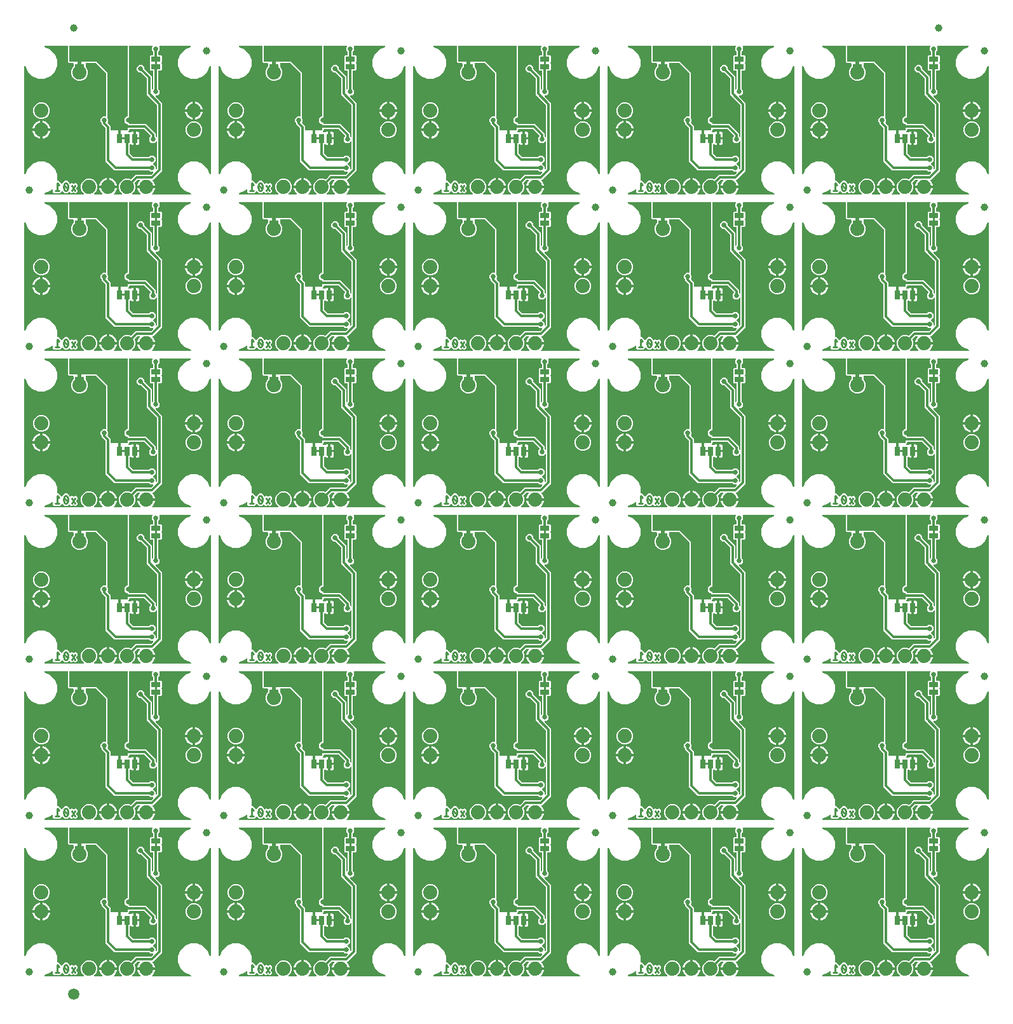
<source format=gbl>
G04 EAGLE Gerber RS-274X export*
G75*
%MOMM*%
%FSLAX34Y34*%
%LPD*%
%INBottom Copper*%
%IPPOS*%
%AMOC8*
5,1,8,0,0,1.08239X$1,22.5*%
G01*
%ADD10C,0.254000*%
%ADD11C,1.879600*%
%ADD12R,1.270000X0.635000*%
%ADD13R,1.270000X0.660400*%
%ADD14C,1.000000*%
%ADD15R,0.660400X1.270000*%
%ADD16C,1.500000*%
%ADD17C,0.660400*%
%ADD18C,0.304800*%
%ADD19C,0.558800*%

G36*
X1117607Y627261D02*
X1117607Y627261D01*
X1117658Y627260D01*
X1117737Y627281D01*
X1117818Y627294D01*
X1117865Y627316D01*
X1117915Y627330D01*
X1117984Y627374D01*
X1118058Y627409D01*
X1118095Y627444D01*
X1118139Y627472D01*
X1118192Y627535D01*
X1118252Y627591D01*
X1118278Y627635D01*
X1118311Y627675D01*
X1118343Y627750D01*
X1118384Y627821D01*
X1118395Y627872D01*
X1118415Y627919D01*
X1118424Y628001D01*
X1118442Y628081D01*
X1118438Y628132D01*
X1118443Y628184D01*
X1118427Y628264D01*
X1118420Y628346D01*
X1118401Y628394D01*
X1118391Y628444D01*
X1118363Y628488D01*
X1118321Y628593D01*
X1118208Y628732D01*
X1118184Y628770D01*
X1115745Y631209D01*
X1114043Y635317D01*
X1114043Y639763D01*
X1115745Y643871D01*
X1118889Y647015D01*
X1122997Y648717D01*
X1127443Y648717D01*
X1131551Y647015D01*
X1134695Y643871D01*
X1136397Y639763D01*
X1136397Y635317D01*
X1134695Y631209D01*
X1132256Y628770D01*
X1132226Y628729D01*
X1132188Y628693D01*
X1132147Y628622D01*
X1132099Y628556D01*
X1132082Y628507D01*
X1132056Y628463D01*
X1132038Y628383D01*
X1132011Y628305D01*
X1132009Y628253D01*
X1131998Y628203D01*
X1132005Y628121D01*
X1132002Y628039D01*
X1132016Y627990D01*
X1132020Y627938D01*
X1132050Y627862D01*
X1132072Y627783D01*
X1132100Y627739D01*
X1132119Y627691D01*
X1132171Y627628D01*
X1132215Y627559D01*
X1132254Y627525D01*
X1132286Y627485D01*
X1132355Y627440D01*
X1132417Y627387D01*
X1132465Y627366D01*
X1132508Y627338D01*
X1132558Y627326D01*
X1132662Y627282D01*
X1132840Y627264D01*
X1132884Y627254D01*
X1141878Y627254D01*
X1141929Y627261D01*
X1141981Y627260D01*
X1142060Y627281D01*
X1142141Y627294D01*
X1142187Y627316D01*
X1142237Y627330D01*
X1142306Y627374D01*
X1142380Y627409D01*
X1142418Y627444D01*
X1142461Y627472D01*
X1142514Y627535D01*
X1142574Y627591D01*
X1142600Y627635D01*
X1142633Y627675D01*
X1142666Y627750D01*
X1142706Y627821D01*
X1142718Y627872D01*
X1142738Y627919D01*
X1142746Y628001D01*
X1142764Y628081D01*
X1142760Y628132D01*
X1142765Y628184D01*
X1142749Y628264D01*
X1142742Y628346D01*
X1142723Y628394D01*
X1142713Y628444D01*
X1142685Y628488D01*
X1142643Y628593D01*
X1142530Y628732D01*
X1142506Y628770D01*
X1141514Y629762D01*
X1140409Y631283D01*
X1139556Y632957D01*
X1138975Y634744D01*
X1138814Y635763D01*
X1149731Y635763D01*
X1149832Y635778D01*
X1149935Y635786D01*
X1149963Y635798D01*
X1149994Y635803D01*
X1150086Y635847D01*
X1150181Y635885D01*
X1150205Y635905D01*
X1150233Y635918D01*
X1150308Y635988D01*
X1150388Y636053D01*
X1150405Y636079D01*
X1150427Y636100D01*
X1150478Y636189D01*
X1150535Y636274D01*
X1150540Y636298D01*
X1150559Y636330D01*
X1150617Y636590D01*
X1150614Y636628D01*
X1150619Y636651D01*
X1150619Y637541D01*
X1150621Y637541D01*
X1150621Y636651D01*
X1150636Y636549D01*
X1150645Y636447D01*
X1150656Y636419D01*
X1150661Y636388D01*
X1150705Y636296D01*
X1150744Y636200D01*
X1150763Y636177D01*
X1150776Y636149D01*
X1150846Y636074D01*
X1150911Y635994D01*
X1150937Y635977D01*
X1150958Y635955D01*
X1151047Y635904D01*
X1151132Y635847D01*
X1151156Y635841D01*
X1151189Y635823D01*
X1151448Y635765D01*
X1151486Y635768D01*
X1151509Y635763D01*
X1162426Y635763D01*
X1162265Y634744D01*
X1161684Y632957D01*
X1160831Y631283D01*
X1159726Y629762D01*
X1158734Y628770D01*
X1158703Y628729D01*
X1158666Y628693D01*
X1158625Y628622D01*
X1158576Y628556D01*
X1158559Y628507D01*
X1158534Y628463D01*
X1158516Y628383D01*
X1158489Y628305D01*
X1158487Y628253D01*
X1158476Y628203D01*
X1158483Y628121D01*
X1158480Y628039D01*
X1158493Y627990D01*
X1158498Y627938D01*
X1158528Y627862D01*
X1158550Y627783D01*
X1158577Y627739D01*
X1158597Y627691D01*
X1158648Y627628D01*
X1158692Y627559D01*
X1158732Y627525D01*
X1158764Y627485D01*
X1158833Y627439D01*
X1158895Y627387D01*
X1158942Y627366D01*
X1158985Y627338D01*
X1159036Y627326D01*
X1159139Y627282D01*
X1159318Y627264D01*
X1159362Y627254D01*
X1168356Y627254D01*
X1168407Y627261D01*
X1168458Y627260D01*
X1168537Y627281D01*
X1168618Y627294D01*
X1168665Y627316D01*
X1168715Y627330D01*
X1168784Y627374D01*
X1168858Y627409D01*
X1168895Y627444D01*
X1168939Y627472D01*
X1168992Y627535D01*
X1169052Y627591D01*
X1169078Y627635D01*
X1169111Y627675D01*
X1169143Y627750D01*
X1169184Y627821D01*
X1169195Y627872D01*
X1169215Y627919D01*
X1169224Y628001D01*
X1169242Y628081D01*
X1169238Y628132D01*
X1169243Y628184D01*
X1169227Y628264D01*
X1169220Y628346D01*
X1169201Y628394D01*
X1169191Y628444D01*
X1169163Y628488D01*
X1169121Y628593D01*
X1169008Y628732D01*
X1168984Y628770D01*
X1166545Y631209D01*
X1164843Y635317D01*
X1164843Y639763D01*
X1166545Y643871D01*
X1169689Y647015D01*
X1173797Y648717D01*
X1178243Y648717D01*
X1180723Y647689D01*
X1180783Y647675D01*
X1180840Y647650D01*
X1180912Y647643D01*
X1180981Y647626D01*
X1181043Y647629D01*
X1181105Y647623D01*
X1181175Y647637D01*
X1181247Y647641D01*
X1181305Y647663D01*
X1181365Y647675D01*
X1181406Y647701D01*
X1181496Y647734D01*
X1181665Y647865D01*
X1181691Y647882D01*
X1187352Y653543D01*
X1207304Y653543D01*
X1207325Y653546D01*
X1207346Y653544D01*
X1207456Y653566D01*
X1207567Y653583D01*
X1207586Y653592D01*
X1207606Y653596D01*
X1207645Y653620D01*
X1207806Y653698D01*
X1207889Y653775D01*
X1207932Y653803D01*
X1210472Y656343D01*
X1210503Y656384D01*
X1210541Y656420D01*
X1210581Y656491D01*
X1210630Y656557D01*
X1210647Y656606D01*
X1210672Y656650D01*
X1210690Y656730D01*
X1210717Y656808D01*
X1210719Y656860D01*
X1210730Y656910D01*
X1210724Y656992D01*
X1210726Y657074D01*
X1210713Y657123D01*
X1210709Y657175D01*
X1210678Y657251D01*
X1210657Y657330D01*
X1210629Y657374D01*
X1210610Y657422D01*
X1210558Y657485D01*
X1210514Y657554D01*
X1210475Y657588D01*
X1210442Y657628D01*
X1210374Y657673D01*
X1210311Y657726D01*
X1210264Y657747D01*
X1210221Y657775D01*
X1210171Y657787D01*
X1210067Y657831D01*
X1209889Y657849D01*
X1209844Y657859D01*
X1206681Y657859D01*
X1205164Y659377D01*
X1205147Y659390D01*
X1205133Y659406D01*
X1205040Y659468D01*
X1204950Y659535D01*
X1204930Y659542D01*
X1204912Y659553D01*
X1204868Y659563D01*
X1204699Y659622D01*
X1204586Y659626D01*
X1204536Y659637D01*
X1159412Y659637D01*
X1157217Y661832D01*
X1149512Y669537D01*
X1147317Y671732D01*
X1147317Y715814D01*
X1147314Y715835D01*
X1147316Y715856D01*
X1147294Y715966D01*
X1147277Y716077D01*
X1147268Y716096D01*
X1147264Y716116D01*
X1147240Y716155D01*
X1147162Y716316D01*
X1147085Y716399D01*
X1147057Y716442D01*
X1144432Y719067D01*
X1142237Y721262D01*
X1142237Y722190D01*
X1142234Y722210D01*
X1142236Y722231D01*
X1142214Y722342D01*
X1142197Y722452D01*
X1142188Y722471D01*
X1142184Y722492D01*
X1142160Y722530D01*
X1142082Y722692D01*
X1142005Y722774D01*
X1141977Y722818D01*
X1140459Y724335D01*
X1140459Y728545D01*
X1143435Y731521D01*
X1147064Y731521D01*
X1147166Y731536D01*
X1147268Y731544D01*
X1147296Y731556D01*
X1147327Y731561D01*
X1147419Y731605D01*
X1147515Y731643D01*
X1147538Y731663D01*
X1147566Y731676D01*
X1147641Y731746D01*
X1147721Y731811D01*
X1147738Y731837D01*
X1147760Y731858D01*
X1147811Y731947D01*
X1147868Y732032D01*
X1147874Y732056D01*
X1147892Y732088D01*
X1147950Y732348D01*
X1147947Y732386D01*
X1147952Y732409D01*
X1147952Y788467D01*
X1147949Y788488D01*
X1147951Y788509D01*
X1147929Y788619D01*
X1147912Y788730D01*
X1147903Y788749D01*
X1147899Y788769D01*
X1147875Y788808D01*
X1147797Y788969D01*
X1147720Y789052D01*
X1147692Y789095D01*
X1134535Y802252D01*
X1134518Y802265D01*
X1134505Y802281D01*
X1134411Y802343D01*
X1134321Y802410D01*
X1134301Y802417D01*
X1134284Y802428D01*
X1134239Y802438D01*
X1134070Y802497D01*
X1133957Y802501D01*
X1133907Y802512D01*
X1121537Y802512D01*
X1121435Y802497D01*
X1121333Y802489D01*
X1121305Y802477D01*
X1121274Y802472D01*
X1121182Y802428D01*
X1121086Y802390D01*
X1121063Y802370D01*
X1121035Y802357D01*
X1120960Y802287D01*
X1120880Y802222D01*
X1120863Y802196D01*
X1120841Y802175D01*
X1120790Y802086D01*
X1120733Y802001D01*
X1120727Y801977D01*
X1120709Y801945D01*
X1120651Y801685D01*
X1120654Y801647D01*
X1120649Y801624D01*
X1120649Y797985D01*
X1120652Y797965D01*
X1120650Y797944D01*
X1120672Y797833D01*
X1120689Y797723D01*
X1120698Y797704D01*
X1120702Y797683D01*
X1120726Y797645D01*
X1120804Y797483D01*
X1120881Y797401D01*
X1120909Y797357D01*
X1121995Y796271D01*
X1123697Y792163D01*
X1123697Y787717D01*
X1121995Y783609D01*
X1118851Y780465D01*
X1114743Y778763D01*
X1110297Y778763D01*
X1106189Y780465D01*
X1103045Y783609D01*
X1101343Y787717D01*
X1101343Y792163D01*
X1103045Y796271D01*
X1104131Y797357D01*
X1104144Y797374D01*
X1104160Y797388D01*
X1104222Y797481D01*
X1104289Y797571D01*
X1104296Y797591D01*
X1104307Y797609D01*
X1104317Y797653D01*
X1104376Y797822D01*
X1104380Y797935D01*
X1104391Y797985D01*
X1104391Y801624D01*
X1104376Y801726D01*
X1104368Y801828D01*
X1104356Y801856D01*
X1104351Y801887D01*
X1104307Y801979D01*
X1104269Y802075D01*
X1104249Y802098D01*
X1104236Y802126D01*
X1104166Y802201D01*
X1104101Y802281D01*
X1104075Y802298D01*
X1104054Y802320D01*
X1103965Y802371D01*
X1103880Y802428D01*
X1103856Y802434D01*
X1103824Y802452D01*
X1103564Y802510D01*
X1103526Y802507D01*
X1103503Y802512D01*
X1098715Y802512D01*
X1097152Y804075D01*
X1097152Y824738D01*
X1097137Y824840D01*
X1097129Y824942D01*
X1097117Y824970D01*
X1097112Y825001D01*
X1097068Y825093D01*
X1097030Y825189D01*
X1097010Y825212D01*
X1096997Y825240D01*
X1096927Y825315D01*
X1096862Y825395D01*
X1096836Y825412D01*
X1096815Y825434D01*
X1096726Y825485D01*
X1096641Y825542D01*
X1096617Y825548D01*
X1096585Y825566D01*
X1096325Y825624D01*
X1096287Y825621D01*
X1096264Y825626D01*
X1066447Y825626D01*
X1066356Y825612D01*
X1066264Y825607D01*
X1066225Y825593D01*
X1066184Y825586D01*
X1066101Y825546D01*
X1066015Y825514D01*
X1065982Y825489D01*
X1065945Y825471D01*
X1065878Y825408D01*
X1065805Y825351D01*
X1065781Y825317D01*
X1065751Y825289D01*
X1065705Y825209D01*
X1065652Y825134D01*
X1065639Y825094D01*
X1065619Y825059D01*
X1065599Y824969D01*
X1065571Y824881D01*
X1065570Y824839D01*
X1065561Y824799D01*
X1065569Y824707D01*
X1065568Y824615D01*
X1065579Y824575D01*
X1065583Y824534D01*
X1065617Y824448D01*
X1065644Y824360D01*
X1065666Y824326D01*
X1065682Y824287D01*
X1065740Y824216D01*
X1065791Y824139D01*
X1065817Y824121D01*
X1065849Y824081D01*
X1066070Y823934D01*
X1066091Y823929D01*
X1066107Y823917D01*
X1073806Y820728D01*
X1079808Y814726D01*
X1083057Y806884D01*
X1083057Y798396D01*
X1079808Y790554D01*
X1073806Y784552D01*
X1065964Y781303D01*
X1057476Y781303D01*
X1049634Y784552D01*
X1043632Y790554D01*
X1040443Y798253D01*
X1040395Y798332D01*
X1040355Y798415D01*
X1040327Y798445D01*
X1040305Y798480D01*
X1040236Y798542D01*
X1040173Y798609D01*
X1040137Y798630D01*
X1040107Y798657D01*
X1040023Y798695D01*
X1039943Y798741D01*
X1039902Y798750D01*
X1039865Y798767D01*
X1039773Y798779D01*
X1039683Y798799D01*
X1039642Y798796D01*
X1039601Y798801D01*
X1039510Y798785D01*
X1039418Y798777D01*
X1039380Y798762D01*
X1039339Y798755D01*
X1039257Y798713D01*
X1039171Y798678D01*
X1039139Y798652D01*
X1039103Y798633D01*
X1039037Y798569D01*
X1038965Y798511D01*
X1038942Y798476D01*
X1038913Y798448D01*
X1038869Y798366D01*
X1038818Y798290D01*
X1038811Y798259D01*
X1038786Y798214D01*
X1038735Y797953D01*
X1038738Y797933D01*
X1038734Y797913D01*
X1038734Y654967D01*
X1038748Y654876D01*
X1038753Y654784D01*
X1038767Y654745D01*
X1038774Y654704D01*
X1038814Y654621D01*
X1038846Y654535D01*
X1038871Y654502D01*
X1038889Y654465D01*
X1038952Y654398D01*
X1039009Y654325D01*
X1039043Y654301D01*
X1039071Y654271D01*
X1039151Y654225D01*
X1039226Y654172D01*
X1039266Y654159D01*
X1039301Y654139D01*
X1039391Y654119D01*
X1039479Y654091D01*
X1039521Y654090D01*
X1039561Y654081D01*
X1039653Y654089D01*
X1039745Y654088D01*
X1039785Y654099D01*
X1039826Y654103D01*
X1039912Y654137D01*
X1040000Y654163D01*
X1040034Y654186D01*
X1040073Y654202D01*
X1040144Y654260D01*
X1040221Y654311D01*
X1040239Y654337D01*
X1040279Y654369D01*
X1040426Y654590D01*
X1040431Y654611D01*
X1040443Y654627D01*
X1043632Y662326D01*
X1049634Y668328D01*
X1057476Y671577D01*
X1065964Y671577D01*
X1073806Y668328D01*
X1079808Y662326D01*
X1083057Y654484D01*
X1083057Y646698D01*
X1083060Y646679D01*
X1083058Y646661D01*
X1083079Y646548D01*
X1083097Y646435D01*
X1083105Y646418D01*
X1083108Y646400D01*
X1083162Y646299D01*
X1083212Y646196D01*
X1083225Y646182D01*
X1083234Y646166D01*
X1083316Y646085D01*
X1083394Y646002D01*
X1083410Y645992D01*
X1083423Y645979D01*
X1083525Y645926D01*
X1083624Y645870D01*
X1083643Y645866D01*
X1083659Y645857D01*
X1083703Y645852D01*
X1083762Y645839D01*
X1083810Y645811D01*
X1083898Y645753D01*
X1083920Y645748D01*
X1083950Y645730D01*
X1084138Y645687D01*
X1084895Y644930D01*
X1084946Y644893D01*
X1084969Y644864D01*
X1088228Y642257D01*
X1088334Y642196D01*
X1088438Y642132D01*
X1088449Y642129D01*
X1088458Y642123D01*
X1088577Y642096D01*
X1088696Y642066D01*
X1088707Y642067D01*
X1088718Y642064D01*
X1088839Y642074D01*
X1088961Y642080D01*
X1088972Y642084D01*
X1088983Y642085D01*
X1089096Y642129D01*
X1089211Y642172D01*
X1089219Y642178D01*
X1089230Y642182D01*
X1089325Y642259D01*
X1089422Y642333D01*
X1089427Y642341D01*
X1089437Y642349D01*
X1089586Y642569D01*
X1089604Y642631D01*
X1089624Y642662D01*
X1089998Y643755D01*
X1092677Y645669D01*
X1095970Y645669D01*
X1098649Y643755D01*
X1099104Y642428D01*
X1099137Y642365D01*
X1099146Y642326D01*
X1099277Y642058D01*
X1099294Y642034D01*
X1099304Y642006D01*
X1099369Y641924D01*
X1099428Y641839D01*
X1099451Y641821D01*
X1099469Y641798D01*
X1099555Y641739D01*
X1099637Y641674D01*
X1099664Y641664D01*
X1099689Y641647D01*
X1099788Y641616D01*
X1099885Y641579D01*
X1099915Y641577D01*
X1099943Y641569D01*
X1100047Y641569D01*
X1100151Y641562D01*
X1100179Y641569D01*
X1100208Y641569D01*
X1100256Y641587D01*
X1100409Y641623D01*
X1100519Y641689D01*
X1100568Y641708D01*
X1101713Y642471D01*
X1104437Y641926D01*
X1104702Y641913D01*
X1104753Y641926D01*
X1104785Y641926D01*
X1107509Y642471D01*
X1109610Y641070D01*
X1110106Y638593D01*
X1108603Y636339D01*
X1108577Y636284D01*
X1108543Y636234D01*
X1108521Y636164D01*
X1108491Y636099D01*
X1108482Y636038D01*
X1108464Y635980D01*
X1108464Y635907D01*
X1108454Y635835D01*
X1108464Y635775D01*
X1108464Y635714D01*
X1108482Y635669D01*
X1108497Y635573D01*
X1108591Y635385D01*
X1108603Y635354D01*
X1110106Y633100D01*
X1109610Y630624D01*
X1107509Y629223D01*
X1104785Y629768D01*
X1104519Y629780D01*
X1104468Y629767D01*
X1104437Y629768D01*
X1101713Y629223D01*
X1099583Y630643D01*
X1099547Y630741D01*
X1099533Y630761D01*
X1099523Y630783D01*
X1099453Y630866D01*
X1099387Y630953D01*
X1099367Y630967D01*
X1099352Y630986D01*
X1099259Y631045D01*
X1099171Y631108D01*
X1099148Y631116D01*
X1099128Y631129D01*
X1099022Y631158D01*
X1098918Y631192D01*
X1098895Y631193D01*
X1098871Y631199D01*
X1098762Y631196D01*
X1098653Y631198D01*
X1098630Y631192D01*
X1098606Y631191D01*
X1098561Y631172D01*
X1098397Y631125D01*
X1098298Y631060D01*
X1098250Y631040D01*
X1095970Y629411D01*
X1092677Y629411D01*
X1089966Y631348D01*
X1089939Y631362D01*
X1089916Y631381D01*
X1089821Y631422D01*
X1089729Y631469D01*
X1089699Y631474D01*
X1089672Y631485D01*
X1089569Y631496D01*
X1089467Y631514D01*
X1089437Y631510D01*
X1089408Y631513D01*
X1089306Y631493D01*
X1089203Y631479D01*
X1089176Y631467D01*
X1089147Y631461D01*
X1089104Y631433D01*
X1088962Y631368D01*
X1088866Y631282D01*
X1088821Y631254D01*
X1086979Y629411D01*
X1078809Y629411D01*
X1077023Y631197D01*
X1077023Y633224D01*
X1077015Y633275D01*
X1077017Y633326D01*
X1076995Y633406D01*
X1076983Y633487D01*
X1076961Y633533D01*
X1076947Y633583D01*
X1076903Y633652D01*
X1076867Y633726D01*
X1076832Y633764D01*
X1076804Y633807D01*
X1076742Y633860D01*
X1076686Y633920D01*
X1076641Y633946D01*
X1076602Y633979D01*
X1076526Y634011D01*
X1076455Y634052D01*
X1076405Y634063D01*
X1076357Y634084D01*
X1076276Y634092D01*
X1076196Y634110D01*
X1076144Y634106D01*
X1076093Y634111D01*
X1076012Y634095D01*
X1075931Y634088D01*
X1075883Y634069D01*
X1075832Y634059D01*
X1075789Y634031D01*
X1075684Y633989D01*
X1075545Y633876D01*
X1075506Y633852D01*
X1073806Y632152D01*
X1066107Y628963D01*
X1066028Y628915D01*
X1065945Y628875D01*
X1065915Y628847D01*
X1065880Y628825D01*
X1065818Y628756D01*
X1065751Y628693D01*
X1065730Y628657D01*
X1065703Y628627D01*
X1065665Y628543D01*
X1065619Y628463D01*
X1065610Y628422D01*
X1065593Y628385D01*
X1065581Y628293D01*
X1065561Y628203D01*
X1065564Y628162D01*
X1065559Y628121D01*
X1065575Y628030D01*
X1065583Y627938D01*
X1065598Y627900D01*
X1065605Y627859D01*
X1065647Y627777D01*
X1065682Y627691D01*
X1065708Y627659D01*
X1065727Y627623D01*
X1065791Y627557D01*
X1065849Y627485D01*
X1065884Y627462D01*
X1065912Y627433D01*
X1065994Y627389D01*
X1066070Y627338D01*
X1066101Y627331D01*
X1066146Y627306D01*
X1066407Y627255D01*
X1066427Y627258D01*
X1066447Y627254D01*
X1117556Y627254D01*
X1117607Y627261D01*
G37*
G36*
X1117607Y1043821D02*
X1117607Y1043821D01*
X1117658Y1043820D01*
X1117737Y1043841D01*
X1117818Y1043854D01*
X1117865Y1043876D01*
X1117915Y1043890D01*
X1117984Y1043934D01*
X1118058Y1043969D01*
X1118095Y1044004D01*
X1118139Y1044032D01*
X1118192Y1044095D01*
X1118252Y1044151D01*
X1118278Y1044195D01*
X1118311Y1044235D01*
X1118343Y1044310D01*
X1118384Y1044381D01*
X1118395Y1044432D01*
X1118415Y1044479D01*
X1118424Y1044561D01*
X1118442Y1044641D01*
X1118438Y1044692D01*
X1118443Y1044744D01*
X1118427Y1044824D01*
X1118420Y1044906D01*
X1118401Y1044954D01*
X1118391Y1045004D01*
X1118363Y1045048D01*
X1118321Y1045153D01*
X1118208Y1045292D01*
X1118184Y1045330D01*
X1115745Y1047769D01*
X1114043Y1051877D01*
X1114043Y1056323D01*
X1115745Y1060431D01*
X1118889Y1063575D01*
X1122997Y1065277D01*
X1127443Y1065277D01*
X1131551Y1063575D01*
X1134695Y1060431D01*
X1136397Y1056323D01*
X1136397Y1051877D01*
X1134695Y1047769D01*
X1132256Y1045330D01*
X1132226Y1045289D01*
X1132188Y1045253D01*
X1132147Y1045182D01*
X1132099Y1045116D01*
X1132082Y1045067D01*
X1132056Y1045023D01*
X1132038Y1044943D01*
X1132011Y1044865D01*
X1132009Y1044813D01*
X1131998Y1044763D01*
X1132005Y1044681D01*
X1132002Y1044599D01*
X1132016Y1044550D01*
X1132020Y1044498D01*
X1132050Y1044422D01*
X1132072Y1044343D01*
X1132100Y1044299D01*
X1132119Y1044251D01*
X1132171Y1044188D01*
X1132215Y1044119D01*
X1132254Y1044085D01*
X1132286Y1044045D01*
X1132355Y1044000D01*
X1132417Y1043947D01*
X1132465Y1043926D01*
X1132508Y1043898D01*
X1132558Y1043886D01*
X1132662Y1043842D01*
X1132840Y1043824D01*
X1132884Y1043814D01*
X1141878Y1043814D01*
X1141929Y1043821D01*
X1141981Y1043820D01*
X1142060Y1043841D01*
X1142141Y1043854D01*
X1142187Y1043876D01*
X1142237Y1043890D01*
X1142306Y1043934D01*
X1142380Y1043969D01*
X1142418Y1044004D01*
X1142461Y1044032D01*
X1142514Y1044095D01*
X1142574Y1044151D01*
X1142600Y1044195D01*
X1142633Y1044235D01*
X1142666Y1044310D01*
X1142706Y1044381D01*
X1142718Y1044432D01*
X1142738Y1044479D01*
X1142746Y1044561D01*
X1142764Y1044641D01*
X1142760Y1044692D01*
X1142765Y1044744D01*
X1142749Y1044824D01*
X1142742Y1044906D01*
X1142723Y1044954D01*
X1142713Y1045004D01*
X1142685Y1045048D01*
X1142643Y1045153D01*
X1142530Y1045292D01*
X1142506Y1045330D01*
X1141514Y1046322D01*
X1140409Y1047843D01*
X1139556Y1049517D01*
X1138975Y1051304D01*
X1138814Y1052323D01*
X1149731Y1052323D01*
X1149832Y1052338D01*
X1149935Y1052346D01*
X1149963Y1052358D01*
X1149994Y1052363D01*
X1150086Y1052407D01*
X1150181Y1052445D01*
X1150205Y1052465D01*
X1150233Y1052478D01*
X1150308Y1052548D01*
X1150388Y1052613D01*
X1150405Y1052639D01*
X1150427Y1052660D01*
X1150478Y1052749D01*
X1150535Y1052834D01*
X1150540Y1052858D01*
X1150559Y1052890D01*
X1150617Y1053150D01*
X1150614Y1053188D01*
X1150619Y1053211D01*
X1150619Y1054101D01*
X1150621Y1054101D01*
X1150621Y1053211D01*
X1150636Y1053109D01*
X1150645Y1053007D01*
X1150656Y1052979D01*
X1150661Y1052948D01*
X1150705Y1052856D01*
X1150744Y1052760D01*
X1150763Y1052737D01*
X1150776Y1052709D01*
X1150846Y1052634D01*
X1150911Y1052554D01*
X1150937Y1052537D01*
X1150958Y1052515D01*
X1151047Y1052464D01*
X1151132Y1052407D01*
X1151156Y1052401D01*
X1151189Y1052383D01*
X1151448Y1052325D01*
X1151486Y1052328D01*
X1151509Y1052323D01*
X1162426Y1052323D01*
X1162265Y1051304D01*
X1161684Y1049517D01*
X1160831Y1047843D01*
X1159726Y1046322D01*
X1158734Y1045330D01*
X1158703Y1045289D01*
X1158666Y1045253D01*
X1158625Y1045182D01*
X1158576Y1045116D01*
X1158559Y1045067D01*
X1158534Y1045023D01*
X1158516Y1044943D01*
X1158489Y1044865D01*
X1158487Y1044813D01*
X1158476Y1044763D01*
X1158483Y1044681D01*
X1158480Y1044599D01*
X1158493Y1044550D01*
X1158498Y1044498D01*
X1158528Y1044422D01*
X1158550Y1044343D01*
X1158577Y1044299D01*
X1158597Y1044251D01*
X1158648Y1044188D01*
X1158692Y1044119D01*
X1158732Y1044085D01*
X1158764Y1044045D01*
X1158833Y1043999D01*
X1158895Y1043947D01*
X1158942Y1043926D01*
X1158985Y1043898D01*
X1159036Y1043886D01*
X1159139Y1043842D01*
X1159318Y1043824D01*
X1159362Y1043814D01*
X1168356Y1043814D01*
X1168407Y1043821D01*
X1168458Y1043820D01*
X1168537Y1043841D01*
X1168618Y1043854D01*
X1168665Y1043876D01*
X1168715Y1043890D01*
X1168784Y1043934D01*
X1168858Y1043969D01*
X1168895Y1044004D01*
X1168939Y1044032D01*
X1168992Y1044095D01*
X1169052Y1044151D01*
X1169078Y1044195D01*
X1169111Y1044235D01*
X1169143Y1044310D01*
X1169184Y1044381D01*
X1169195Y1044432D01*
X1169215Y1044479D01*
X1169224Y1044561D01*
X1169242Y1044641D01*
X1169238Y1044692D01*
X1169243Y1044744D01*
X1169227Y1044824D01*
X1169220Y1044906D01*
X1169201Y1044954D01*
X1169191Y1045004D01*
X1169163Y1045048D01*
X1169121Y1045153D01*
X1169008Y1045292D01*
X1168984Y1045330D01*
X1166545Y1047769D01*
X1164843Y1051877D01*
X1164843Y1056323D01*
X1166545Y1060431D01*
X1169689Y1063575D01*
X1173797Y1065277D01*
X1178243Y1065277D01*
X1180723Y1064249D01*
X1180783Y1064235D01*
X1180840Y1064210D01*
X1180912Y1064203D01*
X1180981Y1064186D01*
X1181043Y1064189D01*
X1181105Y1064183D01*
X1181175Y1064197D01*
X1181247Y1064201D01*
X1181305Y1064223D01*
X1181365Y1064235D01*
X1181406Y1064261D01*
X1181496Y1064294D01*
X1181665Y1064425D01*
X1181691Y1064442D01*
X1187352Y1070103D01*
X1207304Y1070103D01*
X1207325Y1070106D01*
X1207346Y1070104D01*
X1207456Y1070126D01*
X1207567Y1070143D01*
X1207586Y1070152D01*
X1207606Y1070156D01*
X1207645Y1070180D01*
X1207806Y1070258D01*
X1207889Y1070335D01*
X1207932Y1070363D01*
X1210472Y1072903D01*
X1210503Y1072944D01*
X1210541Y1072980D01*
X1210581Y1073051D01*
X1210630Y1073117D01*
X1210647Y1073166D01*
X1210672Y1073210D01*
X1210690Y1073290D01*
X1210717Y1073368D01*
X1210719Y1073420D01*
X1210730Y1073470D01*
X1210724Y1073552D01*
X1210726Y1073634D01*
X1210713Y1073683D01*
X1210709Y1073735D01*
X1210678Y1073811D01*
X1210657Y1073890D01*
X1210629Y1073934D01*
X1210610Y1073982D01*
X1210558Y1074045D01*
X1210514Y1074114D01*
X1210475Y1074148D01*
X1210442Y1074188D01*
X1210374Y1074233D01*
X1210311Y1074286D01*
X1210264Y1074307D01*
X1210221Y1074335D01*
X1210171Y1074347D01*
X1210067Y1074391D01*
X1209889Y1074409D01*
X1209844Y1074419D01*
X1206681Y1074419D01*
X1205164Y1075937D01*
X1205147Y1075950D01*
X1205133Y1075966D01*
X1205040Y1076028D01*
X1204950Y1076095D01*
X1204930Y1076102D01*
X1204912Y1076113D01*
X1204868Y1076123D01*
X1204699Y1076182D01*
X1204586Y1076186D01*
X1204536Y1076197D01*
X1159412Y1076197D01*
X1147317Y1088292D01*
X1147317Y1132374D01*
X1147314Y1132395D01*
X1147316Y1132416D01*
X1147294Y1132526D01*
X1147277Y1132637D01*
X1147268Y1132656D01*
X1147264Y1132676D01*
X1147240Y1132715D01*
X1147162Y1132876D01*
X1147085Y1132959D01*
X1147057Y1133002D01*
X1142237Y1137822D01*
X1142237Y1138750D01*
X1142234Y1138770D01*
X1142236Y1138791D01*
X1142214Y1138902D01*
X1142197Y1139012D01*
X1142188Y1139031D01*
X1142184Y1139052D01*
X1142160Y1139090D01*
X1142082Y1139252D01*
X1142005Y1139334D01*
X1141977Y1139378D01*
X1140459Y1140895D01*
X1140459Y1145105D01*
X1143435Y1148081D01*
X1147064Y1148081D01*
X1147166Y1148096D01*
X1147268Y1148104D01*
X1147296Y1148116D01*
X1147327Y1148121D01*
X1147419Y1148165D01*
X1147515Y1148203D01*
X1147538Y1148223D01*
X1147566Y1148236D01*
X1147641Y1148306D01*
X1147721Y1148371D01*
X1147738Y1148397D01*
X1147760Y1148418D01*
X1147811Y1148507D01*
X1147868Y1148592D01*
X1147874Y1148616D01*
X1147892Y1148648D01*
X1147950Y1148908D01*
X1147947Y1148946D01*
X1147952Y1148969D01*
X1147952Y1205027D01*
X1147949Y1205048D01*
X1147951Y1205069D01*
X1147929Y1205179D01*
X1147912Y1205290D01*
X1147903Y1205309D01*
X1147899Y1205329D01*
X1147875Y1205368D01*
X1147797Y1205529D01*
X1147720Y1205612D01*
X1147692Y1205655D01*
X1134535Y1218812D01*
X1134518Y1218825D01*
X1134505Y1218841D01*
X1134411Y1218903D01*
X1134321Y1218970D01*
X1134301Y1218977D01*
X1134284Y1218988D01*
X1134239Y1218998D01*
X1134070Y1219057D01*
X1133957Y1219061D01*
X1133907Y1219072D01*
X1121537Y1219072D01*
X1121435Y1219057D01*
X1121333Y1219049D01*
X1121305Y1219037D01*
X1121274Y1219032D01*
X1121182Y1218988D01*
X1121086Y1218950D01*
X1121063Y1218930D01*
X1121035Y1218917D01*
X1120960Y1218847D01*
X1120880Y1218782D01*
X1120863Y1218756D01*
X1120841Y1218735D01*
X1120790Y1218646D01*
X1120733Y1218561D01*
X1120727Y1218537D01*
X1120709Y1218505D01*
X1120651Y1218245D01*
X1120654Y1218207D01*
X1120649Y1218184D01*
X1120649Y1214545D01*
X1120652Y1214525D01*
X1120650Y1214504D01*
X1120672Y1214393D01*
X1120689Y1214283D01*
X1120698Y1214264D01*
X1120702Y1214243D01*
X1120726Y1214205D01*
X1120804Y1214043D01*
X1120881Y1213961D01*
X1120909Y1213917D01*
X1121995Y1212831D01*
X1123697Y1208723D01*
X1123697Y1204277D01*
X1121995Y1200169D01*
X1118851Y1197025D01*
X1114743Y1195323D01*
X1110297Y1195323D01*
X1106189Y1197025D01*
X1103045Y1200169D01*
X1101343Y1204277D01*
X1101343Y1208723D01*
X1103045Y1212831D01*
X1104131Y1213917D01*
X1104144Y1213934D01*
X1104160Y1213948D01*
X1104222Y1214041D01*
X1104289Y1214131D01*
X1104296Y1214151D01*
X1104307Y1214169D01*
X1104317Y1214213D01*
X1104376Y1214382D01*
X1104380Y1214495D01*
X1104391Y1214545D01*
X1104391Y1218184D01*
X1104376Y1218286D01*
X1104368Y1218388D01*
X1104356Y1218416D01*
X1104351Y1218447D01*
X1104307Y1218539D01*
X1104269Y1218635D01*
X1104249Y1218658D01*
X1104236Y1218686D01*
X1104166Y1218761D01*
X1104101Y1218841D01*
X1104075Y1218858D01*
X1104054Y1218880D01*
X1103965Y1218931D01*
X1103880Y1218988D01*
X1103856Y1218994D01*
X1103824Y1219012D01*
X1103564Y1219070D01*
X1103526Y1219067D01*
X1103503Y1219072D01*
X1098715Y1219072D01*
X1097152Y1220635D01*
X1097152Y1241298D01*
X1097137Y1241400D01*
X1097129Y1241502D01*
X1097117Y1241530D01*
X1097112Y1241561D01*
X1097068Y1241653D01*
X1097030Y1241749D01*
X1097010Y1241772D01*
X1096997Y1241800D01*
X1096927Y1241875D01*
X1096862Y1241955D01*
X1096836Y1241972D01*
X1096815Y1241994D01*
X1096726Y1242045D01*
X1096641Y1242102D01*
X1096617Y1242108D01*
X1096585Y1242126D01*
X1096325Y1242184D01*
X1096287Y1242181D01*
X1096264Y1242186D01*
X1066447Y1242186D01*
X1066356Y1242172D01*
X1066264Y1242167D01*
X1066225Y1242153D01*
X1066184Y1242146D01*
X1066101Y1242106D01*
X1066015Y1242074D01*
X1065982Y1242049D01*
X1065945Y1242031D01*
X1065878Y1241968D01*
X1065805Y1241911D01*
X1065781Y1241877D01*
X1065751Y1241849D01*
X1065705Y1241769D01*
X1065652Y1241694D01*
X1065639Y1241654D01*
X1065619Y1241619D01*
X1065599Y1241529D01*
X1065571Y1241441D01*
X1065570Y1241399D01*
X1065561Y1241359D01*
X1065569Y1241267D01*
X1065568Y1241175D01*
X1065579Y1241135D01*
X1065583Y1241094D01*
X1065617Y1241008D01*
X1065644Y1240920D01*
X1065666Y1240886D01*
X1065682Y1240847D01*
X1065740Y1240776D01*
X1065791Y1240699D01*
X1065817Y1240681D01*
X1065849Y1240641D01*
X1066070Y1240494D01*
X1066091Y1240489D01*
X1066107Y1240477D01*
X1073806Y1237288D01*
X1079808Y1231286D01*
X1083057Y1223444D01*
X1083057Y1214956D01*
X1079808Y1207114D01*
X1073806Y1201112D01*
X1065964Y1197863D01*
X1057476Y1197863D01*
X1049634Y1201112D01*
X1043632Y1207114D01*
X1040443Y1214813D01*
X1040395Y1214892D01*
X1040355Y1214975D01*
X1040327Y1215005D01*
X1040305Y1215040D01*
X1040236Y1215102D01*
X1040173Y1215169D01*
X1040137Y1215190D01*
X1040107Y1215217D01*
X1040023Y1215255D01*
X1039943Y1215301D01*
X1039902Y1215310D01*
X1039865Y1215327D01*
X1039773Y1215339D01*
X1039683Y1215359D01*
X1039642Y1215356D01*
X1039601Y1215361D01*
X1039510Y1215345D01*
X1039418Y1215337D01*
X1039380Y1215322D01*
X1039339Y1215315D01*
X1039257Y1215273D01*
X1039171Y1215238D01*
X1039139Y1215212D01*
X1039103Y1215193D01*
X1039037Y1215129D01*
X1038965Y1215071D01*
X1038942Y1215036D01*
X1038913Y1215008D01*
X1038869Y1214926D01*
X1038818Y1214850D01*
X1038811Y1214819D01*
X1038786Y1214774D01*
X1038735Y1214513D01*
X1038738Y1214493D01*
X1038734Y1214473D01*
X1038734Y1071527D01*
X1038748Y1071436D01*
X1038753Y1071344D01*
X1038767Y1071305D01*
X1038774Y1071264D01*
X1038814Y1071181D01*
X1038846Y1071095D01*
X1038871Y1071062D01*
X1038889Y1071025D01*
X1038952Y1070958D01*
X1039009Y1070885D01*
X1039043Y1070861D01*
X1039071Y1070831D01*
X1039151Y1070785D01*
X1039226Y1070732D01*
X1039266Y1070719D01*
X1039301Y1070699D01*
X1039391Y1070679D01*
X1039479Y1070651D01*
X1039521Y1070650D01*
X1039561Y1070641D01*
X1039653Y1070649D01*
X1039745Y1070648D01*
X1039785Y1070659D01*
X1039826Y1070663D01*
X1039912Y1070697D01*
X1040000Y1070723D01*
X1040034Y1070746D01*
X1040073Y1070762D01*
X1040144Y1070820D01*
X1040221Y1070871D01*
X1040239Y1070897D01*
X1040279Y1070929D01*
X1040426Y1071150D01*
X1040431Y1071171D01*
X1040443Y1071187D01*
X1043632Y1078886D01*
X1049634Y1084888D01*
X1057476Y1088137D01*
X1065964Y1088137D01*
X1073806Y1084888D01*
X1079808Y1078886D01*
X1083057Y1071044D01*
X1083057Y1063258D01*
X1083060Y1063239D01*
X1083058Y1063221D01*
X1083079Y1063108D01*
X1083097Y1062995D01*
X1083105Y1062978D01*
X1083108Y1062960D01*
X1083162Y1062859D01*
X1083212Y1062756D01*
X1083225Y1062742D01*
X1083234Y1062726D01*
X1083316Y1062645D01*
X1083394Y1062562D01*
X1083410Y1062552D01*
X1083423Y1062539D01*
X1083525Y1062486D01*
X1083624Y1062430D01*
X1083643Y1062426D01*
X1083659Y1062417D01*
X1083703Y1062412D01*
X1083762Y1062399D01*
X1083810Y1062371D01*
X1083898Y1062313D01*
X1083920Y1062308D01*
X1083950Y1062290D01*
X1084138Y1062247D01*
X1084895Y1061490D01*
X1084946Y1061453D01*
X1084969Y1061424D01*
X1088228Y1058817D01*
X1088334Y1058756D01*
X1088438Y1058692D01*
X1088449Y1058689D01*
X1088458Y1058683D01*
X1088577Y1058656D01*
X1088696Y1058626D01*
X1088707Y1058627D01*
X1088718Y1058624D01*
X1088839Y1058634D01*
X1088961Y1058640D01*
X1088972Y1058644D01*
X1088983Y1058645D01*
X1089096Y1058689D01*
X1089211Y1058732D01*
X1089219Y1058738D01*
X1089230Y1058742D01*
X1089325Y1058819D01*
X1089422Y1058893D01*
X1089427Y1058901D01*
X1089437Y1058909D01*
X1089586Y1059129D01*
X1089604Y1059191D01*
X1089624Y1059222D01*
X1089998Y1060315D01*
X1092677Y1062229D01*
X1095970Y1062229D01*
X1098649Y1060315D01*
X1099104Y1058988D01*
X1099137Y1058925D01*
X1099146Y1058886D01*
X1099277Y1058618D01*
X1099294Y1058594D01*
X1099304Y1058566D01*
X1099369Y1058484D01*
X1099428Y1058399D01*
X1099451Y1058381D01*
X1099469Y1058358D01*
X1099555Y1058299D01*
X1099637Y1058234D01*
X1099664Y1058224D01*
X1099689Y1058207D01*
X1099788Y1058176D01*
X1099885Y1058139D01*
X1099915Y1058137D01*
X1099943Y1058129D01*
X1100047Y1058129D01*
X1100151Y1058122D01*
X1100179Y1058129D01*
X1100208Y1058129D01*
X1100256Y1058147D01*
X1100409Y1058183D01*
X1100519Y1058249D01*
X1100568Y1058268D01*
X1101713Y1059031D01*
X1104437Y1058486D01*
X1104702Y1058473D01*
X1104753Y1058486D01*
X1104785Y1058486D01*
X1107509Y1059031D01*
X1109610Y1057630D01*
X1110106Y1055153D01*
X1108603Y1052899D01*
X1108577Y1052844D01*
X1108543Y1052794D01*
X1108521Y1052724D01*
X1108491Y1052659D01*
X1108482Y1052598D01*
X1108464Y1052540D01*
X1108464Y1052467D01*
X1108454Y1052395D01*
X1108464Y1052335D01*
X1108464Y1052274D01*
X1108482Y1052229D01*
X1108497Y1052133D01*
X1108591Y1051945D01*
X1108603Y1051914D01*
X1110106Y1049660D01*
X1109610Y1047184D01*
X1107509Y1045783D01*
X1104785Y1046328D01*
X1104519Y1046340D01*
X1104468Y1046327D01*
X1104437Y1046328D01*
X1101713Y1045783D01*
X1099583Y1047203D01*
X1099547Y1047301D01*
X1099533Y1047321D01*
X1099523Y1047343D01*
X1099453Y1047426D01*
X1099387Y1047513D01*
X1099367Y1047527D01*
X1099352Y1047546D01*
X1099259Y1047605D01*
X1099171Y1047668D01*
X1099148Y1047676D01*
X1099128Y1047689D01*
X1099022Y1047718D01*
X1098918Y1047752D01*
X1098895Y1047753D01*
X1098871Y1047759D01*
X1098762Y1047756D01*
X1098653Y1047758D01*
X1098630Y1047752D01*
X1098606Y1047751D01*
X1098561Y1047732D01*
X1098397Y1047685D01*
X1098298Y1047620D01*
X1098250Y1047600D01*
X1095970Y1045971D01*
X1092678Y1045971D01*
X1089966Y1047908D01*
X1089939Y1047922D01*
X1089916Y1047941D01*
X1089821Y1047982D01*
X1089729Y1048029D01*
X1089699Y1048034D01*
X1089672Y1048045D01*
X1089569Y1048056D01*
X1089467Y1048074D01*
X1089437Y1048070D01*
X1089408Y1048073D01*
X1089306Y1048053D01*
X1089203Y1048039D01*
X1089176Y1048027D01*
X1089147Y1048021D01*
X1089104Y1047993D01*
X1088962Y1047928D01*
X1088866Y1047842D01*
X1088821Y1047814D01*
X1086979Y1045971D01*
X1078809Y1045971D01*
X1077023Y1047757D01*
X1077023Y1049784D01*
X1077015Y1049835D01*
X1077017Y1049886D01*
X1076995Y1049966D01*
X1076983Y1050047D01*
X1076961Y1050093D01*
X1076947Y1050143D01*
X1076903Y1050212D01*
X1076867Y1050286D01*
X1076832Y1050324D01*
X1076804Y1050367D01*
X1076742Y1050420D01*
X1076686Y1050480D01*
X1076641Y1050506D01*
X1076602Y1050539D01*
X1076526Y1050571D01*
X1076455Y1050612D01*
X1076405Y1050623D01*
X1076357Y1050644D01*
X1076276Y1050652D01*
X1076196Y1050670D01*
X1076144Y1050666D01*
X1076093Y1050671D01*
X1076012Y1050655D01*
X1075931Y1050648D01*
X1075883Y1050629D01*
X1075832Y1050619D01*
X1075789Y1050591D01*
X1075684Y1050549D01*
X1075545Y1050436D01*
X1075506Y1050412D01*
X1073806Y1048712D01*
X1066107Y1045523D01*
X1066028Y1045475D01*
X1065945Y1045435D01*
X1065915Y1045407D01*
X1065880Y1045385D01*
X1065818Y1045316D01*
X1065751Y1045253D01*
X1065730Y1045217D01*
X1065703Y1045187D01*
X1065665Y1045103D01*
X1065619Y1045023D01*
X1065610Y1044982D01*
X1065593Y1044945D01*
X1065581Y1044853D01*
X1065561Y1044763D01*
X1065564Y1044722D01*
X1065559Y1044681D01*
X1065575Y1044590D01*
X1065583Y1044498D01*
X1065598Y1044460D01*
X1065605Y1044419D01*
X1065647Y1044337D01*
X1065682Y1044251D01*
X1065708Y1044219D01*
X1065727Y1044183D01*
X1065791Y1044117D01*
X1065849Y1044045D01*
X1065884Y1044022D01*
X1065912Y1043993D01*
X1065994Y1043949D01*
X1066070Y1043898D01*
X1066101Y1043891D01*
X1066146Y1043866D01*
X1066407Y1043815D01*
X1066427Y1043818D01*
X1066447Y1043814D01*
X1117556Y1043814D01*
X1117607Y1043821D01*
G37*
G36*
X599447Y835541D02*
X599447Y835541D01*
X599498Y835540D01*
X599577Y835561D01*
X599658Y835574D01*
X599705Y835596D01*
X599755Y835610D01*
X599824Y835654D01*
X599898Y835689D01*
X599935Y835724D01*
X599979Y835752D01*
X600032Y835815D01*
X600092Y835871D01*
X600118Y835915D01*
X600151Y835955D01*
X600183Y836030D01*
X600224Y836101D01*
X600235Y836152D01*
X600255Y836199D01*
X600264Y836281D01*
X600282Y836361D01*
X600278Y836412D01*
X600283Y836464D01*
X600267Y836544D01*
X600260Y836626D01*
X600241Y836674D01*
X600231Y836724D01*
X600203Y836768D01*
X600161Y836873D01*
X600048Y837012D01*
X600024Y837050D01*
X597585Y839489D01*
X595883Y843597D01*
X595883Y848043D01*
X597585Y852151D01*
X600729Y855295D01*
X604837Y856997D01*
X609283Y856997D01*
X613391Y855295D01*
X616535Y852151D01*
X618237Y848043D01*
X618237Y843597D01*
X616535Y839489D01*
X614096Y837050D01*
X614066Y837009D01*
X614028Y836973D01*
X613987Y836902D01*
X613939Y836836D01*
X613922Y836787D01*
X613896Y836743D01*
X613878Y836663D01*
X613851Y836585D01*
X613849Y836533D01*
X613838Y836483D01*
X613845Y836401D01*
X613842Y836319D01*
X613856Y836270D01*
X613860Y836218D01*
X613890Y836142D01*
X613912Y836063D01*
X613940Y836019D01*
X613959Y835971D01*
X614011Y835908D01*
X614055Y835839D01*
X614094Y835805D01*
X614126Y835765D01*
X614195Y835720D01*
X614257Y835667D01*
X614305Y835646D01*
X614348Y835618D01*
X614398Y835606D01*
X614502Y835562D01*
X614680Y835544D01*
X614724Y835534D01*
X623718Y835534D01*
X623769Y835541D01*
X623821Y835540D01*
X623900Y835561D01*
X623981Y835574D01*
X624027Y835596D01*
X624077Y835610D01*
X624146Y835654D01*
X624220Y835689D01*
X624258Y835724D01*
X624301Y835752D01*
X624354Y835815D01*
X624414Y835871D01*
X624440Y835915D01*
X624473Y835955D01*
X624506Y836030D01*
X624546Y836101D01*
X624558Y836152D01*
X624578Y836199D01*
X624586Y836281D01*
X624604Y836361D01*
X624600Y836412D01*
X624605Y836464D01*
X624589Y836544D01*
X624582Y836626D01*
X624563Y836674D01*
X624553Y836724D01*
X624525Y836768D01*
X624483Y836873D01*
X624370Y837012D01*
X624346Y837050D01*
X623354Y838042D01*
X622249Y839563D01*
X621396Y841237D01*
X620815Y843024D01*
X620654Y844043D01*
X631571Y844043D01*
X631672Y844058D01*
X631775Y844066D01*
X631803Y844078D01*
X631834Y844083D01*
X631926Y844127D01*
X632021Y844165D01*
X632045Y844185D01*
X632073Y844198D01*
X632148Y844268D01*
X632228Y844333D01*
X632245Y844359D01*
X632267Y844380D01*
X632318Y844469D01*
X632375Y844554D01*
X632380Y844578D01*
X632399Y844610D01*
X632457Y844870D01*
X632454Y844908D01*
X632459Y844931D01*
X632459Y845821D01*
X632461Y845821D01*
X632461Y844931D01*
X632476Y844829D01*
X632485Y844727D01*
X632496Y844699D01*
X632501Y844668D01*
X632545Y844576D01*
X632584Y844480D01*
X632603Y844457D01*
X632616Y844429D01*
X632686Y844354D01*
X632751Y844274D01*
X632777Y844257D01*
X632798Y844235D01*
X632887Y844184D01*
X632972Y844127D01*
X632996Y844121D01*
X633029Y844103D01*
X633288Y844045D01*
X633326Y844048D01*
X633349Y844043D01*
X644266Y844043D01*
X644105Y843024D01*
X643524Y841237D01*
X642671Y839563D01*
X641566Y838042D01*
X640574Y837050D01*
X640543Y837009D01*
X640506Y836973D01*
X640465Y836902D01*
X640416Y836836D01*
X640399Y836787D01*
X640374Y836743D01*
X640356Y836663D01*
X640329Y836585D01*
X640327Y836533D01*
X640316Y836483D01*
X640323Y836401D01*
X640320Y836319D01*
X640333Y836270D01*
X640338Y836218D01*
X640368Y836142D01*
X640390Y836063D01*
X640417Y836019D01*
X640437Y835971D01*
X640488Y835908D01*
X640532Y835839D01*
X640572Y835805D01*
X640604Y835765D01*
X640673Y835719D01*
X640735Y835667D01*
X640782Y835646D01*
X640825Y835618D01*
X640876Y835606D01*
X640979Y835562D01*
X641158Y835544D01*
X641202Y835534D01*
X650196Y835534D01*
X650247Y835541D01*
X650298Y835540D01*
X650377Y835561D01*
X650458Y835574D01*
X650505Y835596D01*
X650555Y835610D01*
X650624Y835654D01*
X650698Y835689D01*
X650735Y835724D01*
X650779Y835752D01*
X650832Y835815D01*
X650892Y835871D01*
X650918Y835915D01*
X650951Y835955D01*
X650983Y836030D01*
X651024Y836101D01*
X651035Y836152D01*
X651055Y836199D01*
X651064Y836281D01*
X651082Y836361D01*
X651078Y836412D01*
X651083Y836464D01*
X651067Y836544D01*
X651060Y836626D01*
X651041Y836674D01*
X651031Y836724D01*
X651003Y836768D01*
X650961Y836873D01*
X650848Y837012D01*
X650824Y837050D01*
X648385Y839489D01*
X646683Y843597D01*
X646683Y848043D01*
X648385Y852151D01*
X651529Y855295D01*
X655637Y856997D01*
X660083Y856997D01*
X662563Y855969D01*
X662623Y855955D01*
X662680Y855930D01*
X662752Y855923D01*
X662821Y855906D01*
X662883Y855909D01*
X662945Y855903D01*
X663015Y855917D01*
X663087Y855921D01*
X663145Y855943D01*
X663205Y855955D01*
X663246Y855981D01*
X663336Y856014D01*
X663505Y856145D01*
X663531Y856162D01*
X669192Y861823D01*
X689144Y861823D01*
X689165Y861826D01*
X689186Y861824D01*
X689296Y861846D01*
X689407Y861863D01*
X689426Y861872D01*
X689446Y861876D01*
X689485Y861900D01*
X689646Y861978D01*
X689729Y862055D01*
X689772Y862083D01*
X692312Y864623D01*
X692343Y864664D01*
X692381Y864700D01*
X692421Y864771D01*
X692470Y864837D01*
X692487Y864886D01*
X692512Y864930D01*
X692530Y865010D01*
X692557Y865088D01*
X692559Y865140D01*
X692570Y865190D01*
X692564Y865272D01*
X692566Y865354D01*
X692553Y865403D01*
X692549Y865455D01*
X692518Y865531D01*
X692497Y865610D01*
X692469Y865654D01*
X692450Y865702D01*
X692398Y865765D01*
X692354Y865834D01*
X692315Y865868D01*
X692282Y865908D01*
X692214Y865953D01*
X692151Y866006D01*
X692104Y866027D01*
X692061Y866055D01*
X692011Y866067D01*
X691907Y866111D01*
X691729Y866129D01*
X691684Y866139D01*
X688521Y866139D01*
X687004Y867657D01*
X686987Y867670D01*
X686973Y867686D01*
X686880Y867748D01*
X686790Y867815D01*
X686770Y867822D01*
X686752Y867833D01*
X686708Y867843D01*
X686539Y867902D01*
X686426Y867906D01*
X686376Y867917D01*
X641252Y867917D01*
X629157Y880012D01*
X629157Y924094D01*
X629154Y924115D01*
X629156Y924136D01*
X629134Y924246D01*
X629117Y924357D01*
X629108Y924376D01*
X629104Y924396D01*
X629080Y924435D01*
X629002Y924596D01*
X628925Y924679D01*
X628897Y924722D01*
X624077Y929542D01*
X624077Y930470D01*
X624074Y930490D01*
X624076Y930511D01*
X624054Y930622D01*
X624037Y930732D01*
X624028Y930751D01*
X624024Y930772D01*
X624000Y930810D01*
X623922Y930972D01*
X623845Y931054D01*
X623817Y931098D01*
X622299Y932615D01*
X622299Y936825D01*
X625275Y939801D01*
X628904Y939801D01*
X629006Y939816D01*
X629108Y939824D01*
X629136Y939836D01*
X629167Y939841D01*
X629259Y939885D01*
X629355Y939923D01*
X629378Y939943D01*
X629406Y939956D01*
X629481Y940026D01*
X629561Y940091D01*
X629578Y940117D01*
X629600Y940138D01*
X629651Y940227D01*
X629708Y940312D01*
X629714Y940336D01*
X629732Y940368D01*
X629790Y940628D01*
X629787Y940666D01*
X629792Y940689D01*
X629792Y996747D01*
X629789Y996768D01*
X629791Y996789D01*
X629769Y996899D01*
X629752Y997010D01*
X629743Y997029D01*
X629739Y997049D01*
X629715Y997088D01*
X629637Y997249D01*
X629560Y997332D01*
X629532Y997375D01*
X616375Y1010532D01*
X616358Y1010545D01*
X616345Y1010561D01*
X616251Y1010623D01*
X616161Y1010690D01*
X616141Y1010697D01*
X616124Y1010708D01*
X616079Y1010718D01*
X615910Y1010777D01*
X615797Y1010781D01*
X615747Y1010792D01*
X603377Y1010792D01*
X603275Y1010777D01*
X603173Y1010769D01*
X603145Y1010757D01*
X603114Y1010752D01*
X603022Y1010708D01*
X602926Y1010670D01*
X602903Y1010650D01*
X602875Y1010637D01*
X602800Y1010567D01*
X602720Y1010502D01*
X602703Y1010476D01*
X602681Y1010455D01*
X602630Y1010366D01*
X602573Y1010281D01*
X602567Y1010257D01*
X602549Y1010225D01*
X602491Y1009965D01*
X602494Y1009927D01*
X602489Y1009904D01*
X602489Y1006265D01*
X602492Y1006245D01*
X602490Y1006224D01*
X602512Y1006113D01*
X602529Y1006003D01*
X602538Y1005984D01*
X602542Y1005963D01*
X602566Y1005925D01*
X602644Y1005763D01*
X602721Y1005681D01*
X602749Y1005637D01*
X603835Y1004551D01*
X605537Y1000443D01*
X605537Y995997D01*
X603835Y991889D01*
X600691Y988745D01*
X596583Y987043D01*
X592137Y987043D01*
X588029Y988745D01*
X584885Y991889D01*
X583183Y995997D01*
X583183Y1000443D01*
X584885Y1004551D01*
X585971Y1005637D01*
X585984Y1005654D01*
X586000Y1005668D01*
X586062Y1005761D01*
X586129Y1005851D01*
X586136Y1005871D01*
X586147Y1005889D01*
X586157Y1005933D01*
X586216Y1006102D01*
X586220Y1006215D01*
X586231Y1006265D01*
X586231Y1009904D01*
X586216Y1010006D01*
X586208Y1010108D01*
X586196Y1010136D01*
X586191Y1010167D01*
X586147Y1010259D01*
X586109Y1010355D01*
X586089Y1010378D01*
X586076Y1010406D01*
X586006Y1010481D01*
X585941Y1010561D01*
X585915Y1010578D01*
X585894Y1010600D01*
X585805Y1010651D01*
X585720Y1010708D01*
X585696Y1010714D01*
X585664Y1010732D01*
X585404Y1010790D01*
X585366Y1010787D01*
X585343Y1010792D01*
X580555Y1010792D01*
X578992Y1012355D01*
X578992Y1033018D01*
X578977Y1033120D01*
X578969Y1033222D01*
X578957Y1033250D01*
X578952Y1033281D01*
X578908Y1033373D01*
X578870Y1033469D01*
X578850Y1033492D01*
X578837Y1033520D01*
X578767Y1033595D01*
X578702Y1033675D01*
X578676Y1033692D01*
X578655Y1033714D01*
X578566Y1033765D01*
X578481Y1033822D01*
X578457Y1033828D01*
X578425Y1033846D01*
X578165Y1033904D01*
X578127Y1033901D01*
X578104Y1033906D01*
X548287Y1033906D01*
X548196Y1033892D01*
X548104Y1033887D01*
X548065Y1033873D01*
X548024Y1033866D01*
X547941Y1033826D01*
X547855Y1033794D01*
X547822Y1033769D01*
X547785Y1033751D01*
X547718Y1033688D01*
X547645Y1033631D01*
X547621Y1033597D01*
X547591Y1033569D01*
X547545Y1033489D01*
X547492Y1033414D01*
X547479Y1033374D01*
X547459Y1033339D01*
X547439Y1033249D01*
X547411Y1033161D01*
X547410Y1033119D01*
X547401Y1033079D01*
X547409Y1032987D01*
X547408Y1032895D01*
X547419Y1032855D01*
X547423Y1032814D01*
X547457Y1032728D01*
X547483Y1032640D01*
X547506Y1032606D01*
X547522Y1032567D01*
X547580Y1032496D01*
X547631Y1032419D01*
X547657Y1032401D01*
X547689Y1032361D01*
X547910Y1032214D01*
X547931Y1032209D01*
X547947Y1032197D01*
X555646Y1029008D01*
X561648Y1023006D01*
X564897Y1015164D01*
X564897Y1006676D01*
X561648Y998834D01*
X555646Y992832D01*
X547804Y989583D01*
X539316Y989583D01*
X531474Y992832D01*
X525472Y998834D01*
X522283Y1006533D01*
X522235Y1006612D01*
X522195Y1006695D01*
X522167Y1006725D01*
X522145Y1006760D01*
X522076Y1006822D01*
X522013Y1006889D01*
X521977Y1006910D01*
X521947Y1006937D01*
X521863Y1006975D01*
X521783Y1007021D01*
X521742Y1007030D01*
X521705Y1007047D01*
X521613Y1007059D01*
X521523Y1007079D01*
X521482Y1007076D01*
X521441Y1007081D01*
X521350Y1007065D01*
X521258Y1007057D01*
X521220Y1007042D01*
X521179Y1007035D01*
X521097Y1006993D01*
X521011Y1006958D01*
X520979Y1006932D01*
X520943Y1006913D01*
X520877Y1006849D01*
X520805Y1006791D01*
X520782Y1006756D01*
X520753Y1006728D01*
X520709Y1006646D01*
X520658Y1006570D01*
X520651Y1006539D01*
X520626Y1006494D01*
X520575Y1006233D01*
X520578Y1006213D01*
X520574Y1006193D01*
X520574Y863247D01*
X520588Y863156D01*
X520593Y863064D01*
X520607Y863025D01*
X520614Y862984D01*
X520654Y862901D01*
X520686Y862815D01*
X520711Y862782D01*
X520729Y862745D01*
X520792Y862678D01*
X520849Y862605D01*
X520883Y862581D01*
X520911Y862551D01*
X520991Y862505D01*
X521066Y862452D01*
X521106Y862439D01*
X521141Y862419D01*
X521231Y862399D01*
X521319Y862371D01*
X521361Y862370D01*
X521401Y862361D01*
X521493Y862369D01*
X521585Y862368D01*
X521625Y862379D01*
X521666Y862383D01*
X521752Y862417D01*
X521840Y862443D01*
X521874Y862466D01*
X521913Y862482D01*
X521984Y862540D01*
X522061Y862591D01*
X522079Y862617D01*
X522119Y862649D01*
X522266Y862870D01*
X522271Y862891D01*
X522283Y862907D01*
X525472Y870606D01*
X531474Y876608D01*
X539316Y879857D01*
X547804Y879857D01*
X555646Y876608D01*
X561648Y870606D01*
X564897Y862764D01*
X564897Y854978D01*
X564900Y854959D01*
X564898Y854941D01*
X564919Y854828D01*
X564937Y854715D01*
X564945Y854698D01*
X564948Y854680D01*
X565002Y854579D01*
X565052Y854476D01*
X565065Y854462D01*
X565074Y854446D01*
X565156Y854365D01*
X565234Y854282D01*
X565250Y854272D01*
X565263Y854259D01*
X565365Y854206D01*
X565464Y854150D01*
X565483Y854146D01*
X565499Y854137D01*
X565543Y854132D01*
X565602Y854119D01*
X565650Y854091D01*
X565738Y854033D01*
X565760Y854028D01*
X565790Y854010D01*
X565978Y853967D01*
X566735Y853210D01*
X566786Y853173D01*
X566809Y853144D01*
X570068Y850537D01*
X570174Y850476D01*
X570278Y850412D01*
X570289Y850409D01*
X570298Y850403D01*
X570417Y850376D01*
X570536Y850346D01*
X570547Y850347D01*
X570558Y850344D01*
X570679Y850354D01*
X570801Y850360D01*
X570812Y850364D01*
X570823Y850365D01*
X570936Y850409D01*
X571051Y850452D01*
X571059Y850458D01*
X571070Y850462D01*
X571165Y850539D01*
X571262Y850613D01*
X571267Y850621D01*
X571277Y850629D01*
X571426Y850849D01*
X571444Y850911D01*
X571464Y850942D01*
X571838Y852035D01*
X574517Y853949D01*
X577810Y853949D01*
X580489Y852035D01*
X580944Y850708D01*
X580977Y850645D01*
X580986Y850606D01*
X581117Y850338D01*
X581134Y850314D01*
X581144Y850286D01*
X581209Y850204D01*
X581268Y850119D01*
X581291Y850101D01*
X581309Y850078D01*
X581395Y850019D01*
X581477Y849954D01*
X581504Y849944D01*
X581529Y849927D01*
X581628Y849896D01*
X581725Y849859D01*
X581755Y849857D01*
X581783Y849849D01*
X581887Y849849D01*
X581991Y849842D01*
X582019Y849849D01*
X582048Y849849D01*
X582096Y849867D01*
X582249Y849903D01*
X582359Y849969D01*
X582408Y849988D01*
X583553Y850751D01*
X586277Y850206D01*
X586542Y850193D01*
X586593Y850206D01*
X586625Y850206D01*
X589349Y850751D01*
X591450Y849350D01*
X591946Y846873D01*
X590443Y844619D01*
X590417Y844564D01*
X590383Y844514D01*
X590361Y844444D01*
X590331Y844379D01*
X590322Y844318D01*
X590304Y844260D01*
X590304Y844187D01*
X590294Y844115D01*
X590304Y844055D01*
X590304Y843994D01*
X590322Y843949D01*
X590337Y843853D01*
X590431Y843665D01*
X590443Y843634D01*
X591946Y841380D01*
X591450Y838904D01*
X589349Y837503D01*
X586625Y838048D01*
X586359Y838060D01*
X586308Y838047D01*
X586277Y838048D01*
X583553Y837503D01*
X581423Y838923D01*
X581387Y839021D01*
X581373Y839041D01*
X581363Y839063D01*
X581293Y839146D01*
X581227Y839233D01*
X581207Y839247D01*
X581192Y839266D01*
X581099Y839325D01*
X581011Y839388D01*
X580988Y839396D01*
X580968Y839409D01*
X580862Y839438D01*
X580758Y839472D01*
X580735Y839473D01*
X580711Y839479D01*
X580602Y839476D01*
X580493Y839478D01*
X580470Y839472D01*
X580446Y839471D01*
X580401Y839452D01*
X580237Y839405D01*
X580138Y839340D01*
X580090Y839320D01*
X577810Y837691D01*
X574517Y837691D01*
X571806Y839628D01*
X571779Y839642D01*
X571756Y839661D01*
X571661Y839702D01*
X571569Y839749D01*
X571539Y839754D01*
X571512Y839765D01*
X571409Y839776D01*
X571307Y839794D01*
X571277Y839790D01*
X571248Y839793D01*
X571146Y839773D01*
X571043Y839759D01*
X571016Y839747D01*
X570987Y839741D01*
X570944Y839713D01*
X570802Y839648D01*
X570706Y839562D01*
X570661Y839534D01*
X568819Y837691D01*
X560649Y837691D01*
X558863Y839477D01*
X558863Y841504D01*
X558855Y841555D01*
X558857Y841606D01*
X558835Y841686D01*
X558823Y841767D01*
X558801Y841813D01*
X558787Y841863D01*
X558743Y841932D01*
X558707Y842006D01*
X558672Y842044D01*
X558644Y842087D01*
X558582Y842140D01*
X558526Y842200D01*
X558481Y842226D01*
X558442Y842259D01*
X558366Y842291D01*
X558295Y842332D01*
X558245Y842343D01*
X558197Y842364D01*
X558116Y842372D01*
X558036Y842390D01*
X557984Y842386D01*
X557933Y842391D01*
X557852Y842375D01*
X557771Y842368D01*
X557723Y842349D01*
X557672Y842339D01*
X557629Y842311D01*
X557524Y842269D01*
X557385Y842156D01*
X557346Y842132D01*
X555646Y840432D01*
X547947Y837243D01*
X547868Y837195D01*
X547785Y837155D01*
X547755Y837127D01*
X547720Y837105D01*
X547658Y837036D01*
X547591Y836973D01*
X547570Y836937D01*
X547543Y836907D01*
X547505Y836823D01*
X547459Y836743D01*
X547450Y836702D01*
X547433Y836665D01*
X547421Y836573D01*
X547401Y836483D01*
X547404Y836442D01*
X547399Y836401D01*
X547415Y836310D01*
X547423Y836218D01*
X547438Y836180D01*
X547445Y836139D01*
X547487Y836057D01*
X547522Y835971D01*
X547548Y835939D01*
X547567Y835903D01*
X547631Y835837D01*
X547689Y835765D01*
X547724Y835742D01*
X547752Y835713D01*
X547834Y835669D01*
X547910Y835618D01*
X547941Y835611D01*
X547986Y835586D01*
X548247Y835535D01*
X548267Y835538D01*
X548287Y835534D01*
X599396Y835534D01*
X599447Y835541D01*
G37*
G36*
X599447Y210701D02*
X599447Y210701D01*
X599498Y210700D01*
X599577Y210721D01*
X599658Y210734D01*
X599705Y210756D01*
X599755Y210770D01*
X599824Y210814D01*
X599898Y210849D01*
X599935Y210884D01*
X599979Y210912D01*
X600032Y210975D01*
X600092Y211031D01*
X600118Y211075D01*
X600151Y211115D01*
X600183Y211190D01*
X600224Y211261D01*
X600235Y211312D01*
X600255Y211359D01*
X600264Y211441D01*
X600282Y211521D01*
X600278Y211572D01*
X600283Y211624D01*
X600267Y211704D01*
X600260Y211786D01*
X600241Y211834D01*
X600231Y211884D01*
X600203Y211928D01*
X600161Y212033D01*
X600048Y212172D01*
X600024Y212210D01*
X597585Y214649D01*
X595883Y218757D01*
X595883Y223203D01*
X597585Y227311D01*
X600729Y230455D01*
X604837Y232157D01*
X609283Y232157D01*
X613391Y230455D01*
X616535Y227311D01*
X618237Y223203D01*
X618237Y218757D01*
X616535Y214649D01*
X614096Y212210D01*
X614066Y212169D01*
X614028Y212133D01*
X613987Y212062D01*
X613939Y211996D01*
X613922Y211947D01*
X613896Y211903D01*
X613878Y211823D01*
X613851Y211745D01*
X613849Y211693D01*
X613838Y211643D01*
X613845Y211561D01*
X613842Y211479D01*
X613856Y211430D01*
X613860Y211378D01*
X613890Y211302D01*
X613912Y211223D01*
X613940Y211179D01*
X613959Y211131D01*
X614011Y211068D01*
X614055Y210999D01*
X614094Y210965D01*
X614126Y210925D01*
X614195Y210880D01*
X614257Y210827D01*
X614305Y210806D01*
X614348Y210778D01*
X614398Y210766D01*
X614502Y210722D01*
X614680Y210704D01*
X614724Y210694D01*
X623718Y210694D01*
X623769Y210701D01*
X623821Y210700D01*
X623900Y210721D01*
X623981Y210734D01*
X624027Y210756D01*
X624077Y210770D01*
X624146Y210814D01*
X624220Y210849D01*
X624258Y210884D01*
X624301Y210912D01*
X624354Y210975D01*
X624414Y211031D01*
X624440Y211075D01*
X624473Y211115D01*
X624506Y211190D01*
X624546Y211261D01*
X624558Y211312D01*
X624578Y211359D01*
X624586Y211441D01*
X624604Y211521D01*
X624600Y211572D01*
X624605Y211624D01*
X624589Y211704D01*
X624582Y211786D01*
X624563Y211834D01*
X624553Y211884D01*
X624525Y211928D01*
X624483Y212033D01*
X624370Y212172D01*
X624346Y212210D01*
X623354Y213202D01*
X622249Y214723D01*
X621396Y216397D01*
X620815Y218184D01*
X620654Y219203D01*
X631571Y219203D01*
X631672Y219218D01*
X631775Y219226D01*
X631803Y219238D01*
X631834Y219243D01*
X631926Y219287D01*
X632021Y219325D01*
X632045Y219345D01*
X632073Y219358D01*
X632148Y219428D01*
X632228Y219493D01*
X632245Y219519D01*
X632267Y219540D01*
X632318Y219629D01*
X632375Y219714D01*
X632380Y219738D01*
X632399Y219770D01*
X632457Y220030D01*
X632454Y220068D01*
X632459Y220091D01*
X632459Y220981D01*
X632461Y220981D01*
X632461Y220091D01*
X632476Y219989D01*
X632485Y219887D01*
X632496Y219859D01*
X632501Y219828D01*
X632545Y219736D01*
X632584Y219640D01*
X632603Y219617D01*
X632616Y219589D01*
X632686Y219514D01*
X632751Y219434D01*
X632777Y219417D01*
X632798Y219395D01*
X632887Y219344D01*
X632972Y219287D01*
X632996Y219281D01*
X633029Y219263D01*
X633288Y219205D01*
X633326Y219208D01*
X633349Y219203D01*
X644266Y219203D01*
X644105Y218184D01*
X643524Y216397D01*
X642671Y214723D01*
X641566Y213202D01*
X640574Y212210D01*
X640543Y212169D01*
X640506Y212133D01*
X640465Y212062D01*
X640416Y211996D01*
X640399Y211947D01*
X640374Y211903D01*
X640356Y211823D01*
X640329Y211745D01*
X640327Y211693D01*
X640316Y211643D01*
X640323Y211561D01*
X640320Y211479D01*
X640333Y211430D01*
X640338Y211378D01*
X640368Y211302D01*
X640390Y211223D01*
X640417Y211179D01*
X640437Y211131D01*
X640488Y211068D01*
X640532Y210999D01*
X640572Y210965D01*
X640604Y210925D01*
X640673Y210879D01*
X640735Y210827D01*
X640782Y210806D01*
X640825Y210778D01*
X640876Y210766D01*
X640979Y210722D01*
X641158Y210704D01*
X641202Y210694D01*
X650196Y210694D01*
X650247Y210701D01*
X650298Y210700D01*
X650377Y210721D01*
X650458Y210734D01*
X650505Y210756D01*
X650555Y210770D01*
X650624Y210814D01*
X650698Y210849D01*
X650735Y210884D01*
X650779Y210912D01*
X650832Y210975D01*
X650892Y211031D01*
X650918Y211075D01*
X650951Y211115D01*
X650983Y211190D01*
X651024Y211261D01*
X651035Y211312D01*
X651055Y211359D01*
X651064Y211441D01*
X651082Y211521D01*
X651078Y211572D01*
X651083Y211624D01*
X651067Y211704D01*
X651060Y211786D01*
X651041Y211834D01*
X651031Y211884D01*
X651003Y211928D01*
X650961Y212033D01*
X650848Y212172D01*
X650824Y212210D01*
X648385Y214649D01*
X646683Y218757D01*
X646683Y223203D01*
X648385Y227311D01*
X651529Y230455D01*
X655637Y232157D01*
X660083Y232157D01*
X662563Y231129D01*
X662623Y231115D01*
X662680Y231090D01*
X662752Y231083D01*
X662821Y231066D01*
X662883Y231069D01*
X662945Y231063D01*
X663015Y231077D01*
X663087Y231081D01*
X663145Y231103D01*
X663205Y231115D01*
X663246Y231141D01*
X663336Y231174D01*
X663505Y231305D01*
X663531Y231322D01*
X666997Y234788D01*
X669192Y236983D01*
X689144Y236983D01*
X689165Y236986D01*
X689186Y236984D01*
X689296Y237006D01*
X689407Y237023D01*
X689426Y237032D01*
X689446Y237036D01*
X689485Y237060D01*
X689646Y237138D01*
X689729Y237215D01*
X689772Y237243D01*
X692312Y239783D01*
X692343Y239824D01*
X692381Y239860D01*
X692421Y239931D01*
X692470Y239997D01*
X692487Y240046D01*
X692512Y240090D01*
X692530Y240170D01*
X692557Y240248D01*
X692559Y240300D01*
X692570Y240350D01*
X692564Y240432D01*
X692566Y240514D01*
X692553Y240563D01*
X692549Y240615D01*
X692518Y240691D01*
X692497Y240770D01*
X692469Y240814D01*
X692450Y240862D01*
X692398Y240925D01*
X692354Y240994D01*
X692315Y241028D01*
X692282Y241068D01*
X692214Y241113D01*
X692151Y241166D01*
X692104Y241187D01*
X692061Y241215D01*
X692011Y241227D01*
X691907Y241271D01*
X691729Y241289D01*
X691684Y241299D01*
X688521Y241299D01*
X687004Y242817D01*
X686987Y242830D01*
X686973Y242846D01*
X686880Y242908D01*
X686790Y242975D01*
X686770Y242982D01*
X686752Y242993D01*
X686708Y243003D01*
X686539Y243062D01*
X686426Y243066D01*
X686376Y243077D01*
X641252Y243077D01*
X629157Y255172D01*
X629157Y299254D01*
X629154Y299275D01*
X629156Y299296D01*
X629134Y299406D01*
X629117Y299517D01*
X629108Y299536D01*
X629104Y299556D01*
X629080Y299595D01*
X629002Y299756D01*
X628925Y299839D01*
X628897Y299882D01*
X624077Y304702D01*
X624077Y305630D01*
X624074Y305650D01*
X624076Y305671D01*
X624054Y305782D01*
X624037Y305892D01*
X624028Y305911D01*
X624024Y305932D01*
X624000Y305970D01*
X623922Y306132D01*
X623845Y306214D01*
X623817Y306258D01*
X622299Y307775D01*
X622299Y311985D01*
X625275Y314961D01*
X628904Y314961D01*
X629006Y314976D01*
X629108Y314984D01*
X629136Y314996D01*
X629167Y315001D01*
X629259Y315045D01*
X629355Y315083D01*
X629378Y315103D01*
X629406Y315116D01*
X629481Y315186D01*
X629561Y315251D01*
X629578Y315277D01*
X629600Y315298D01*
X629651Y315387D01*
X629708Y315472D01*
X629714Y315496D01*
X629732Y315528D01*
X629790Y315788D01*
X629787Y315826D01*
X629792Y315849D01*
X629792Y371907D01*
X629789Y371928D01*
X629791Y371949D01*
X629769Y372059D01*
X629752Y372170D01*
X629743Y372189D01*
X629739Y372209D01*
X629715Y372248D01*
X629637Y372409D01*
X629560Y372492D01*
X629532Y372535D01*
X616375Y385692D01*
X616358Y385705D01*
X616345Y385721D01*
X616251Y385783D01*
X616161Y385850D01*
X616141Y385857D01*
X616124Y385868D01*
X616079Y385878D01*
X615910Y385937D01*
X615797Y385941D01*
X615747Y385952D01*
X603377Y385952D01*
X603275Y385937D01*
X603173Y385929D01*
X603145Y385917D01*
X603114Y385912D01*
X603022Y385868D01*
X602926Y385830D01*
X602903Y385810D01*
X602875Y385797D01*
X602800Y385727D01*
X602720Y385662D01*
X602703Y385636D01*
X602681Y385615D01*
X602630Y385526D01*
X602573Y385441D01*
X602567Y385417D01*
X602549Y385385D01*
X602491Y385125D01*
X602494Y385087D01*
X602489Y385064D01*
X602489Y381425D01*
X602492Y381405D01*
X602490Y381384D01*
X602512Y381273D01*
X602529Y381163D01*
X602538Y381144D01*
X602542Y381123D01*
X602566Y381085D01*
X602644Y380923D01*
X602721Y380841D01*
X602749Y380797D01*
X603835Y379711D01*
X605537Y375603D01*
X605537Y371157D01*
X603835Y367049D01*
X600691Y363905D01*
X596583Y362203D01*
X592137Y362203D01*
X588029Y363905D01*
X584885Y367049D01*
X583183Y371157D01*
X583183Y375603D01*
X584885Y379711D01*
X585971Y380797D01*
X585984Y380814D01*
X586000Y380828D01*
X586062Y380921D01*
X586129Y381011D01*
X586136Y381031D01*
X586147Y381049D01*
X586157Y381093D01*
X586216Y381262D01*
X586220Y381375D01*
X586231Y381425D01*
X586231Y385064D01*
X586216Y385166D01*
X586208Y385268D01*
X586196Y385296D01*
X586191Y385327D01*
X586147Y385419D01*
X586109Y385515D01*
X586089Y385538D01*
X586076Y385566D01*
X586006Y385641D01*
X585941Y385721D01*
X585915Y385738D01*
X585894Y385760D01*
X585805Y385811D01*
X585720Y385868D01*
X585696Y385874D01*
X585664Y385892D01*
X585404Y385950D01*
X585366Y385947D01*
X585343Y385952D01*
X580555Y385952D01*
X578992Y387515D01*
X578992Y408178D01*
X578977Y408280D01*
X578969Y408382D01*
X578957Y408410D01*
X578952Y408441D01*
X578908Y408533D01*
X578870Y408629D01*
X578850Y408652D01*
X578837Y408680D01*
X578767Y408755D01*
X578702Y408835D01*
X578676Y408852D01*
X578655Y408874D01*
X578566Y408925D01*
X578481Y408982D01*
X578457Y408988D01*
X578425Y409006D01*
X578165Y409064D01*
X578127Y409061D01*
X578104Y409066D01*
X548287Y409066D01*
X548196Y409052D01*
X548104Y409047D01*
X548065Y409033D01*
X548024Y409026D01*
X547941Y408986D01*
X547855Y408954D01*
X547822Y408929D01*
X547785Y408911D01*
X547718Y408848D01*
X547645Y408791D01*
X547621Y408757D01*
X547591Y408729D01*
X547545Y408649D01*
X547492Y408574D01*
X547479Y408534D01*
X547459Y408499D01*
X547439Y408409D01*
X547411Y408321D01*
X547410Y408279D01*
X547401Y408239D01*
X547409Y408147D01*
X547408Y408055D01*
X547419Y408015D01*
X547423Y407974D01*
X547457Y407888D01*
X547484Y407800D01*
X547506Y407766D01*
X547522Y407727D01*
X547580Y407656D01*
X547631Y407579D01*
X547657Y407561D01*
X547689Y407521D01*
X547910Y407374D01*
X547931Y407369D01*
X547947Y407357D01*
X555646Y404168D01*
X561648Y398166D01*
X564897Y390324D01*
X564897Y381836D01*
X561648Y373994D01*
X555646Y367992D01*
X547804Y364743D01*
X539316Y364743D01*
X531474Y367992D01*
X525472Y373994D01*
X522283Y381693D01*
X522235Y381772D01*
X522195Y381855D01*
X522167Y381885D01*
X522145Y381920D01*
X522076Y381982D01*
X522013Y382049D01*
X521977Y382070D01*
X521947Y382097D01*
X521863Y382135D01*
X521783Y382181D01*
X521742Y382190D01*
X521705Y382207D01*
X521613Y382219D01*
X521523Y382239D01*
X521482Y382236D01*
X521441Y382241D01*
X521350Y382225D01*
X521258Y382217D01*
X521220Y382202D01*
X521179Y382195D01*
X521097Y382153D01*
X521011Y382118D01*
X520979Y382092D01*
X520943Y382073D01*
X520877Y382009D01*
X520805Y381951D01*
X520782Y381916D01*
X520753Y381888D01*
X520709Y381806D01*
X520658Y381730D01*
X520651Y381699D01*
X520626Y381654D01*
X520575Y381393D01*
X520578Y381373D01*
X520574Y381353D01*
X520574Y238407D01*
X520588Y238316D01*
X520593Y238224D01*
X520607Y238185D01*
X520614Y238144D01*
X520654Y238061D01*
X520686Y237975D01*
X520711Y237942D01*
X520729Y237905D01*
X520792Y237838D01*
X520849Y237765D01*
X520883Y237741D01*
X520911Y237711D01*
X520991Y237665D01*
X521066Y237612D01*
X521106Y237599D01*
X521141Y237579D01*
X521231Y237559D01*
X521319Y237531D01*
X521361Y237530D01*
X521401Y237521D01*
X521493Y237529D01*
X521585Y237528D01*
X521625Y237539D01*
X521666Y237543D01*
X521752Y237577D01*
X521840Y237603D01*
X521874Y237626D01*
X521913Y237642D01*
X521984Y237700D01*
X522061Y237751D01*
X522079Y237777D01*
X522119Y237809D01*
X522266Y238030D01*
X522271Y238051D01*
X522283Y238067D01*
X525472Y245766D01*
X531474Y251768D01*
X539316Y255017D01*
X547804Y255017D01*
X555646Y251768D01*
X561648Y245766D01*
X564897Y237924D01*
X564897Y230138D01*
X564900Y230119D01*
X564898Y230101D01*
X564919Y229988D01*
X564937Y229875D01*
X564945Y229858D01*
X564948Y229840D01*
X565002Y229739D01*
X565052Y229636D01*
X565065Y229622D01*
X565074Y229606D01*
X565156Y229525D01*
X565234Y229442D01*
X565250Y229432D01*
X565263Y229419D01*
X565365Y229366D01*
X565464Y229310D01*
X565483Y229306D01*
X565499Y229297D01*
X565543Y229292D01*
X565602Y229279D01*
X565650Y229251D01*
X565738Y229193D01*
X565760Y229188D01*
X565790Y229170D01*
X565978Y229127D01*
X566735Y228370D01*
X566786Y228333D01*
X566809Y228304D01*
X570068Y225697D01*
X570174Y225636D01*
X570278Y225572D01*
X570289Y225569D01*
X570298Y225563D01*
X570417Y225536D01*
X570536Y225506D01*
X570547Y225507D01*
X570558Y225504D01*
X570679Y225514D01*
X570801Y225520D01*
X570812Y225524D01*
X570823Y225525D01*
X570936Y225569D01*
X571051Y225612D01*
X571059Y225618D01*
X571070Y225622D01*
X571165Y225699D01*
X571262Y225773D01*
X571267Y225781D01*
X571277Y225789D01*
X571426Y226009D01*
X571444Y226071D01*
X571464Y226102D01*
X571838Y227195D01*
X574517Y229109D01*
X577810Y229109D01*
X580489Y227195D01*
X580944Y225868D01*
X580977Y225805D01*
X580986Y225766D01*
X581117Y225498D01*
X581134Y225474D01*
X581144Y225446D01*
X581209Y225364D01*
X581268Y225279D01*
X581291Y225261D01*
X581309Y225238D01*
X581395Y225179D01*
X581477Y225114D01*
X581504Y225104D01*
X581529Y225087D01*
X581628Y225056D01*
X581725Y225019D01*
X581755Y225017D01*
X581783Y225009D01*
X581887Y225009D01*
X581991Y225002D01*
X582019Y225009D01*
X582048Y225009D01*
X582096Y225027D01*
X582249Y225063D01*
X582359Y225129D01*
X582408Y225148D01*
X583553Y225911D01*
X586277Y225366D01*
X586542Y225353D01*
X586593Y225366D01*
X586625Y225366D01*
X589349Y225911D01*
X591450Y224510D01*
X591946Y222033D01*
X590443Y219779D01*
X590417Y219724D01*
X590383Y219674D01*
X590361Y219604D01*
X590331Y219539D01*
X590322Y219478D01*
X590304Y219420D01*
X590304Y219347D01*
X590294Y219275D01*
X590304Y219215D01*
X590304Y219154D01*
X590322Y219109D01*
X590337Y219013D01*
X590431Y218825D01*
X590443Y218794D01*
X591946Y216540D01*
X591450Y214064D01*
X589349Y212663D01*
X586625Y213208D01*
X586359Y213220D01*
X586308Y213207D01*
X586277Y213208D01*
X583553Y212663D01*
X581423Y214083D01*
X581387Y214181D01*
X581373Y214201D01*
X581363Y214223D01*
X581293Y214306D01*
X581227Y214393D01*
X581207Y214407D01*
X581192Y214426D01*
X581099Y214485D01*
X581011Y214548D01*
X580988Y214556D01*
X580968Y214569D01*
X580862Y214598D01*
X580758Y214632D01*
X580735Y214633D01*
X580711Y214639D01*
X580602Y214636D01*
X580493Y214638D01*
X580470Y214632D01*
X580446Y214631D01*
X580401Y214612D01*
X580237Y214565D01*
X580138Y214500D01*
X580090Y214480D01*
X577810Y212851D01*
X574517Y212851D01*
X571806Y214788D01*
X571779Y214802D01*
X571756Y214821D01*
X571661Y214862D01*
X571569Y214909D01*
X571539Y214914D01*
X571512Y214925D01*
X571409Y214936D01*
X571307Y214954D01*
X571277Y214950D01*
X571248Y214953D01*
X571146Y214933D01*
X571043Y214919D01*
X571016Y214907D01*
X570987Y214901D01*
X570944Y214873D01*
X570802Y214808D01*
X570706Y214722D01*
X570661Y214694D01*
X568819Y212851D01*
X560649Y212851D01*
X558863Y214637D01*
X558863Y216664D01*
X558855Y216715D01*
X558857Y216766D01*
X558835Y216846D01*
X558823Y216927D01*
X558801Y216973D01*
X558787Y217023D01*
X558743Y217092D01*
X558707Y217166D01*
X558672Y217204D01*
X558644Y217247D01*
X558582Y217300D01*
X558526Y217360D01*
X558481Y217386D01*
X558442Y217419D01*
X558366Y217451D01*
X558295Y217492D01*
X558245Y217503D01*
X558197Y217524D01*
X558116Y217532D01*
X558036Y217550D01*
X557984Y217546D01*
X557933Y217551D01*
X557852Y217535D01*
X557771Y217528D01*
X557723Y217509D01*
X557672Y217499D01*
X557629Y217471D01*
X557524Y217429D01*
X557385Y217316D01*
X557346Y217292D01*
X555646Y215592D01*
X547947Y212403D01*
X547868Y212355D01*
X547785Y212315D01*
X547755Y212287D01*
X547720Y212265D01*
X547658Y212196D01*
X547591Y212133D01*
X547570Y212097D01*
X547543Y212067D01*
X547505Y211983D01*
X547459Y211903D01*
X547450Y211862D01*
X547433Y211825D01*
X547421Y211733D01*
X547401Y211643D01*
X547404Y211602D01*
X547399Y211561D01*
X547415Y211470D01*
X547423Y211378D01*
X547438Y211340D01*
X547445Y211299D01*
X547487Y211217D01*
X547522Y211131D01*
X547548Y211099D01*
X547567Y211063D01*
X547631Y210997D01*
X547689Y210925D01*
X547724Y210902D01*
X547752Y210873D01*
X547834Y210829D01*
X547910Y210778D01*
X547941Y210771D01*
X547986Y210746D01*
X548247Y210695D01*
X548267Y210698D01*
X548287Y210694D01*
X599396Y210694D01*
X599447Y210701D01*
G37*
G36*
X81287Y627261D02*
X81287Y627261D01*
X81338Y627260D01*
X81417Y627281D01*
X81498Y627294D01*
X81545Y627316D01*
X81595Y627330D01*
X81664Y627374D01*
X81738Y627409D01*
X81775Y627444D01*
X81819Y627472D01*
X81872Y627535D01*
X81932Y627591D01*
X81958Y627635D01*
X81991Y627675D01*
X82023Y627750D01*
X82064Y627821D01*
X82075Y627872D01*
X82095Y627919D01*
X82104Y628001D01*
X82122Y628081D01*
X82118Y628132D01*
X82123Y628184D01*
X82107Y628264D01*
X82100Y628346D01*
X82081Y628394D01*
X82071Y628444D01*
X82043Y628488D01*
X82001Y628593D01*
X81888Y628732D01*
X81864Y628770D01*
X79425Y631209D01*
X77723Y635317D01*
X77723Y639763D01*
X79425Y643871D01*
X82569Y647015D01*
X86677Y648717D01*
X91123Y648717D01*
X95231Y647015D01*
X98375Y643871D01*
X100077Y639763D01*
X100077Y635317D01*
X98375Y631209D01*
X95936Y628770D01*
X95906Y628729D01*
X95868Y628693D01*
X95827Y628622D01*
X95779Y628556D01*
X95762Y628507D01*
X95736Y628463D01*
X95718Y628383D01*
X95691Y628305D01*
X95689Y628253D01*
X95678Y628203D01*
X95685Y628121D01*
X95682Y628039D01*
X95696Y627990D01*
X95700Y627938D01*
X95730Y627862D01*
X95752Y627783D01*
X95780Y627739D01*
X95799Y627691D01*
X95851Y627628D01*
X95895Y627559D01*
X95934Y627525D01*
X95966Y627485D01*
X96035Y627440D01*
X96097Y627387D01*
X96145Y627366D01*
X96188Y627338D01*
X96238Y627326D01*
X96342Y627282D01*
X96520Y627264D01*
X96564Y627254D01*
X105558Y627254D01*
X105609Y627261D01*
X105661Y627260D01*
X105740Y627281D01*
X105821Y627294D01*
X105867Y627316D01*
X105917Y627330D01*
X105986Y627374D01*
X106060Y627409D01*
X106098Y627444D01*
X106141Y627472D01*
X106194Y627535D01*
X106254Y627591D01*
X106280Y627635D01*
X106313Y627675D01*
X106346Y627750D01*
X106386Y627821D01*
X106398Y627872D01*
X106418Y627919D01*
X106426Y628001D01*
X106444Y628081D01*
X106440Y628132D01*
X106445Y628184D01*
X106429Y628264D01*
X106422Y628346D01*
X106403Y628394D01*
X106393Y628444D01*
X106365Y628488D01*
X106323Y628593D01*
X106210Y628732D01*
X106186Y628770D01*
X105194Y629762D01*
X104089Y631283D01*
X103236Y632957D01*
X102655Y634744D01*
X102494Y635763D01*
X113411Y635763D01*
X113512Y635778D01*
X113615Y635786D01*
X113643Y635798D01*
X113674Y635803D01*
X113766Y635847D01*
X113861Y635885D01*
X113885Y635905D01*
X113913Y635918D01*
X113988Y635988D01*
X114068Y636053D01*
X114085Y636079D01*
X114107Y636100D01*
X114158Y636189D01*
X114215Y636274D01*
X114220Y636298D01*
X114239Y636330D01*
X114297Y636590D01*
X114294Y636628D01*
X114299Y636651D01*
X114299Y637541D01*
X114301Y637541D01*
X114301Y636651D01*
X114316Y636549D01*
X114325Y636447D01*
X114336Y636419D01*
X114341Y636388D01*
X114385Y636296D01*
X114424Y636200D01*
X114443Y636177D01*
X114456Y636149D01*
X114526Y636074D01*
X114591Y635994D01*
X114617Y635977D01*
X114638Y635955D01*
X114727Y635904D01*
X114812Y635847D01*
X114836Y635841D01*
X114869Y635823D01*
X115128Y635765D01*
X115166Y635768D01*
X115189Y635763D01*
X126106Y635763D01*
X125945Y634744D01*
X125364Y632957D01*
X124511Y631283D01*
X123406Y629762D01*
X122414Y628770D01*
X122383Y628729D01*
X122346Y628693D01*
X122305Y628622D01*
X122256Y628556D01*
X122239Y628507D01*
X122214Y628463D01*
X122196Y628383D01*
X122169Y628305D01*
X122167Y628253D01*
X122156Y628203D01*
X122163Y628121D01*
X122160Y628039D01*
X122173Y627990D01*
X122178Y627938D01*
X122208Y627862D01*
X122230Y627783D01*
X122257Y627739D01*
X122277Y627691D01*
X122328Y627628D01*
X122372Y627559D01*
X122412Y627525D01*
X122444Y627485D01*
X122513Y627439D01*
X122575Y627387D01*
X122622Y627366D01*
X122665Y627338D01*
X122716Y627326D01*
X122819Y627282D01*
X122998Y627264D01*
X123042Y627254D01*
X132036Y627254D01*
X132087Y627261D01*
X132138Y627260D01*
X132217Y627281D01*
X132298Y627294D01*
X132345Y627316D01*
X132395Y627330D01*
X132464Y627374D01*
X132538Y627409D01*
X132575Y627444D01*
X132619Y627472D01*
X132672Y627535D01*
X132732Y627591D01*
X132758Y627635D01*
X132791Y627675D01*
X132823Y627750D01*
X132864Y627821D01*
X132875Y627872D01*
X132895Y627919D01*
X132904Y628001D01*
X132922Y628081D01*
X132918Y628132D01*
X132923Y628184D01*
X132907Y628264D01*
X132900Y628346D01*
X132881Y628394D01*
X132871Y628444D01*
X132843Y628488D01*
X132801Y628593D01*
X132688Y628732D01*
X132664Y628770D01*
X130225Y631209D01*
X128523Y635317D01*
X128523Y639763D01*
X130225Y643871D01*
X133369Y647015D01*
X137477Y648717D01*
X141923Y648717D01*
X144403Y647689D01*
X144463Y647675D01*
X144520Y647650D01*
X144592Y647643D01*
X144661Y647626D01*
X144723Y647629D01*
X144785Y647623D01*
X144855Y647637D01*
X144927Y647641D01*
X144985Y647663D01*
X145045Y647675D01*
X145086Y647701D01*
X145176Y647734D01*
X145345Y647865D01*
X145371Y647882D01*
X151032Y653543D01*
X170984Y653543D01*
X171005Y653546D01*
X171026Y653544D01*
X171136Y653566D01*
X171247Y653583D01*
X171266Y653592D01*
X171286Y653596D01*
X171325Y653620D01*
X171486Y653698D01*
X171569Y653775D01*
X171612Y653803D01*
X174152Y656343D01*
X174183Y656384D01*
X174221Y656420D01*
X174261Y656491D01*
X174310Y656557D01*
X174327Y656606D01*
X174352Y656650D01*
X174370Y656730D01*
X174397Y656808D01*
X174399Y656860D01*
X174410Y656910D01*
X174404Y656992D01*
X174406Y657074D01*
X174393Y657123D01*
X174389Y657175D01*
X174358Y657251D01*
X174337Y657330D01*
X174309Y657374D01*
X174290Y657422D01*
X174238Y657485D01*
X174194Y657554D01*
X174155Y657588D01*
X174122Y657628D01*
X174054Y657673D01*
X173991Y657726D01*
X173944Y657747D01*
X173901Y657775D01*
X173851Y657787D01*
X173747Y657831D01*
X173569Y657849D01*
X173524Y657859D01*
X170361Y657859D01*
X168844Y659377D01*
X168827Y659390D01*
X168813Y659406D01*
X168720Y659468D01*
X168630Y659535D01*
X168610Y659542D01*
X168592Y659553D01*
X168548Y659563D01*
X168379Y659622D01*
X168266Y659626D01*
X168216Y659637D01*
X123092Y659637D01*
X110997Y671732D01*
X110997Y715814D01*
X110994Y715835D01*
X110996Y715856D01*
X110974Y715966D01*
X110957Y716077D01*
X110948Y716096D01*
X110944Y716116D01*
X110920Y716155D01*
X110842Y716316D01*
X110765Y716399D01*
X110737Y716442D01*
X105917Y721262D01*
X105917Y722190D01*
X105914Y722210D01*
X105916Y722231D01*
X105894Y722342D01*
X105877Y722452D01*
X105868Y722471D01*
X105864Y722492D01*
X105840Y722531D01*
X105762Y722692D01*
X105685Y722774D01*
X105657Y722818D01*
X104139Y724335D01*
X104139Y728545D01*
X107115Y731521D01*
X110744Y731521D01*
X110846Y731536D01*
X110948Y731544D01*
X110976Y731556D01*
X111007Y731561D01*
X111099Y731605D01*
X111195Y731643D01*
X111218Y731663D01*
X111246Y731676D01*
X111321Y731746D01*
X111401Y731811D01*
X111418Y731837D01*
X111440Y731858D01*
X111491Y731947D01*
X111548Y732032D01*
X111554Y732056D01*
X111572Y732088D01*
X111630Y732348D01*
X111627Y732386D01*
X111632Y732409D01*
X111632Y788467D01*
X111629Y788488D01*
X111631Y788509D01*
X111609Y788619D01*
X111592Y788730D01*
X111583Y788749D01*
X111579Y788769D01*
X111555Y788808D01*
X111477Y788969D01*
X111400Y789052D01*
X111372Y789095D01*
X98215Y802252D01*
X98198Y802265D01*
X98185Y802281D01*
X98091Y802343D01*
X98001Y802410D01*
X97981Y802417D01*
X97964Y802428D01*
X97919Y802438D01*
X97750Y802497D01*
X97637Y802501D01*
X97587Y802512D01*
X85217Y802512D01*
X85115Y802497D01*
X85013Y802489D01*
X84985Y802477D01*
X84954Y802472D01*
X84862Y802428D01*
X84766Y802390D01*
X84743Y802370D01*
X84715Y802357D01*
X84640Y802287D01*
X84560Y802222D01*
X84543Y802196D01*
X84521Y802175D01*
X84470Y802086D01*
X84413Y802001D01*
X84407Y801977D01*
X84389Y801945D01*
X84331Y801685D01*
X84334Y801647D01*
X84329Y801624D01*
X84329Y797985D01*
X84332Y797965D01*
X84330Y797944D01*
X84352Y797833D01*
X84369Y797723D01*
X84378Y797704D01*
X84382Y797683D01*
X84406Y797645D01*
X84484Y797483D01*
X84561Y797401D01*
X84589Y797357D01*
X85675Y796271D01*
X87377Y792163D01*
X87377Y787717D01*
X85675Y783609D01*
X82531Y780465D01*
X78423Y778763D01*
X73977Y778763D01*
X69869Y780465D01*
X66725Y783609D01*
X65023Y787717D01*
X65023Y792163D01*
X66725Y796271D01*
X67811Y797357D01*
X67824Y797374D01*
X67840Y797388D01*
X67902Y797481D01*
X67969Y797571D01*
X67976Y797591D01*
X67987Y797609D01*
X67997Y797653D01*
X68056Y797822D01*
X68060Y797935D01*
X68071Y797985D01*
X68071Y801624D01*
X68056Y801726D01*
X68048Y801828D01*
X68036Y801856D01*
X68031Y801887D01*
X67987Y801979D01*
X67949Y802075D01*
X67929Y802098D01*
X67916Y802126D01*
X67846Y802201D01*
X67781Y802281D01*
X67755Y802298D01*
X67734Y802320D01*
X67645Y802371D01*
X67560Y802428D01*
X67536Y802434D01*
X67504Y802452D01*
X67244Y802510D01*
X67206Y802507D01*
X67183Y802512D01*
X62395Y802512D01*
X60832Y804075D01*
X60832Y824738D01*
X60817Y824840D01*
X60809Y824942D01*
X60797Y824970D01*
X60792Y825001D01*
X60748Y825093D01*
X60710Y825189D01*
X60690Y825212D01*
X60677Y825240D01*
X60607Y825315D01*
X60542Y825395D01*
X60516Y825412D01*
X60495Y825434D01*
X60406Y825485D01*
X60321Y825542D01*
X60297Y825548D01*
X60265Y825566D01*
X60005Y825624D01*
X59967Y825621D01*
X59944Y825626D01*
X30127Y825626D01*
X30036Y825612D01*
X29944Y825607D01*
X29905Y825593D01*
X29864Y825586D01*
X29781Y825546D01*
X29695Y825514D01*
X29662Y825489D01*
X29625Y825471D01*
X29558Y825408D01*
X29485Y825351D01*
X29461Y825317D01*
X29431Y825289D01*
X29385Y825209D01*
X29332Y825134D01*
X29319Y825094D01*
X29299Y825059D01*
X29279Y824969D01*
X29251Y824881D01*
X29250Y824839D01*
X29241Y824799D01*
X29249Y824707D01*
X29248Y824615D01*
X29259Y824575D01*
X29263Y824534D01*
X29297Y824448D01*
X29323Y824360D01*
X29346Y824326D01*
X29362Y824287D01*
X29420Y824216D01*
X29471Y824139D01*
X29497Y824121D01*
X29529Y824081D01*
X29750Y823934D01*
X29771Y823929D01*
X29787Y823917D01*
X37486Y820728D01*
X43488Y814726D01*
X46737Y806884D01*
X46737Y798396D01*
X43488Y790554D01*
X37486Y784552D01*
X29644Y781303D01*
X21156Y781303D01*
X13314Y784552D01*
X7312Y790554D01*
X4123Y798253D01*
X4075Y798332D01*
X4035Y798415D01*
X4007Y798445D01*
X3985Y798480D01*
X3916Y798542D01*
X3853Y798609D01*
X3817Y798630D01*
X3787Y798657D01*
X3703Y798695D01*
X3623Y798741D01*
X3582Y798750D01*
X3545Y798767D01*
X3453Y798779D01*
X3363Y798799D01*
X3322Y798796D01*
X3281Y798801D01*
X3190Y798785D01*
X3098Y798777D01*
X3060Y798762D01*
X3019Y798755D01*
X2937Y798713D01*
X2851Y798678D01*
X2819Y798652D01*
X2783Y798633D01*
X2717Y798569D01*
X2645Y798511D01*
X2622Y798476D01*
X2593Y798448D01*
X2549Y798366D01*
X2498Y798290D01*
X2491Y798259D01*
X2466Y798214D01*
X2415Y797953D01*
X2418Y797933D01*
X2414Y797913D01*
X2414Y654967D01*
X2428Y654876D01*
X2433Y654784D01*
X2447Y654745D01*
X2454Y654704D01*
X2494Y654621D01*
X2526Y654535D01*
X2551Y654502D01*
X2569Y654465D01*
X2632Y654398D01*
X2689Y654325D01*
X2723Y654301D01*
X2751Y654271D01*
X2831Y654225D01*
X2906Y654172D01*
X2946Y654159D01*
X2981Y654139D01*
X3071Y654119D01*
X3159Y654091D01*
X3201Y654090D01*
X3241Y654081D01*
X3333Y654089D01*
X3425Y654088D01*
X3465Y654099D01*
X3506Y654103D01*
X3592Y654137D01*
X3680Y654164D01*
X3714Y654186D01*
X3753Y654202D01*
X3824Y654260D01*
X3901Y654311D01*
X3919Y654337D01*
X3959Y654369D01*
X4106Y654590D01*
X4111Y654611D01*
X4123Y654627D01*
X7312Y662326D01*
X13314Y668328D01*
X21156Y671577D01*
X29644Y671577D01*
X37486Y668328D01*
X43488Y662326D01*
X46737Y654484D01*
X46737Y646698D01*
X46740Y646679D01*
X46738Y646661D01*
X46759Y646548D01*
X46777Y646435D01*
X46785Y646418D01*
X46788Y646400D01*
X46842Y646299D01*
X46892Y646196D01*
X46905Y646182D01*
X46914Y646166D01*
X46996Y646085D01*
X47074Y646002D01*
X47090Y645992D01*
X47103Y645979D01*
X47205Y645926D01*
X47304Y645870D01*
X47323Y645866D01*
X47339Y645857D01*
X47383Y645852D01*
X47442Y645839D01*
X47490Y645811D01*
X47578Y645753D01*
X47600Y645748D01*
X47630Y645730D01*
X47818Y645687D01*
X48575Y644930D01*
X48626Y644893D01*
X48649Y644864D01*
X51908Y642257D01*
X52014Y642196D01*
X52118Y642132D01*
X52129Y642129D01*
X52138Y642123D01*
X52257Y642096D01*
X52376Y642066D01*
X52387Y642067D01*
X52398Y642064D01*
X52519Y642074D01*
X52641Y642080D01*
X52652Y642084D01*
X52663Y642085D01*
X52776Y642129D01*
X52891Y642172D01*
X52899Y642178D01*
X52910Y642182D01*
X53005Y642259D01*
X53102Y642333D01*
X53107Y642341D01*
X53117Y642349D01*
X53266Y642569D01*
X53284Y642631D01*
X53304Y642662D01*
X53678Y643755D01*
X56357Y645669D01*
X59650Y645669D01*
X62329Y643755D01*
X62784Y642428D01*
X62817Y642365D01*
X62826Y642326D01*
X62957Y642058D01*
X62974Y642034D01*
X62984Y642006D01*
X63049Y641924D01*
X63108Y641839D01*
X63131Y641821D01*
X63149Y641798D01*
X63235Y641739D01*
X63317Y641674D01*
X63344Y641664D01*
X63369Y641647D01*
X63468Y641616D01*
X63565Y641579D01*
X63595Y641577D01*
X63623Y641569D01*
X63727Y641569D01*
X63831Y641562D01*
X63859Y641569D01*
X63888Y641569D01*
X63936Y641587D01*
X64089Y641623D01*
X64199Y641689D01*
X64248Y641708D01*
X65393Y642471D01*
X68117Y641926D01*
X68382Y641913D01*
X68433Y641926D01*
X68465Y641926D01*
X71189Y642471D01*
X73290Y641070D01*
X73786Y638593D01*
X72283Y636339D01*
X72257Y636284D01*
X72223Y636234D01*
X72201Y636164D01*
X72171Y636099D01*
X72162Y636038D01*
X72144Y635980D01*
X72144Y635907D01*
X72134Y635835D01*
X72144Y635775D01*
X72144Y635714D01*
X72162Y635669D01*
X72177Y635573D01*
X72271Y635385D01*
X72283Y635354D01*
X73786Y633100D01*
X73290Y630624D01*
X71189Y629223D01*
X68465Y629768D01*
X68199Y629780D01*
X68148Y629767D01*
X68117Y629768D01*
X65393Y629223D01*
X63263Y630643D01*
X63227Y630741D01*
X63213Y630761D01*
X63203Y630783D01*
X63133Y630866D01*
X63067Y630953D01*
X63047Y630967D01*
X63032Y630986D01*
X62939Y631045D01*
X62851Y631108D01*
X62828Y631116D01*
X62808Y631129D01*
X62702Y631158D01*
X62598Y631192D01*
X62575Y631193D01*
X62551Y631199D01*
X62442Y631196D01*
X62333Y631198D01*
X62310Y631192D01*
X62286Y631191D01*
X62241Y631172D01*
X62077Y631125D01*
X61978Y631060D01*
X61930Y631040D01*
X59650Y629411D01*
X56357Y629411D01*
X53646Y631348D01*
X53619Y631362D01*
X53596Y631381D01*
X53501Y631422D01*
X53409Y631469D01*
X53379Y631474D01*
X53352Y631485D01*
X53249Y631496D01*
X53147Y631514D01*
X53117Y631510D01*
X53088Y631513D01*
X52986Y631493D01*
X52883Y631479D01*
X52856Y631467D01*
X52827Y631461D01*
X52784Y631433D01*
X52642Y631368D01*
X52546Y631282D01*
X52501Y631254D01*
X50659Y629411D01*
X42489Y629411D01*
X40703Y631197D01*
X40703Y633224D01*
X40695Y633275D01*
X40697Y633326D01*
X40675Y633406D01*
X40663Y633487D01*
X40641Y633533D01*
X40627Y633583D01*
X40583Y633652D01*
X40547Y633726D01*
X40512Y633764D01*
X40484Y633807D01*
X40422Y633860D01*
X40366Y633920D01*
X40321Y633946D01*
X40282Y633979D01*
X40206Y634011D01*
X40135Y634052D01*
X40085Y634063D01*
X40037Y634084D01*
X39956Y634092D01*
X39876Y634110D01*
X39824Y634106D01*
X39773Y634111D01*
X39692Y634095D01*
X39611Y634088D01*
X39563Y634069D01*
X39512Y634059D01*
X39469Y634031D01*
X39364Y633989D01*
X39225Y633876D01*
X39186Y633852D01*
X37486Y632152D01*
X29787Y628963D01*
X29708Y628915D01*
X29625Y628875D01*
X29595Y628847D01*
X29560Y628825D01*
X29498Y628756D01*
X29431Y628693D01*
X29410Y628657D01*
X29383Y628627D01*
X29345Y628543D01*
X29299Y628463D01*
X29290Y628422D01*
X29273Y628385D01*
X29261Y628293D01*
X29241Y628203D01*
X29244Y628162D01*
X29239Y628121D01*
X29255Y628030D01*
X29263Y627938D01*
X29278Y627900D01*
X29285Y627859D01*
X29327Y627777D01*
X29362Y627691D01*
X29388Y627659D01*
X29407Y627623D01*
X29471Y627557D01*
X29529Y627485D01*
X29564Y627462D01*
X29592Y627433D01*
X29674Y627389D01*
X29750Y627338D01*
X29781Y627331D01*
X29826Y627306D01*
X30087Y627255D01*
X30107Y627258D01*
X30127Y627254D01*
X81236Y627254D01*
X81287Y627261D01*
G37*
G36*
X81287Y2421D02*
X81287Y2421D01*
X81338Y2420D01*
X81417Y2441D01*
X81498Y2454D01*
X81545Y2476D01*
X81595Y2490D01*
X81664Y2534D01*
X81738Y2569D01*
X81775Y2604D01*
X81819Y2632D01*
X81872Y2695D01*
X81932Y2751D01*
X81958Y2795D01*
X81991Y2835D01*
X82023Y2910D01*
X82064Y2981D01*
X82075Y3032D01*
X82095Y3079D01*
X82104Y3161D01*
X82122Y3241D01*
X82118Y3292D01*
X82123Y3344D01*
X82107Y3424D01*
X82100Y3506D01*
X82081Y3554D01*
X82071Y3604D01*
X82043Y3648D01*
X82001Y3753D01*
X81888Y3892D01*
X81864Y3930D01*
X79425Y6369D01*
X77723Y10477D01*
X77723Y14923D01*
X79425Y19031D01*
X82569Y22175D01*
X86677Y23877D01*
X91123Y23877D01*
X95231Y22175D01*
X98375Y19031D01*
X100077Y14923D01*
X100077Y10477D01*
X98375Y6369D01*
X95936Y3930D01*
X95906Y3889D01*
X95868Y3853D01*
X95827Y3782D01*
X95779Y3716D01*
X95762Y3667D01*
X95736Y3623D01*
X95718Y3543D01*
X95691Y3465D01*
X95689Y3413D01*
X95678Y3363D01*
X95685Y3281D01*
X95682Y3199D01*
X95696Y3150D01*
X95700Y3098D01*
X95730Y3022D01*
X95752Y2943D01*
X95780Y2899D01*
X95799Y2851D01*
X95851Y2788D01*
X95895Y2719D01*
X95934Y2685D01*
X95966Y2645D01*
X96035Y2600D01*
X96097Y2547D01*
X96145Y2526D01*
X96188Y2498D01*
X96238Y2486D01*
X96342Y2442D01*
X96520Y2424D01*
X96564Y2414D01*
X105558Y2414D01*
X105609Y2421D01*
X105661Y2420D01*
X105740Y2441D01*
X105821Y2454D01*
X105867Y2476D01*
X105917Y2490D01*
X105986Y2534D01*
X106060Y2569D01*
X106098Y2604D01*
X106141Y2632D01*
X106194Y2695D01*
X106254Y2751D01*
X106280Y2795D01*
X106313Y2835D01*
X106346Y2910D01*
X106386Y2981D01*
X106398Y3032D01*
X106418Y3079D01*
X106426Y3161D01*
X106444Y3241D01*
X106440Y3292D01*
X106445Y3344D01*
X106429Y3424D01*
X106422Y3506D01*
X106403Y3554D01*
X106393Y3604D01*
X106365Y3648D01*
X106323Y3753D01*
X106210Y3892D01*
X106186Y3930D01*
X105194Y4922D01*
X104089Y6443D01*
X103236Y8117D01*
X102655Y9904D01*
X102494Y10923D01*
X113411Y10923D01*
X113512Y10938D01*
X113615Y10946D01*
X113643Y10958D01*
X113674Y10963D01*
X113766Y11007D01*
X113861Y11045D01*
X113885Y11065D01*
X113913Y11078D01*
X113988Y11148D01*
X114068Y11213D01*
X114085Y11239D01*
X114107Y11260D01*
X114158Y11349D01*
X114215Y11434D01*
X114220Y11458D01*
X114239Y11490D01*
X114297Y11750D01*
X114294Y11788D01*
X114299Y11811D01*
X114299Y12701D01*
X114301Y12701D01*
X114301Y11811D01*
X114316Y11709D01*
X114325Y11607D01*
X114336Y11579D01*
X114341Y11548D01*
X114385Y11456D01*
X114424Y11360D01*
X114443Y11337D01*
X114456Y11309D01*
X114526Y11234D01*
X114591Y11154D01*
X114617Y11137D01*
X114638Y11115D01*
X114727Y11064D01*
X114812Y11007D01*
X114836Y11001D01*
X114869Y10983D01*
X115128Y10925D01*
X115166Y10928D01*
X115189Y10923D01*
X126106Y10923D01*
X125945Y9904D01*
X125364Y8117D01*
X124511Y6443D01*
X123406Y4922D01*
X122414Y3930D01*
X122383Y3889D01*
X122346Y3853D01*
X122305Y3782D01*
X122256Y3716D01*
X122239Y3667D01*
X122214Y3623D01*
X122196Y3543D01*
X122169Y3465D01*
X122167Y3413D01*
X122156Y3363D01*
X122163Y3281D01*
X122160Y3199D01*
X122173Y3150D01*
X122178Y3098D01*
X122208Y3022D01*
X122230Y2943D01*
X122257Y2899D01*
X122277Y2851D01*
X122328Y2788D01*
X122372Y2719D01*
X122412Y2685D01*
X122444Y2645D01*
X122513Y2599D01*
X122575Y2547D01*
X122622Y2526D01*
X122665Y2498D01*
X122716Y2486D01*
X122819Y2442D01*
X122998Y2424D01*
X123042Y2414D01*
X132036Y2414D01*
X132087Y2421D01*
X132138Y2420D01*
X132217Y2441D01*
X132298Y2454D01*
X132345Y2476D01*
X132395Y2490D01*
X132464Y2534D01*
X132538Y2569D01*
X132575Y2604D01*
X132619Y2632D01*
X132672Y2695D01*
X132732Y2751D01*
X132758Y2795D01*
X132791Y2835D01*
X132823Y2910D01*
X132864Y2981D01*
X132875Y3032D01*
X132895Y3079D01*
X132904Y3161D01*
X132922Y3241D01*
X132918Y3292D01*
X132923Y3344D01*
X132907Y3424D01*
X132900Y3506D01*
X132881Y3554D01*
X132871Y3604D01*
X132843Y3648D01*
X132801Y3753D01*
X132688Y3892D01*
X132664Y3930D01*
X130225Y6369D01*
X128523Y10477D01*
X128523Y14923D01*
X130225Y19031D01*
X133369Y22175D01*
X137477Y23877D01*
X141923Y23877D01*
X144403Y22849D01*
X144463Y22835D01*
X144520Y22810D01*
X144592Y22803D01*
X144661Y22786D01*
X144723Y22789D01*
X144785Y22783D01*
X144855Y22797D01*
X144927Y22801D01*
X144985Y22823D01*
X145045Y22835D01*
X145086Y22861D01*
X145176Y22894D01*
X145345Y23025D01*
X145371Y23042D01*
X151032Y28703D01*
X170984Y28703D01*
X171005Y28706D01*
X171026Y28704D01*
X171136Y28726D01*
X171247Y28743D01*
X171266Y28752D01*
X171286Y28756D01*
X171325Y28780D01*
X171486Y28858D01*
X171569Y28935D01*
X171612Y28963D01*
X174152Y31503D01*
X174183Y31544D01*
X174221Y31580D01*
X174261Y31651D01*
X174310Y31717D01*
X174327Y31766D01*
X174352Y31810D01*
X174370Y31890D01*
X174397Y31968D01*
X174399Y32020D01*
X174410Y32070D01*
X174404Y32152D01*
X174406Y32234D01*
X174393Y32283D01*
X174389Y32335D01*
X174358Y32411D01*
X174337Y32490D01*
X174309Y32534D01*
X174290Y32582D01*
X174238Y32645D01*
X174194Y32714D01*
X174155Y32748D01*
X174122Y32788D01*
X174054Y32833D01*
X173991Y32886D01*
X173944Y32907D01*
X173901Y32935D01*
X173851Y32947D01*
X173747Y32991D01*
X173569Y33009D01*
X173524Y33019D01*
X170361Y33019D01*
X168844Y34537D01*
X168827Y34550D01*
X168813Y34566D01*
X168720Y34628D01*
X168630Y34695D01*
X168610Y34702D01*
X168592Y34713D01*
X168548Y34723D01*
X168379Y34782D01*
X168266Y34786D01*
X168216Y34797D01*
X123092Y34797D01*
X110997Y46892D01*
X110997Y90974D01*
X110994Y90995D01*
X110996Y91016D01*
X110974Y91126D01*
X110957Y91237D01*
X110948Y91256D01*
X110944Y91276D01*
X110920Y91315D01*
X110842Y91476D01*
X110765Y91559D01*
X110737Y91602D01*
X108112Y94227D01*
X105917Y96422D01*
X105917Y97350D01*
X105914Y97370D01*
X105916Y97391D01*
X105894Y97502D01*
X105877Y97612D01*
X105868Y97631D01*
X105864Y97652D01*
X105840Y97690D01*
X105762Y97852D01*
X105685Y97934D01*
X105657Y97978D01*
X104139Y99495D01*
X104139Y103705D01*
X107115Y106681D01*
X110744Y106681D01*
X110846Y106696D01*
X110948Y106704D01*
X110976Y106716D01*
X111007Y106721D01*
X111099Y106765D01*
X111195Y106803D01*
X111218Y106823D01*
X111246Y106836D01*
X111321Y106906D01*
X111401Y106971D01*
X111418Y106997D01*
X111440Y107018D01*
X111491Y107107D01*
X111548Y107192D01*
X111554Y107216D01*
X111572Y107248D01*
X111630Y107508D01*
X111627Y107546D01*
X111632Y107569D01*
X111632Y163627D01*
X111629Y163648D01*
X111631Y163669D01*
X111609Y163779D01*
X111592Y163890D01*
X111583Y163909D01*
X111579Y163929D01*
X111555Y163968D01*
X111477Y164129D01*
X111400Y164212D01*
X111372Y164255D01*
X98215Y177412D01*
X98198Y177425D01*
X98185Y177441D01*
X98091Y177503D01*
X98001Y177570D01*
X97981Y177577D01*
X97964Y177588D01*
X97919Y177598D01*
X97750Y177657D01*
X97637Y177661D01*
X97587Y177672D01*
X85217Y177672D01*
X85115Y177657D01*
X85013Y177649D01*
X84985Y177637D01*
X84954Y177632D01*
X84862Y177588D01*
X84766Y177550D01*
X84743Y177530D01*
X84715Y177517D01*
X84640Y177447D01*
X84560Y177382D01*
X84543Y177356D01*
X84521Y177335D01*
X84470Y177246D01*
X84413Y177161D01*
X84407Y177137D01*
X84389Y177105D01*
X84331Y176845D01*
X84334Y176807D01*
X84329Y176784D01*
X84329Y173145D01*
X84332Y173125D01*
X84330Y173104D01*
X84352Y172993D01*
X84369Y172883D01*
X84378Y172864D01*
X84382Y172843D01*
X84406Y172805D01*
X84484Y172643D01*
X84561Y172561D01*
X84589Y172517D01*
X85675Y171431D01*
X87377Y167323D01*
X87377Y162877D01*
X85675Y158769D01*
X82531Y155625D01*
X78423Y153923D01*
X73977Y153923D01*
X69869Y155625D01*
X66725Y158769D01*
X65023Y162877D01*
X65023Y167323D01*
X66725Y171431D01*
X67811Y172517D01*
X67824Y172534D01*
X67840Y172548D01*
X67902Y172641D01*
X67969Y172731D01*
X67976Y172751D01*
X67987Y172769D01*
X67997Y172813D01*
X68056Y172982D01*
X68060Y173095D01*
X68071Y173145D01*
X68071Y176784D01*
X68056Y176886D01*
X68048Y176988D01*
X68036Y177016D01*
X68031Y177047D01*
X67987Y177139D01*
X67949Y177235D01*
X67929Y177258D01*
X67916Y177286D01*
X67846Y177361D01*
X67781Y177441D01*
X67755Y177458D01*
X67734Y177480D01*
X67645Y177531D01*
X67560Y177588D01*
X67536Y177594D01*
X67504Y177612D01*
X67244Y177670D01*
X67206Y177667D01*
X67183Y177672D01*
X62395Y177672D01*
X60832Y179235D01*
X60832Y199898D01*
X60817Y200000D01*
X60809Y200102D01*
X60797Y200130D01*
X60792Y200161D01*
X60748Y200253D01*
X60710Y200349D01*
X60690Y200372D01*
X60677Y200400D01*
X60607Y200475D01*
X60542Y200555D01*
X60516Y200572D01*
X60495Y200594D01*
X60406Y200645D01*
X60321Y200702D01*
X60297Y200708D01*
X60265Y200726D01*
X60005Y200784D01*
X59967Y200781D01*
X59944Y200786D01*
X30127Y200786D01*
X30036Y200772D01*
X29944Y200767D01*
X29905Y200753D01*
X29864Y200746D01*
X29781Y200706D01*
X29695Y200674D01*
X29662Y200649D01*
X29625Y200631D01*
X29558Y200568D01*
X29485Y200511D01*
X29461Y200477D01*
X29431Y200449D01*
X29385Y200369D01*
X29332Y200294D01*
X29319Y200254D01*
X29299Y200219D01*
X29279Y200129D01*
X29251Y200041D01*
X29250Y199999D01*
X29241Y199959D01*
X29249Y199867D01*
X29248Y199775D01*
X29259Y199735D01*
X29263Y199694D01*
X29297Y199608D01*
X29324Y199520D01*
X29346Y199486D01*
X29362Y199447D01*
X29420Y199376D01*
X29471Y199299D01*
X29497Y199281D01*
X29529Y199241D01*
X29750Y199094D01*
X29771Y199089D01*
X29787Y199077D01*
X37486Y195888D01*
X43488Y189886D01*
X46737Y182044D01*
X46737Y173556D01*
X43488Y165714D01*
X37486Y159712D01*
X29644Y156463D01*
X21156Y156463D01*
X13314Y159712D01*
X7312Y165714D01*
X4123Y173413D01*
X4075Y173492D01*
X4035Y173575D01*
X4007Y173605D01*
X3985Y173640D01*
X3916Y173702D01*
X3853Y173769D01*
X3817Y173790D01*
X3787Y173817D01*
X3703Y173855D01*
X3623Y173901D01*
X3582Y173910D01*
X3545Y173927D01*
X3453Y173939D01*
X3363Y173959D01*
X3322Y173956D01*
X3281Y173961D01*
X3190Y173945D01*
X3098Y173937D01*
X3060Y173922D01*
X3019Y173915D01*
X2937Y173873D01*
X2851Y173838D01*
X2819Y173812D01*
X2783Y173793D01*
X2717Y173729D01*
X2645Y173671D01*
X2622Y173636D01*
X2593Y173608D01*
X2549Y173526D01*
X2498Y173450D01*
X2491Y173419D01*
X2466Y173374D01*
X2415Y173113D01*
X2418Y173093D01*
X2414Y173073D01*
X2414Y30127D01*
X2428Y30036D01*
X2433Y29944D01*
X2447Y29905D01*
X2454Y29864D01*
X2494Y29781D01*
X2526Y29695D01*
X2551Y29662D01*
X2569Y29625D01*
X2632Y29558D01*
X2689Y29485D01*
X2723Y29461D01*
X2751Y29431D01*
X2831Y29385D01*
X2906Y29332D01*
X2946Y29319D01*
X2981Y29299D01*
X3071Y29279D01*
X3159Y29251D01*
X3201Y29250D01*
X3241Y29241D01*
X3333Y29249D01*
X3425Y29248D01*
X3465Y29259D01*
X3506Y29263D01*
X3592Y29297D01*
X3680Y29323D01*
X3714Y29346D01*
X3753Y29362D01*
X3824Y29420D01*
X3901Y29471D01*
X3919Y29497D01*
X3959Y29529D01*
X4106Y29750D01*
X4111Y29771D01*
X4123Y29787D01*
X7312Y37486D01*
X13314Y43488D01*
X21156Y46737D01*
X29644Y46737D01*
X37486Y43488D01*
X43488Y37486D01*
X46737Y29644D01*
X46737Y21858D01*
X46740Y21839D01*
X46738Y21821D01*
X46759Y21708D01*
X46777Y21595D01*
X46785Y21578D01*
X46788Y21560D01*
X46842Y21459D01*
X46892Y21356D01*
X46905Y21342D01*
X46914Y21326D01*
X46996Y21245D01*
X47074Y21162D01*
X47090Y21152D01*
X47103Y21139D01*
X47205Y21086D01*
X47304Y21030D01*
X47323Y21026D01*
X47339Y21017D01*
X47383Y21012D01*
X47442Y20999D01*
X47490Y20971D01*
X47578Y20913D01*
X47600Y20908D01*
X47630Y20890D01*
X47818Y20847D01*
X48575Y20090D01*
X48626Y20053D01*
X48649Y20024D01*
X51908Y17417D01*
X52014Y17356D01*
X52118Y17292D01*
X52129Y17289D01*
X52138Y17283D01*
X52257Y17256D01*
X52376Y17226D01*
X52387Y17227D01*
X52398Y17224D01*
X52519Y17234D01*
X52641Y17240D01*
X52652Y17244D01*
X52663Y17245D01*
X52776Y17289D01*
X52891Y17332D01*
X52899Y17338D01*
X52910Y17342D01*
X53005Y17419D01*
X53102Y17493D01*
X53107Y17501D01*
X53117Y17509D01*
X53266Y17729D01*
X53284Y17791D01*
X53304Y17822D01*
X53678Y18915D01*
X56357Y20829D01*
X59650Y20829D01*
X62329Y18915D01*
X62784Y17588D01*
X62817Y17525D01*
X62826Y17486D01*
X62957Y17218D01*
X62974Y17194D01*
X62984Y17166D01*
X63049Y17084D01*
X63108Y16999D01*
X63131Y16981D01*
X63149Y16958D01*
X63235Y16899D01*
X63317Y16834D01*
X63344Y16824D01*
X63369Y16807D01*
X63468Y16776D01*
X63565Y16739D01*
X63595Y16737D01*
X63623Y16729D01*
X63727Y16729D01*
X63831Y16722D01*
X63859Y16729D01*
X63888Y16729D01*
X63936Y16747D01*
X64089Y16783D01*
X64199Y16849D01*
X64248Y16868D01*
X65393Y17631D01*
X68117Y17086D01*
X68382Y17073D01*
X68433Y17086D01*
X68465Y17086D01*
X71189Y17631D01*
X73290Y16230D01*
X73786Y13753D01*
X72283Y11499D01*
X72257Y11444D01*
X72223Y11394D01*
X72201Y11324D01*
X72171Y11259D01*
X72162Y11198D01*
X72144Y11140D01*
X72144Y11067D01*
X72134Y10995D01*
X72144Y10935D01*
X72144Y10874D01*
X72162Y10829D01*
X72177Y10733D01*
X72271Y10545D01*
X72283Y10514D01*
X73786Y8260D01*
X73290Y5784D01*
X71189Y4383D01*
X68465Y4928D01*
X68199Y4940D01*
X68148Y4927D01*
X68117Y4928D01*
X65393Y4383D01*
X63263Y5803D01*
X63227Y5901D01*
X63213Y5921D01*
X63203Y5943D01*
X63133Y6026D01*
X63067Y6113D01*
X63047Y6127D01*
X63032Y6146D01*
X62939Y6205D01*
X62851Y6268D01*
X62828Y6276D01*
X62808Y6289D01*
X62702Y6318D01*
X62598Y6352D01*
X62575Y6353D01*
X62551Y6359D01*
X62442Y6356D01*
X62333Y6358D01*
X62310Y6352D01*
X62286Y6351D01*
X62241Y6332D01*
X62077Y6285D01*
X61978Y6220D01*
X61930Y6200D01*
X59650Y4571D01*
X56357Y4571D01*
X53646Y6508D01*
X53619Y6522D01*
X53596Y6541D01*
X53501Y6582D01*
X53409Y6629D01*
X53379Y6634D01*
X53352Y6645D01*
X53249Y6656D01*
X53147Y6674D01*
X53117Y6670D01*
X53088Y6673D01*
X52986Y6653D01*
X52883Y6639D01*
X52856Y6627D01*
X52827Y6621D01*
X52784Y6593D01*
X52642Y6528D01*
X52546Y6442D01*
X52501Y6414D01*
X50659Y4571D01*
X42489Y4571D01*
X40703Y6357D01*
X40703Y8384D01*
X40695Y8435D01*
X40697Y8486D01*
X40675Y8566D01*
X40663Y8647D01*
X40641Y8693D01*
X40627Y8743D01*
X40583Y8812D01*
X40547Y8886D01*
X40512Y8924D01*
X40484Y8967D01*
X40422Y9020D01*
X40366Y9080D01*
X40321Y9106D01*
X40282Y9139D01*
X40206Y9171D01*
X40135Y9212D01*
X40085Y9223D01*
X40037Y9244D01*
X39956Y9252D01*
X39876Y9270D01*
X39824Y9266D01*
X39773Y9271D01*
X39692Y9255D01*
X39611Y9248D01*
X39563Y9229D01*
X39512Y9219D01*
X39469Y9191D01*
X39364Y9149D01*
X39225Y9036D01*
X39186Y9012D01*
X37486Y7312D01*
X29787Y4123D01*
X29708Y4075D01*
X29625Y4035D01*
X29595Y4007D01*
X29560Y3985D01*
X29498Y3916D01*
X29431Y3853D01*
X29410Y3817D01*
X29383Y3787D01*
X29345Y3703D01*
X29299Y3623D01*
X29290Y3582D01*
X29273Y3545D01*
X29261Y3453D01*
X29241Y3363D01*
X29244Y3322D01*
X29239Y3281D01*
X29255Y3190D01*
X29263Y3098D01*
X29278Y3060D01*
X29285Y3019D01*
X29327Y2937D01*
X29362Y2851D01*
X29388Y2819D01*
X29407Y2783D01*
X29471Y2717D01*
X29529Y2645D01*
X29564Y2622D01*
X29592Y2593D01*
X29674Y2549D01*
X29750Y2498D01*
X29781Y2491D01*
X29826Y2466D01*
X30087Y2415D01*
X30107Y2418D01*
X30127Y2414D01*
X81236Y2414D01*
X81287Y2421D01*
G37*
G36*
X340367Y835541D02*
X340367Y835541D01*
X340418Y835540D01*
X340497Y835561D01*
X340578Y835574D01*
X340625Y835596D01*
X340675Y835610D01*
X340744Y835654D01*
X340818Y835689D01*
X340855Y835724D01*
X340899Y835752D01*
X340952Y835815D01*
X341012Y835871D01*
X341038Y835915D01*
X341071Y835955D01*
X341103Y836030D01*
X341144Y836101D01*
X341155Y836152D01*
X341175Y836199D01*
X341184Y836281D01*
X341202Y836361D01*
X341198Y836412D01*
X341203Y836464D01*
X341187Y836544D01*
X341180Y836626D01*
X341161Y836674D01*
X341151Y836724D01*
X341123Y836768D01*
X341081Y836873D01*
X340968Y837012D01*
X340944Y837050D01*
X338505Y839489D01*
X336803Y843597D01*
X336803Y848043D01*
X338505Y852151D01*
X341649Y855295D01*
X345757Y856997D01*
X350203Y856997D01*
X354311Y855295D01*
X357455Y852151D01*
X359157Y848043D01*
X359157Y843597D01*
X357455Y839489D01*
X355016Y837050D01*
X354986Y837009D01*
X354948Y836973D01*
X354907Y836902D01*
X354859Y836836D01*
X354842Y836787D01*
X354816Y836743D01*
X354798Y836663D01*
X354771Y836585D01*
X354769Y836533D01*
X354758Y836483D01*
X354765Y836401D01*
X354762Y836319D01*
X354776Y836270D01*
X354780Y836218D01*
X354810Y836142D01*
X354832Y836063D01*
X354860Y836019D01*
X354879Y835971D01*
X354931Y835908D01*
X354975Y835839D01*
X355014Y835805D01*
X355046Y835765D01*
X355115Y835720D01*
X355177Y835667D01*
X355225Y835646D01*
X355268Y835618D01*
X355318Y835606D01*
X355422Y835562D01*
X355600Y835544D01*
X355644Y835534D01*
X364638Y835534D01*
X364689Y835541D01*
X364741Y835540D01*
X364820Y835561D01*
X364901Y835574D01*
X364947Y835596D01*
X364997Y835610D01*
X365066Y835654D01*
X365140Y835689D01*
X365178Y835724D01*
X365221Y835752D01*
X365274Y835815D01*
X365334Y835871D01*
X365360Y835915D01*
X365393Y835955D01*
X365426Y836030D01*
X365466Y836101D01*
X365478Y836152D01*
X365498Y836199D01*
X365506Y836281D01*
X365524Y836361D01*
X365520Y836412D01*
X365525Y836464D01*
X365509Y836544D01*
X365502Y836626D01*
X365483Y836674D01*
X365473Y836724D01*
X365445Y836768D01*
X365403Y836873D01*
X365290Y837012D01*
X365266Y837050D01*
X364274Y838042D01*
X363169Y839563D01*
X362316Y841237D01*
X361735Y843024D01*
X361574Y844043D01*
X372491Y844043D01*
X372592Y844058D01*
X372695Y844066D01*
X372723Y844078D01*
X372754Y844083D01*
X372846Y844127D01*
X372941Y844165D01*
X372965Y844185D01*
X372993Y844198D01*
X373068Y844268D01*
X373148Y844333D01*
X373165Y844359D01*
X373187Y844380D01*
X373238Y844469D01*
X373295Y844554D01*
X373300Y844578D01*
X373319Y844610D01*
X373377Y844870D01*
X373374Y844908D01*
X373379Y844931D01*
X373379Y845821D01*
X373381Y845821D01*
X373381Y844931D01*
X373396Y844829D01*
X373405Y844727D01*
X373416Y844699D01*
X373421Y844668D01*
X373465Y844576D01*
X373504Y844480D01*
X373523Y844457D01*
X373536Y844429D01*
X373606Y844354D01*
X373671Y844274D01*
X373697Y844257D01*
X373718Y844235D01*
X373807Y844184D01*
X373892Y844127D01*
X373916Y844121D01*
X373949Y844103D01*
X374208Y844045D01*
X374246Y844048D01*
X374269Y844043D01*
X385186Y844043D01*
X385025Y843024D01*
X384444Y841237D01*
X383591Y839563D01*
X382486Y838042D01*
X381494Y837050D01*
X381463Y837009D01*
X381426Y836973D01*
X381385Y836902D01*
X381336Y836836D01*
X381319Y836787D01*
X381294Y836743D01*
X381276Y836663D01*
X381249Y836585D01*
X381247Y836533D01*
X381236Y836483D01*
X381243Y836401D01*
X381240Y836319D01*
X381253Y836270D01*
X381258Y836218D01*
X381288Y836142D01*
X381310Y836063D01*
X381337Y836019D01*
X381357Y835971D01*
X381408Y835908D01*
X381452Y835839D01*
X381492Y835805D01*
X381524Y835765D01*
X381593Y835719D01*
X381655Y835667D01*
X381702Y835646D01*
X381745Y835618D01*
X381796Y835606D01*
X381899Y835562D01*
X382078Y835544D01*
X382122Y835534D01*
X391116Y835534D01*
X391167Y835541D01*
X391218Y835540D01*
X391297Y835561D01*
X391378Y835574D01*
X391425Y835596D01*
X391475Y835610D01*
X391544Y835654D01*
X391618Y835689D01*
X391655Y835724D01*
X391699Y835752D01*
X391752Y835815D01*
X391812Y835871D01*
X391838Y835915D01*
X391871Y835955D01*
X391903Y836030D01*
X391944Y836101D01*
X391955Y836152D01*
X391975Y836199D01*
X391984Y836281D01*
X392002Y836361D01*
X391998Y836412D01*
X392003Y836464D01*
X391987Y836544D01*
X391980Y836626D01*
X391961Y836674D01*
X391951Y836724D01*
X391923Y836768D01*
X391881Y836873D01*
X391768Y837012D01*
X391744Y837050D01*
X389305Y839489D01*
X387603Y843597D01*
X387603Y848043D01*
X389305Y852151D01*
X392449Y855295D01*
X396557Y856997D01*
X401003Y856997D01*
X403483Y855969D01*
X403543Y855955D01*
X403600Y855930D01*
X403672Y855923D01*
X403741Y855906D01*
X403803Y855909D01*
X403865Y855903D01*
X403935Y855917D01*
X404007Y855921D01*
X404065Y855943D01*
X404125Y855955D01*
X404166Y855981D01*
X404256Y856014D01*
X404425Y856145D01*
X404451Y856162D01*
X410112Y861823D01*
X430064Y861823D01*
X430085Y861826D01*
X430106Y861824D01*
X430216Y861846D01*
X430327Y861863D01*
X430346Y861872D01*
X430366Y861876D01*
X430405Y861900D01*
X430566Y861978D01*
X430649Y862055D01*
X430692Y862083D01*
X433232Y864623D01*
X433263Y864664D01*
X433301Y864700D01*
X433341Y864771D01*
X433390Y864837D01*
X433407Y864886D01*
X433432Y864930D01*
X433450Y865010D01*
X433477Y865088D01*
X433479Y865140D01*
X433490Y865190D01*
X433484Y865272D01*
X433486Y865354D01*
X433473Y865403D01*
X433469Y865455D01*
X433438Y865531D01*
X433417Y865610D01*
X433389Y865654D01*
X433370Y865702D01*
X433318Y865765D01*
X433274Y865834D01*
X433235Y865868D01*
X433202Y865908D01*
X433134Y865953D01*
X433071Y866006D01*
X433024Y866027D01*
X432981Y866055D01*
X432931Y866067D01*
X432827Y866111D01*
X432649Y866129D01*
X432604Y866139D01*
X429441Y866139D01*
X427924Y867657D01*
X427907Y867670D01*
X427894Y867686D01*
X427800Y867748D01*
X427710Y867815D01*
X427690Y867822D01*
X427672Y867833D01*
X427628Y867843D01*
X427459Y867902D01*
X427346Y867906D01*
X427296Y867917D01*
X382172Y867917D01*
X372272Y877817D01*
X370077Y880012D01*
X370077Y924094D01*
X370074Y924115D01*
X370076Y924136D01*
X370054Y924246D01*
X370037Y924357D01*
X370028Y924376D01*
X370024Y924396D01*
X370000Y924435D01*
X369922Y924596D01*
X369845Y924679D01*
X369817Y924722D01*
X364997Y929542D01*
X364997Y930470D01*
X364994Y930490D01*
X364996Y930511D01*
X364974Y930622D01*
X364957Y930732D01*
X364948Y930751D01*
X364944Y930772D01*
X364920Y930810D01*
X364842Y930972D01*
X364765Y931054D01*
X364737Y931098D01*
X363219Y932615D01*
X363219Y936825D01*
X366195Y939801D01*
X369824Y939801D01*
X369926Y939816D01*
X370028Y939824D01*
X370056Y939836D01*
X370087Y939841D01*
X370179Y939885D01*
X370275Y939923D01*
X370298Y939943D01*
X370326Y939956D01*
X370401Y940026D01*
X370481Y940091D01*
X370498Y940117D01*
X370520Y940138D01*
X370571Y940227D01*
X370628Y940312D01*
X370634Y940336D01*
X370652Y940368D01*
X370710Y940628D01*
X370707Y940666D01*
X370712Y940689D01*
X370712Y996747D01*
X370709Y996768D01*
X370711Y996789D01*
X370689Y996899D01*
X370672Y997010D01*
X370663Y997029D01*
X370659Y997049D01*
X370635Y997088D01*
X370557Y997249D01*
X370480Y997332D01*
X370452Y997375D01*
X357295Y1010532D01*
X357278Y1010545D01*
X357265Y1010561D01*
X357171Y1010623D01*
X357081Y1010690D01*
X357061Y1010697D01*
X357044Y1010708D01*
X356999Y1010718D01*
X356830Y1010777D01*
X356717Y1010781D01*
X356667Y1010792D01*
X344297Y1010792D01*
X344195Y1010777D01*
X344093Y1010769D01*
X344065Y1010757D01*
X344034Y1010752D01*
X343942Y1010708D01*
X343846Y1010670D01*
X343823Y1010650D01*
X343795Y1010637D01*
X343720Y1010567D01*
X343640Y1010502D01*
X343623Y1010476D01*
X343601Y1010455D01*
X343550Y1010366D01*
X343493Y1010281D01*
X343487Y1010257D01*
X343469Y1010225D01*
X343411Y1009965D01*
X343414Y1009927D01*
X343409Y1009904D01*
X343409Y1006265D01*
X343412Y1006245D01*
X343410Y1006224D01*
X343432Y1006113D01*
X343449Y1006003D01*
X343458Y1005984D01*
X343462Y1005963D01*
X343486Y1005925D01*
X343564Y1005763D01*
X343641Y1005681D01*
X343669Y1005637D01*
X344755Y1004551D01*
X346457Y1000443D01*
X346457Y995997D01*
X344755Y991889D01*
X341611Y988745D01*
X337503Y987043D01*
X333057Y987043D01*
X328949Y988745D01*
X325805Y991889D01*
X324103Y995997D01*
X324103Y1000443D01*
X325805Y1004551D01*
X326891Y1005637D01*
X326904Y1005654D01*
X326920Y1005668D01*
X326982Y1005761D01*
X327049Y1005851D01*
X327056Y1005871D01*
X327067Y1005889D01*
X327077Y1005933D01*
X327136Y1006102D01*
X327140Y1006215D01*
X327151Y1006265D01*
X327151Y1009904D01*
X327136Y1010006D01*
X327128Y1010108D01*
X327116Y1010136D01*
X327111Y1010167D01*
X327067Y1010259D01*
X327029Y1010355D01*
X327009Y1010378D01*
X326996Y1010406D01*
X326926Y1010481D01*
X326861Y1010561D01*
X326835Y1010578D01*
X326814Y1010600D01*
X326725Y1010651D01*
X326640Y1010708D01*
X326616Y1010714D01*
X326584Y1010732D01*
X326324Y1010790D01*
X326286Y1010787D01*
X326263Y1010792D01*
X321475Y1010792D01*
X319912Y1012355D01*
X319912Y1033018D01*
X319897Y1033120D01*
X319889Y1033222D01*
X319877Y1033250D01*
X319872Y1033281D01*
X319828Y1033373D01*
X319790Y1033469D01*
X319770Y1033492D01*
X319757Y1033520D01*
X319687Y1033595D01*
X319622Y1033675D01*
X319596Y1033692D01*
X319575Y1033714D01*
X319486Y1033765D01*
X319401Y1033822D01*
X319377Y1033828D01*
X319345Y1033846D01*
X319085Y1033904D01*
X319047Y1033901D01*
X319024Y1033906D01*
X289207Y1033906D01*
X289116Y1033892D01*
X289024Y1033887D01*
X288985Y1033873D01*
X288944Y1033866D01*
X288861Y1033826D01*
X288775Y1033794D01*
X288742Y1033769D01*
X288705Y1033751D01*
X288638Y1033688D01*
X288565Y1033631D01*
X288541Y1033597D01*
X288511Y1033569D01*
X288465Y1033489D01*
X288412Y1033414D01*
X288399Y1033374D01*
X288379Y1033339D01*
X288359Y1033249D01*
X288331Y1033161D01*
X288330Y1033119D01*
X288321Y1033079D01*
X288329Y1032987D01*
X288328Y1032895D01*
X288339Y1032855D01*
X288343Y1032814D01*
X288377Y1032728D01*
X288403Y1032640D01*
X288426Y1032606D01*
X288442Y1032567D01*
X288500Y1032496D01*
X288551Y1032419D01*
X288577Y1032401D01*
X288609Y1032361D01*
X288830Y1032214D01*
X288851Y1032209D01*
X288867Y1032197D01*
X296566Y1029008D01*
X302568Y1023006D01*
X305817Y1015164D01*
X305817Y1006676D01*
X302568Y998834D01*
X296566Y992832D01*
X288724Y989583D01*
X280236Y989583D01*
X272394Y992832D01*
X266392Y998834D01*
X263203Y1006533D01*
X263155Y1006612D01*
X263115Y1006695D01*
X263087Y1006725D01*
X263065Y1006760D01*
X262996Y1006822D01*
X262933Y1006889D01*
X262897Y1006910D01*
X262867Y1006937D01*
X262783Y1006975D01*
X262703Y1007021D01*
X262662Y1007030D01*
X262625Y1007047D01*
X262533Y1007059D01*
X262443Y1007079D01*
X262402Y1007075D01*
X262361Y1007081D01*
X262270Y1007065D01*
X262178Y1007057D01*
X262140Y1007042D01*
X262099Y1007035D01*
X262017Y1006993D01*
X261931Y1006958D01*
X261899Y1006932D01*
X261863Y1006913D01*
X261797Y1006849D01*
X261725Y1006791D01*
X261702Y1006756D01*
X261673Y1006728D01*
X261629Y1006646D01*
X261578Y1006569D01*
X261571Y1006539D01*
X261546Y1006494D01*
X261495Y1006233D01*
X261498Y1006213D01*
X261494Y1006193D01*
X261494Y863247D01*
X261508Y863156D01*
X261513Y863064D01*
X261527Y863025D01*
X261534Y862985D01*
X261574Y862901D01*
X261606Y862815D01*
X261631Y862782D01*
X261649Y862745D01*
X261712Y862678D01*
X261769Y862605D01*
X261803Y862581D01*
X261831Y862551D01*
X261911Y862505D01*
X261986Y862452D01*
X262026Y862439D01*
X262061Y862419D01*
X262151Y862399D01*
X262239Y862371D01*
X262281Y862370D01*
X262321Y862361D01*
X262413Y862369D01*
X262505Y862368D01*
X262545Y862379D01*
X262586Y862383D01*
X262672Y862417D01*
X262760Y862444D01*
X262794Y862466D01*
X262833Y862482D01*
X262904Y862540D01*
X262981Y862591D01*
X262999Y862617D01*
X263039Y862649D01*
X263186Y862871D01*
X263191Y862891D01*
X263203Y862907D01*
X266392Y870606D01*
X272394Y876608D01*
X280236Y879857D01*
X288724Y879857D01*
X296566Y876608D01*
X302568Y870606D01*
X305817Y862764D01*
X305817Y854978D01*
X305820Y854960D01*
X305818Y854941D01*
X305839Y854829D01*
X305857Y854715D01*
X305865Y854698D01*
X305868Y854680D01*
X305922Y854579D01*
X305972Y854476D01*
X305985Y854462D01*
X305994Y854446D01*
X306075Y854365D01*
X306154Y854282D01*
X306170Y854272D01*
X306183Y854259D01*
X306285Y854206D01*
X306384Y854150D01*
X306403Y854146D01*
X306419Y854137D01*
X306462Y854132D01*
X306522Y854119D01*
X306570Y854091D01*
X306658Y854033D01*
X306680Y854028D01*
X306710Y854010D01*
X306898Y853967D01*
X307655Y853210D01*
X307706Y853173D01*
X307729Y853144D01*
X310988Y850537D01*
X311093Y850476D01*
X311198Y850412D01*
X311209Y850409D01*
X311218Y850403D01*
X311337Y850377D01*
X311456Y850346D01*
X311467Y850347D01*
X311478Y850344D01*
X311599Y850354D01*
X311721Y850360D01*
X311732Y850364D01*
X311743Y850365D01*
X311856Y850409D01*
X311971Y850452D01*
X311979Y850458D01*
X311990Y850462D01*
X312085Y850539D01*
X312182Y850613D01*
X312187Y850621D01*
X312197Y850629D01*
X312346Y850849D01*
X312364Y850911D01*
X312384Y850942D01*
X312758Y852035D01*
X315437Y853949D01*
X318730Y853949D01*
X321409Y852035D01*
X321864Y850708D01*
X321897Y850645D01*
X321906Y850607D01*
X322037Y850338D01*
X322054Y850314D01*
X322064Y850286D01*
X322129Y850204D01*
X322188Y850119D01*
X322211Y850101D01*
X322229Y850078D01*
X322315Y850019D01*
X322397Y849954D01*
X322424Y849944D01*
X322449Y849927D01*
X322548Y849896D01*
X322645Y849859D01*
X322675Y849857D01*
X322703Y849849D01*
X322807Y849849D01*
X322911Y849842D01*
X322939Y849849D01*
X322968Y849849D01*
X323016Y849867D01*
X323169Y849903D01*
X323279Y849969D01*
X323328Y849988D01*
X324473Y850751D01*
X327197Y850206D01*
X327462Y850193D01*
X327513Y850206D01*
X327545Y850206D01*
X330269Y850751D01*
X332370Y849350D01*
X332866Y846873D01*
X331363Y844619D01*
X331337Y844564D01*
X331303Y844514D01*
X331281Y844444D01*
X331251Y844379D01*
X331242Y844318D01*
X331224Y844260D01*
X331224Y844187D01*
X331214Y844115D01*
X331224Y844055D01*
X331224Y843994D01*
X331242Y843949D01*
X331257Y843853D01*
X331351Y843665D01*
X331363Y843634D01*
X332866Y841380D01*
X332370Y838904D01*
X330269Y837503D01*
X327545Y838048D01*
X327279Y838060D01*
X327228Y838047D01*
X327197Y838048D01*
X324473Y837503D01*
X322343Y838923D01*
X322307Y839021D01*
X322293Y839041D01*
X322283Y839063D01*
X322213Y839146D01*
X322147Y839233D01*
X322127Y839247D01*
X322112Y839266D01*
X322019Y839325D01*
X321931Y839388D01*
X321908Y839396D01*
X321888Y839409D01*
X321782Y839438D01*
X321678Y839472D01*
X321655Y839473D01*
X321631Y839479D01*
X321522Y839476D01*
X321413Y839478D01*
X321390Y839472D01*
X321366Y839471D01*
X321321Y839452D01*
X321157Y839405D01*
X321058Y839340D01*
X321010Y839320D01*
X318730Y837691D01*
X315437Y837691D01*
X312726Y839628D01*
X312699Y839642D01*
X312676Y839661D01*
X312581Y839702D01*
X312489Y839749D01*
X312459Y839754D01*
X312432Y839765D01*
X312329Y839776D01*
X312227Y839794D01*
X312197Y839790D01*
X312168Y839793D01*
X312066Y839773D01*
X311963Y839759D01*
X311936Y839747D01*
X311907Y839741D01*
X311864Y839713D01*
X311722Y839648D01*
X311626Y839562D01*
X311581Y839534D01*
X309739Y837691D01*
X301569Y837691D01*
X299783Y839477D01*
X299783Y841504D01*
X299775Y841555D01*
X299777Y841606D01*
X299755Y841686D01*
X299743Y841767D01*
X299721Y841813D01*
X299707Y841863D01*
X299663Y841932D01*
X299627Y842006D01*
X299592Y842044D01*
X299564Y842087D01*
X299502Y842140D01*
X299446Y842200D01*
X299401Y842226D01*
X299362Y842259D01*
X299286Y842291D01*
X299215Y842332D01*
X299165Y842343D01*
X299117Y842364D01*
X299036Y842372D01*
X298956Y842390D01*
X298904Y842386D01*
X298853Y842391D01*
X298772Y842375D01*
X298691Y842368D01*
X298643Y842349D01*
X298592Y842339D01*
X298549Y842311D01*
X298444Y842269D01*
X298305Y842156D01*
X298266Y842132D01*
X296566Y840432D01*
X288867Y837243D01*
X288788Y837195D01*
X288705Y837155D01*
X288675Y837127D01*
X288640Y837105D01*
X288578Y837036D01*
X288511Y836973D01*
X288490Y836937D01*
X288463Y836907D01*
X288425Y836823D01*
X288379Y836743D01*
X288370Y836702D01*
X288353Y836665D01*
X288341Y836573D01*
X288321Y836483D01*
X288324Y836442D01*
X288319Y836401D01*
X288335Y836310D01*
X288343Y836218D01*
X288358Y836180D01*
X288365Y836139D01*
X288407Y836057D01*
X288442Y835971D01*
X288468Y835939D01*
X288487Y835903D01*
X288551Y835837D01*
X288609Y835765D01*
X288644Y835742D01*
X288672Y835713D01*
X288754Y835669D01*
X288830Y835618D01*
X288861Y835611D01*
X288906Y835586D01*
X289167Y835535D01*
X289187Y835538D01*
X289207Y835534D01*
X340316Y835534D01*
X340367Y835541D01*
G37*
G36*
X599447Y2421D02*
X599447Y2421D01*
X599498Y2420D01*
X599577Y2441D01*
X599658Y2454D01*
X599705Y2476D01*
X599755Y2490D01*
X599824Y2534D01*
X599898Y2569D01*
X599935Y2604D01*
X599979Y2632D01*
X600032Y2695D01*
X600092Y2751D01*
X600118Y2795D01*
X600151Y2835D01*
X600183Y2910D01*
X600224Y2981D01*
X600235Y3032D01*
X600255Y3079D01*
X600264Y3161D01*
X600282Y3241D01*
X600278Y3292D01*
X600283Y3344D01*
X600267Y3424D01*
X600260Y3506D01*
X600241Y3554D01*
X600231Y3604D01*
X600203Y3648D01*
X600161Y3753D01*
X600048Y3892D01*
X600024Y3930D01*
X597585Y6369D01*
X595883Y10477D01*
X595883Y14923D01*
X597585Y19031D01*
X600729Y22175D01*
X604837Y23877D01*
X609283Y23877D01*
X613391Y22175D01*
X616535Y19031D01*
X618237Y14923D01*
X618237Y10477D01*
X616535Y6369D01*
X614096Y3930D01*
X614066Y3889D01*
X614028Y3853D01*
X613987Y3782D01*
X613939Y3716D01*
X613922Y3667D01*
X613896Y3623D01*
X613878Y3543D01*
X613851Y3465D01*
X613849Y3413D01*
X613838Y3363D01*
X613845Y3281D01*
X613842Y3199D01*
X613856Y3150D01*
X613860Y3098D01*
X613890Y3022D01*
X613912Y2943D01*
X613940Y2899D01*
X613959Y2851D01*
X614011Y2788D01*
X614055Y2719D01*
X614094Y2685D01*
X614126Y2645D01*
X614195Y2600D01*
X614257Y2547D01*
X614305Y2526D01*
X614348Y2498D01*
X614398Y2486D01*
X614502Y2442D01*
X614680Y2424D01*
X614724Y2414D01*
X623718Y2414D01*
X623769Y2421D01*
X623821Y2420D01*
X623900Y2441D01*
X623981Y2454D01*
X624027Y2476D01*
X624077Y2490D01*
X624146Y2534D01*
X624220Y2569D01*
X624258Y2604D01*
X624301Y2632D01*
X624354Y2695D01*
X624414Y2751D01*
X624440Y2795D01*
X624473Y2835D01*
X624506Y2910D01*
X624546Y2981D01*
X624558Y3032D01*
X624578Y3079D01*
X624586Y3161D01*
X624604Y3241D01*
X624600Y3292D01*
X624605Y3344D01*
X624589Y3424D01*
X624582Y3506D01*
X624563Y3554D01*
X624553Y3604D01*
X624525Y3648D01*
X624483Y3753D01*
X624370Y3892D01*
X624346Y3930D01*
X623354Y4922D01*
X622249Y6443D01*
X621396Y8117D01*
X620815Y9904D01*
X620654Y10923D01*
X631571Y10923D01*
X631672Y10938D01*
X631775Y10946D01*
X631803Y10958D01*
X631834Y10963D01*
X631926Y11007D01*
X632021Y11045D01*
X632045Y11065D01*
X632073Y11078D01*
X632148Y11148D01*
X632228Y11213D01*
X632245Y11239D01*
X632267Y11260D01*
X632318Y11349D01*
X632375Y11434D01*
X632380Y11458D01*
X632399Y11490D01*
X632457Y11750D01*
X632454Y11788D01*
X632459Y11811D01*
X632459Y12701D01*
X632461Y12701D01*
X632461Y11811D01*
X632476Y11709D01*
X632485Y11607D01*
X632496Y11579D01*
X632501Y11548D01*
X632545Y11456D01*
X632584Y11360D01*
X632603Y11337D01*
X632616Y11309D01*
X632686Y11234D01*
X632751Y11154D01*
X632777Y11137D01*
X632798Y11115D01*
X632887Y11064D01*
X632972Y11007D01*
X632996Y11001D01*
X633029Y10983D01*
X633288Y10925D01*
X633326Y10928D01*
X633349Y10923D01*
X644266Y10923D01*
X644105Y9904D01*
X643524Y8117D01*
X642671Y6443D01*
X641566Y4922D01*
X640574Y3930D01*
X640543Y3889D01*
X640506Y3853D01*
X640465Y3782D01*
X640416Y3716D01*
X640399Y3667D01*
X640374Y3623D01*
X640356Y3543D01*
X640329Y3465D01*
X640327Y3413D01*
X640316Y3363D01*
X640323Y3281D01*
X640320Y3199D01*
X640333Y3150D01*
X640338Y3098D01*
X640368Y3022D01*
X640390Y2943D01*
X640417Y2899D01*
X640437Y2851D01*
X640488Y2788D01*
X640532Y2719D01*
X640572Y2685D01*
X640604Y2645D01*
X640673Y2599D01*
X640735Y2547D01*
X640782Y2526D01*
X640825Y2498D01*
X640876Y2486D01*
X640979Y2442D01*
X641158Y2424D01*
X641202Y2414D01*
X650196Y2414D01*
X650247Y2421D01*
X650298Y2420D01*
X650377Y2441D01*
X650458Y2454D01*
X650505Y2476D01*
X650555Y2490D01*
X650624Y2534D01*
X650698Y2569D01*
X650735Y2604D01*
X650779Y2632D01*
X650832Y2695D01*
X650892Y2751D01*
X650918Y2795D01*
X650951Y2835D01*
X650983Y2910D01*
X651024Y2981D01*
X651035Y3032D01*
X651055Y3079D01*
X651064Y3161D01*
X651082Y3241D01*
X651078Y3292D01*
X651083Y3344D01*
X651067Y3424D01*
X651060Y3506D01*
X651041Y3554D01*
X651031Y3604D01*
X651003Y3648D01*
X650961Y3753D01*
X650848Y3892D01*
X650824Y3930D01*
X648385Y6369D01*
X646683Y10477D01*
X646683Y14923D01*
X648385Y19031D01*
X651529Y22175D01*
X655637Y23877D01*
X660083Y23877D01*
X662563Y22849D01*
X662623Y22835D01*
X662680Y22810D01*
X662752Y22803D01*
X662821Y22786D01*
X662883Y22789D01*
X662945Y22783D01*
X663015Y22797D01*
X663087Y22801D01*
X663145Y22823D01*
X663205Y22835D01*
X663246Y22861D01*
X663336Y22894D01*
X663505Y23025D01*
X663531Y23042D01*
X669192Y28703D01*
X689144Y28703D01*
X689165Y28706D01*
X689186Y28704D01*
X689296Y28726D01*
X689407Y28743D01*
X689426Y28752D01*
X689446Y28756D01*
X689485Y28780D01*
X689646Y28858D01*
X689729Y28935D01*
X689772Y28963D01*
X692312Y31503D01*
X692343Y31544D01*
X692381Y31580D01*
X692421Y31651D01*
X692470Y31717D01*
X692487Y31766D01*
X692512Y31810D01*
X692530Y31890D01*
X692557Y31968D01*
X692559Y32020D01*
X692570Y32070D01*
X692564Y32152D01*
X692566Y32234D01*
X692553Y32283D01*
X692549Y32335D01*
X692518Y32411D01*
X692497Y32490D01*
X692469Y32534D01*
X692450Y32582D01*
X692398Y32645D01*
X692354Y32714D01*
X692315Y32748D01*
X692282Y32788D01*
X692214Y32833D01*
X692151Y32886D01*
X692104Y32907D01*
X692061Y32935D01*
X692011Y32947D01*
X691907Y32991D01*
X691729Y33009D01*
X691684Y33019D01*
X688521Y33019D01*
X687004Y34537D01*
X686987Y34550D01*
X686973Y34566D01*
X686880Y34628D01*
X686790Y34695D01*
X686770Y34702D01*
X686752Y34713D01*
X686708Y34723D01*
X686539Y34782D01*
X686426Y34786D01*
X686376Y34797D01*
X641252Y34797D01*
X631352Y44697D01*
X629157Y46892D01*
X629157Y90974D01*
X629154Y90995D01*
X629156Y91016D01*
X629134Y91126D01*
X629117Y91237D01*
X629108Y91256D01*
X629104Y91276D01*
X629080Y91315D01*
X629002Y91476D01*
X628925Y91559D01*
X628897Y91602D01*
X624077Y96422D01*
X624077Y97350D01*
X624074Y97370D01*
X624076Y97391D01*
X624054Y97502D01*
X624037Y97612D01*
X624028Y97631D01*
X624024Y97652D01*
X624000Y97690D01*
X623922Y97852D01*
X623845Y97934D01*
X623817Y97978D01*
X622299Y99495D01*
X622299Y103705D01*
X625275Y106681D01*
X628904Y106681D01*
X629006Y106696D01*
X629108Y106704D01*
X629136Y106716D01*
X629167Y106721D01*
X629259Y106765D01*
X629355Y106803D01*
X629378Y106823D01*
X629406Y106836D01*
X629481Y106906D01*
X629561Y106971D01*
X629578Y106997D01*
X629600Y107018D01*
X629651Y107107D01*
X629708Y107192D01*
X629714Y107216D01*
X629732Y107248D01*
X629790Y107508D01*
X629787Y107546D01*
X629792Y107569D01*
X629792Y163627D01*
X629789Y163648D01*
X629791Y163669D01*
X629769Y163779D01*
X629752Y163890D01*
X629743Y163909D01*
X629739Y163929D01*
X629715Y163968D01*
X629637Y164129D01*
X629560Y164212D01*
X629532Y164255D01*
X616375Y177412D01*
X616358Y177425D01*
X616345Y177441D01*
X616251Y177503D01*
X616161Y177570D01*
X616141Y177577D01*
X616124Y177588D01*
X616079Y177598D01*
X615910Y177657D01*
X615797Y177661D01*
X615747Y177672D01*
X603377Y177672D01*
X603275Y177657D01*
X603173Y177649D01*
X603145Y177637D01*
X603114Y177632D01*
X603022Y177588D01*
X602926Y177550D01*
X602903Y177530D01*
X602875Y177517D01*
X602800Y177447D01*
X602720Y177382D01*
X602703Y177356D01*
X602681Y177335D01*
X602630Y177246D01*
X602573Y177161D01*
X602567Y177137D01*
X602549Y177105D01*
X602491Y176845D01*
X602494Y176807D01*
X602489Y176784D01*
X602489Y173145D01*
X602492Y173125D01*
X602490Y173104D01*
X602512Y172993D01*
X602529Y172883D01*
X602538Y172864D01*
X602542Y172843D01*
X602566Y172805D01*
X602644Y172643D01*
X602721Y172561D01*
X602749Y172517D01*
X603835Y171431D01*
X605537Y167323D01*
X605537Y162877D01*
X603835Y158769D01*
X600691Y155625D01*
X596583Y153923D01*
X592137Y153923D01*
X588029Y155625D01*
X584885Y158769D01*
X583183Y162877D01*
X583183Y167323D01*
X584885Y171431D01*
X585971Y172517D01*
X585984Y172534D01*
X586000Y172548D01*
X586062Y172641D01*
X586129Y172731D01*
X586136Y172751D01*
X586147Y172769D01*
X586157Y172813D01*
X586216Y172982D01*
X586220Y173095D01*
X586231Y173145D01*
X586231Y176784D01*
X586216Y176886D01*
X586208Y176988D01*
X586196Y177016D01*
X586191Y177047D01*
X586147Y177139D01*
X586109Y177235D01*
X586089Y177258D01*
X586076Y177286D01*
X586006Y177361D01*
X585941Y177441D01*
X585915Y177458D01*
X585894Y177480D01*
X585805Y177531D01*
X585720Y177588D01*
X585696Y177594D01*
X585664Y177612D01*
X585404Y177670D01*
X585366Y177667D01*
X585343Y177672D01*
X580555Y177672D01*
X578992Y179235D01*
X578992Y199898D01*
X578977Y200000D01*
X578969Y200102D01*
X578957Y200130D01*
X578952Y200161D01*
X578908Y200253D01*
X578870Y200349D01*
X578850Y200372D01*
X578837Y200400D01*
X578767Y200475D01*
X578702Y200555D01*
X578676Y200572D01*
X578655Y200594D01*
X578566Y200645D01*
X578481Y200702D01*
X578457Y200708D01*
X578425Y200726D01*
X578165Y200784D01*
X578127Y200781D01*
X578104Y200786D01*
X548287Y200786D01*
X548196Y200772D01*
X548104Y200767D01*
X548065Y200753D01*
X548024Y200746D01*
X547941Y200706D01*
X547855Y200674D01*
X547822Y200649D01*
X547785Y200631D01*
X547718Y200568D01*
X547645Y200511D01*
X547621Y200477D01*
X547591Y200449D01*
X547545Y200369D01*
X547492Y200294D01*
X547479Y200254D01*
X547459Y200219D01*
X547439Y200129D01*
X547411Y200041D01*
X547410Y199999D01*
X547401Y199959D01*
X547409Y199867D01*
X547408Y199775D01*
X547419Y199735D01*
X547423Y199694D01*
X547457Y199608D01*
X547484Y199520D01*
X547506Y199486D01*
X547522Y199447D01*
X547580Y199376D01*
X547631Y199299D01*
X547657Y199281D01*
X547689Y199241D01*
X547910Y199094D01*
X547931Y199089D01*
X547947Y199077D01*
X555646Y195888D01*
X561648Y189886D01*
X564897Y182044D01*
X564897Y173556D01*
X561648Y165714D01*
X555646Y159712D01*
X547804Y156463D01*
X539316Y156463D01*
X531474Y159712D01*
X525472Y165714D01*
X522283Y173413D01*
X522235Y173492D01*
X522195Y173575D01*
X522167Y173605D01*
X522145Y173640D01*
X522076Y173702D01*
X522013Y173769D01*
X521977Y173790D01*
X521947Y173817D01*
X521863Y173855D01*
X521783Y173901D01*
X521742Y173910D01*
X521705Y173927D01*
X521613Y173939D01*
X521523Y173959D01*
X521482Y173956D01*
X521441Y173961D01*
X521350Y173945D01*
X521258Y173937D01*
X521220Y173922D01*
X521179Y173915D01*
X521097Y173873D01*
X521011Y173838D01*
X520979Y173812D01*
X520943Y173793D01*
X520877Y173729D01*
X520805Y173671D01*
X520782Y173636D01*
X520753Y173608D01*
X520709Y173526D01*
X520658Y173450D01*
X520651Y173419D01*
X520626Y173374D01*
X520575Y173113D01*
X520578Y173093D01*
X520574Y173073D01*
X520574Y30127D01*
X520588Y30036D01*
X520593Y29944D01*
X520607Y29905D01*
X520614Y29864D01*
X520654Y29781D01*
X520686Y29695D01*
X520711Y29662D01*
X520729Y29625D01*
X520792Y29558D01*
X520849Y29485D01*
X520883Y29461D01*
X520911Y29431D01*
X520991Y29385D01*
X521066Y29332D01*
X521106Y29319D01*
X521141Y29299D01*
X521231Y29279D01*
X521319Y29251D01*
X521361Y29250D01*
X521401Y29241D01*
X521493Y29249D01*
X521585Y29248D01*
X521625Y29259D01*
X521666Y29263D01*
X521752Y29297D01*
X521840Y29324D01*
X521874Y29346D01*
X521913Y29362D01*
X521984Y29420D01*
X522061Y29471D01*
X522079Y29497D01*
X522119Y29529D01*
X522266Y29750D01*
X522271Y29771D01*
X522283Y29787D01*
X525472Y37486D01*
X531474Y43488D01*
X539316Y46737D01*
X547804Y46737D01*
X555646Y43488D01*
X561648Y37486D01*
X564897Y29644D01*
X564897Y21858D01*
X564900Y21840D01*
X564898Y21821D01*
X564919Y21709D01*
X564937Y21595D01*
X564945Y21578D01*
X564948Y21560D01*
X565002Y21459D01*
X565052Y21356D01*
X565065Y21342D01*
X565074Y21326D01*
X565155Y21245D01*
X565234Y21162D01*
X565250Y21152D01*
X565263Y21139D01*
X565365Y21086D01*
X565464Y21030D01*
X565483Y21026D01*
X565499Y21017D01*
X565542Y21012D01*
X565602Y20999D01*
X565650Y20971D01*
X565738Y20913D01*
X565760Y20908D01*
X565790Y20890D01*
X565978Y20847D01*
X566735Y20090D01*
X566786Y20053D01*
X566809Y20024D01*
X570068Y17417D01*
X570174Y17356D01*
X570278Y17292D01*
X570289Y17289D01*
X570298Y17283D01*
X570417Y17256D01*
X570536Y17226D01*
X570547Y17227D01*
X570558Y17224D01*
X570679Y17234D01*
X570801Y17240D01*
X570812Y17244D01*
X570823Y17245D01*
X570936Y17289D01*
X571051Y17332D01*
X571059Y17338D01*
X571070Y17342D01*
X571165Y17419D01*
X571262Y17493D01*
X571267Y17501D01*
X571277Y17509D01*
X571426Y17729D01*
X571444Y17791D01*
X571464Y17822D01*
X571838Y18915D01*
X574517Y20829D01*
X577810Y20829D01*
X580489Y18915D01*
X580944Y17588D01*
X580977Y17525D01*
X580986Y17486D01*
X581117Y17218D01*
X581134Y17194D01*
X581144Y17166D01*
X581209Y17084D01*
X581268Y16999D01*
X581291Y16981D01*
X581309Y16958D01*
X581395Y16899D01*
X581477Y16834D01*
X581504Y16824D01*
X581529Y16807D01*
X581628Y16776D01*
X581725Y16739D01*
X581755Y16737D01*
X581783Y16729D01*
X581887Y16729D01*
X581991Y16722D01*
X582019Y16729D01*
X582048Y16729D01*
X582096Y16747D01*
X582249Y16783D01*
X582359Y16849D01*
X582408Y16868D01*
X583553Y17631D01*
X586277Y17086D01*
X586542Y17073D01*
X586593Y17086D01*
X586625Y17086D01*
X589349Y17631D01*
X591450Y16230D01*
X591946Y13753D01*
X590443Y11499D01*
X590417Y11444D01*
X590383Y11394D01*
X590361Y11324D01*
X590331Y11259D01*
X590322Y11198D01*
X590304Y11140D01*
X590304Y11067D01*
X590294Y10995D01*
X590304Y10935D01*
X590304Y10874D01*
X590322Y10829D01*
X590337Y10733D01*
X590431Y10545D01*
X590443Y10514D01*
X591946Y8260D01*
X591450Y5784D01*
X589349Y4383D01*
X586625Y4928D01*
X586359Y4940D01*
X586308Y4927D01*
X586277Y4928D01*
X583553Y4383D01*
X581423Y5803D01*
X581387Y5901D01*
X581373Y5921D01*
X581363Y5943D01*
X581293Y6026D01*
X581227Y6113D01*
X581207Y6127D01*
X581192Y6146D01*
X581099Y6205D01*
X581011Y6268D01*
X580988Y6276D01*
X580968Y6289D01*
X580862Y6318D01*
X580758Y6352D01*
X580735Y6353D01*
X580711Y6359D01*
X580602Y6356D01*
X580493Y6358D01*
X580470Y6352D01*
X580446Y6351D01*
X580401Y6332D01*
X580237Y6285D01*
X580138Y6220D01*
X580090Y6200D01*
X577810Y4571D01*
X574517Y4571D01*
X571806Y6508D01*
X571779Y6522D01*
X571756Y6541D01*
X571661Y6582D01*
X571569Y6629D01*
X571539Y6634D01*
X571512Y6645D01*
X571409Y6656D01*
X571307Y6674D01*
X571277Y6670D01*
X571248Y6673D01*
X571146Y6653D01*
X571043Y6639D01*
X571016Y6627D01*
X570987Y6621D01*
X570944Y6593D01*
X570802Y6528D01*
X570706Y6442D01*
X570661Y6414D01*
X568819Y4571D01*
X560649Y4571D01*
X558863Y6357D01*
X558863Y8384D01*
X558855Y8435D01*
X558857Y8486D01*
X558835Y8566D01*
X558823Y8647D01*
X558801Y8693D01*
X558787Y8743D01*
X558743Y8812D01*
X558707Y8886D01*
X558672Y8924D01*
X558644Y8967D01*
X558582Y9020D01*
X558526Y9080D01*
X558481Y9106D01*
X558442Y9139D01*
X558366Y9171D01*
X558295Y9212D01*
X558245Y9223D01*
X558197Y9244D01*
X558116Y9252D01*
X558036Y9270D01*
X557984Y9266D01*
X557933Y9271D01*
X557852Y9255D01*
X557771Y9248D01*
X557723Y9229D01*
X557672Y9219D01*
X557629Y9191D01*
X557524Y9149D01*
X557385Y9036D01*
X557346Y9012D01*
X555646Y7312D01*
X547947Y4123D01*
X547868Y4075D01*
X547785Y4035D01*
X547755Y4007D01*
X547720Y3985D01*
X547658Y3916D01*
X547591Y3853D01*
X547570Y3817D01*
X547543Y3787D01*
X547505Y3703D01*
X547459Y3623D01*
X547450Y3582D01*
X547433Y3545D01*
X547421Y3453D01*
X547401Y3363D01*
X547404Y3322D01*
X547399Y3281D01*
X547415Y3190D01*
X547423Y3098D01*
X547438Y3060D01*
X547445Y3019D01*
X547487Y2937D01*
X547522Y2851D01*
X547548Y2819D01*
X547567Y2783D01*
X547631Y2717D01*
X547689Y2645D01*
X547724Y2622D01*
X547752Y2593D01*
X547834Y2549D01*
X547910Y2498D01*
X547941Y2491D01*
X547986Y2466D01*
X548247Y2415D01*
X548267Y2418D01*
X548287Y2414D01*
X599396Y2414D01*
X599447Y2421D01*
G37*
G36*
X340367Y1043821D02*
X340367Y1043821D01*
X340418Y1043820D01*
X340497Y1043841D01*
X340578Y1043854D01*
X340625Y1043876D01*
X340675Y1043890D01*
X340744Y1043934D01*
X340818Y1043969D01*
X340855Y1044004D01*
X340899Y1044032D01*
X340952Y1044095D01*
X341012Y1044151D01*
X341038Y1044195D01*
X341071Y1044235D01*
X341103Y1044310D01*
X341144Y1044381D01*
X341155Y1044432D01*
X341175Y1044479D01*
X341184Y1044561D01*
X341202Y1044641D01*
X341198Y1044692D01*
X341203Y1044744D01*
X341187Y1044824D01*
X341180Y1044906D01*
X341161Y1044954D01*
X341151Y1045004D01*
X341123Y1045048D01*
X341081Y1045153D01*
X340968Y1045292D01*
X340944Y1045330D01*
X338505Y1047769D01*
X336803Y1051877D01*
X336803Y1056323D01*
X338505Y1060431D01*
X341649Y1063575D01*
X345757Y1065277D01*
X350203Y1065277D01*
X354311Y1063575D01*
X357455Y1060431D01*
X359157Y1056323D01*
X359157Y1051877D01*
X357455Y1047769D01*
X355016Y1045330D01*
X354986Y1045289D01*
X354948Y1045253D01*
X354907Y1045182D01*
X354859Y1045116D01*
X354842Y1045067D01*
X354816Y1045023D01*
X354798Y1044943D01*
X354771Y1044865D01*
X354769Y1044813D01*
X354758Y1044763D01*
X354765Y1044681D01*
X354762Y1044599D01*
X354776Y1044550D01*
X354780Y1044498D01*
X354810Y1044422D01*
X354832Y1044343D01*
X354860Y1044299D01*
X354879Y1044251D01*
X354931Y1044188D01*
X354975Y1044119D01*
X355014Y1044085D01*
X355046Y1044045D01*
X355115Y1044000D01*
X355177Y1043947D01*
X355225Y1043926D01*
X355268Y1043898D01*
X355318Y1043886D01*
X355422Y1043842D01*
X355600Y1043824D01*
X355644Y1043814D01*
X364638Y1043814D01*
X364689Y1043821D01*
X364741Y1043820D01*
X364820Y1043841D01*
X364901Y1043854D01*
X364947Y1043876D01*
X364997Y1043890D01*
X365066Y1043934D01*
X365140Y1043969D01*
X365178Y1044004D01*
X365221Y1044032D01*
X365274Y1044095D01*
X365334Y1044151D01*
X365360Y1044195D01*
X365393Y1044235D01*
X365426Y1044310D01*
X365466Y1044381D01*
X365478Y1044432D01*
X365498Y1044479D01*
X365506Y1044561D01*
X365524Y1044641D01*
X365520Y1044692D01*
X365525Y1044744D01*
X365509Y1044824D01*
X365502Y1044906D01*
X365483Y1044954D01*
X365473Y1045004D01*
X365445Y1045048D01*
X365403Y1045153D01*
X365290Y1045292D01*
X365266Y1045330D01*
X364274Y1046322D01*
X363169Y1047843D01*
X362316Y1049517D01*
X361735Y1051304D01*
X361574Y1052323D01*
X372491Y1052323D01*
X372592Y1052338D01*
X372695Y1052346D01*
X372723Y1052358D01*
X372754Y1052363D01*
X372846Y1052407D01*
X372941Y1052445D01*
X372965Y1052465D01*
X372993Y1052478D01*
X373068Y1052548D01*
X373148Y1052613D01*
X373165Y1052639D01*
X373187Y1052660D01*
X373238Y1052749D01*
X373295Y1052834D01*
X373300Y1052858D01*
X373319Y1052890D01*
X373377Y1053150D01*
X373374Y1053188D01*
X373379Y1053211D01*
X373379Y1054101D01*
X373381Y1054101D01*
X373381Y1053211D01*
X373396Y1053109D01*
X373405Y1053007D01*
X373416Y1052979D01*
X373421Y1052948D01*
X373465Y1052856D01*
X373504Y1052760D01*
X373523Y1052737D01*
X373536Y1052709D01*
X373606Y1052634D01*
X373671Y1052554D01*
X373697Y1052537D01*
X373718Y1052515D01*
X373807Y1052464D01*
X373892Y1052407D01*
X373916Y1052401D01*
X373949Y1052383D01*
X374208Y1052325D01*
X374246Y1052328D01*
X374269Y1052323D01*
X385186Y1052323D01*
X385025Y1051304D01*
X384444Y1049517D01*
X383591Y1047843D01*
X382486Y1046322D01*
X381494Y1045330D01*
X381463Y1045289D01*
X381426Y1045253D01*
X381385Y1045182D01*
X381336Y1045116D01*
X381319Y1045067D01*
X381294Y1045023D01*
X381276Y1044943D01*
X381249Y1044865D01*
X381247Y1044813D01*
X381236Y1044763D01*
X381243Y1044681D01*
X381240Y1044599D01*
X381253Y1044550D01*
X381258Y1044498D01*
X381288Y1044422D01*
X381310Y1044343D01*
X381337Y1044299D01*
X381357Y1044251D01*
X381408Y1044188D01*
X381452Y1044119D01*
X381492Y1044085D01*
X381524Y1044045D01*
X381593Y1043999D01*
X381655Y1043947D01*
X381702Y1043926D01*
X381745Y1043898D01*
X381796Y1043886D01*
X381899Y1043842D01*
X382078Y1043824D01*
X382122Y1043814D01*
X391116Y1043814D01*
X391167Y1043821D01*
X391218Y1043820D01*
X391297Y1043841D01*
X391378Y1043854D01*
X391425Y1043876D01*
X391475Y1043890D01*
X391544Y1043934D01*
X391618Y1043969D01*
X391655Y1044004D01*
X391699Y1044032D01*
X391752Y1044095D01*
X391812Y1044151D01*
X391838Y1044195D01*
X391871Y1044235D01*
X391903Y1044310D01*
X391944Y1044381D01*
X391955Y1044432D01*
X391975Y1044479D01*
X391984Y1044561D01*
X392002Y1044641D01*
X391998Y1044692D01*
X392003Y1044744D01*
X391987Y1044824D01*
X391980Y1044906D01*
X391961Y1044954D01*
X391951Y1045004D01*
X391923Y1045048D01*
X391881Y1045153D01*
X391768Y1045292D01*
X391744Y1045330D01*
X389305Y1047769D01*
X387603Y1051877D01*
X387603Y1056323D01*
X389305Y1060431D01*
X392449Y1063575D01*
X396557Y1065277D01*
X401003Y1065277D01*
X403483Y1064249D01*
X403543Y1064235D01*
X403600Y1064210D01*
X403672Y1064203D01*
X403741Y1064186D01*
X403803Y1064189D01*
X403865Y1064183D01*
X403935Y1064197D01*
X404007Y1064201D01*
X404065Y1064223D01*
X404125Y1064235D01*
X404166Y1064261D01*
X404256Y1064294D01*
X404425Y1064425D01*
X404451Y1064442D01*
X407917Y1067908D01*
X410112Y1070103D01*
X430064Y1070103D01*
X430085Y1070106D01*
X430106Y1070104D01*
X430216Y1070126D01*
X430327Y1070143D01*
X430346Y1070152D01*
X430366Y1070156D01*
X430405Y1070180D01*
X430566Y1070258D01*
X430649Y1070335D01*
X430692Y1070363D01*
X433232Y1072903D01*
X433263Y1072944D01*
X433301Y1072980D01*
X433341Y1073051D01*
X433390Y1073117D01*
X433407Y1073166D01*
X433432Y1073210D01*
X433450Y1073290D01*
X433477Y1073368D01*
X433479Y1073420D01*
X433490Y1073470D01*
X433484Y1073552D01*
X433486Y1073634D01*
X433473Y1073683D01*
X433469Y1073735D01*
X433438Y1073811D01*
X433417Y1073890D01*
X433389Y1073934D01*
X433370Y1073982D01*
X433318Y1074045D01*
X433274Y1074114D01*
X433235Y1074148D01*
X433202Y1074188D01*
X433134Y1074233D01*
X433071Y1074286D01*
X433024Y1074307D01*
X432981Y1074335D01*
X432931Y1074347D01*
X432827Y1074391D01*
X432649Y1074409D01*
X432604Y1074419D01*
X429441Y1074419D01*
X427924Y1075937D01*
X427907Y1075950D01*
X427893Y1075966D01*
X427800Y1076028D01*
X427710Y1076095D01*
X427690Y1076102D01*
X427672Y1076113D01*
X427628Y1076123D01*
X427459Y1076182D01*
X427346Y1076186D01*
X427296Y1076197D01*
X382172Y1076197D01*
X370077Y1088292D01*
X370077Y1132374D01*
X370074Y1132395D01*
X370076Y1132416D01*
X370054Y1132526D01*
X370037Y1132637D01*
X370028Y1132656D01*
X370024Y1132676D01*
X370000Y1132715D01*
X369922Y1132876D01*
X369845Y1132959D01*
X369817Y1133002D01*
X364997Y1137822D01*
X364997Y1138750D01*
X364994Y1138770D01*
X364996Y1138791D01*
X364974Y1138902D01*
X364957Y1139012D01*
X364948Y1139031D01*
X364944Y1139052D01*
X364920Y1139090D01*
X364842Y1139252D01*
X364765Y1139334D01*
X364737Y1139378D01*
X363219Y1140895D01*
X363219Y1145105D01*
X366195Y1148081D01*
X369824Y1148081D01*
X369926Y1148096D01*
X370028Y1148104D01*
X370056Y1148116D01*
X370087Y1148121D01*
X370179Y1148165D01*
X370275Y1148203D01*
X370298Y1148223D01*
X370326Y1148236D01*
X370401Y1148306D01*
X370481Y1148371D01*
X370498Y1148397D01*
X370520Y1148418D01*
X370571Y1148507D01*
X370628Y1148592D01*
X370634Y1148616D01*
X370652Y1148648D01*
X370710Y1148908D01*
X370707Y1148946D01*
X370712Y1148969D01*
X370712Y1205027D01*
X370709Y1205048D01*
X370711Y1205069D01*
X370689Y1205179D01*
X370672Y1205290D01*
X370663Y1205309D01*
X370659Y1205329D01*
X370635Y1205368D01*
X370557Y1205529D01*
X370480Y1205612D01*
X370452Y1205655D01*
X357295Y1218812D01*
X357278Y1218825D01*
X357265Y1218841D01*
X357171Y1218903D01*
X357081Y1218970D01*
X357061Y1218977D01*
X357044Y1218988D01*
X356999Y1218998D01*
X356830Y1219057D01*
X356717Y1219061D01*
X356667Y1219072D01*
X344297Y1219072D01*
X344195Y1219057D01*
X344093Y1219049D01*
X344065Y1219037D01*
X344034Y1219032D01*
X343942Y1218988D01*
X343846Y1218950D01*
X343823Y1218930D01*
X343795Y1218917D01*
X343720Y1218847D01*
X343640Y1218782D01*
X343623Y1218756D01*
X343601Y1218735D01*
X343550Y1218646D01*
X343493Y1218561D01*
X343487Y1218537D01*
X343469Y1218505D01*
X343411Y1218245D01*
X343414Y1218207D01*
X343409Y1218184D01*
X343409Y1214545D01*
X343412Y1214525D01*
X343410Y1214504D01*
X343432Y1214393D01*
X343449Y1214283D01*
X343458Y1214264D01*
X343462Y1214243D01*
X343486Y1214205D01*
X343564Y1214043D01*
X343641Y1213961D01*
X343669Y1213917D01*
X344755Y1212831D01*
X346457Y1208723D01*
X346457Y1204277D01*
X344755Y1200169D01*
X341611Y1197025D01*
X337503Y1195323D01*
X333057Y1195323D01*
X328949Y1197025D01*
X325805Y1200169D01*
X324103Y1204277D01*
X324103Y1208723D01*
X325805Y1212831D01*
X326891Y1213917D01*
X326904Y1213934D01*
X326920Y1213948D01*
X326982Y1214041D01*
X327049Y1214131D01*
X327056Y1214151D01*
X327067Y1214169D01*
X327077Y1214213D01*
X327136Y1214382D01*
X327140Y1214495D01*
X327151Y1214545D01*
X327151Y1218184D01*
X327136Y1218286D01*
X327128Y1218388D01*
X327116Y1218416D01*
X327111Y1218447D01*
X327067Y1218539D01*
X327029Y1218635D01*
X327009Y1218658D01*
X326996Y1218686D01*
X326926Y1218761D01*
X326861Y1218841D01*
X326835Y1218858D01*
X326814Y1218880D01*
X326725Y1218931D01*
X326640Y1218988D01*
X326616Y1218994D01*
X326584Y1219012D01*
X326324Y1219070D01*
X326286Y1219067D01*
X326263Y1219072D01*
X321475Y1219072D01*
X319912Y1220635D01*
X319912Y1241298D01*
X319897Y1241400D01*
X319889Y1241502D01*
X319877Y1241530D01*
X319872Y1241561D01*
X319828Y1241653D01*
X319790Y1241749D01*
X319770Y1241772D01*
X319757Y1241800D01*
X319687Y1241875D01*
X319622Y1241955D01*
X319596Y1241972D01*
X319575Y1241994D01*
X319486Y1242045D01*
X319401Y1242102D01*
X319377Y1242108D01*
X319345Y1242126D01*
X319085Y1242184D01*
X319047Y1242181D01*
X319024Y1242186D01*
X289207Y1242186D01*
X289116Y1242172D01*
X289024Y1242167D01*
X288985Y1242153D01*
X288944Y1242146D01*
X288861Y1242106D01*
X288775Y1242074D01*
X288742Y1242049D01*
X288705Y1242031D01*
X288638Y1241968D01*
X288565Y1241911D01*
X288541Y1241877D01*
X288511Y1241849D01*
X288465Y1241769D01*
X288412Y1241694D01*
X288399Y1241654D01*
X288379Y1241619D01*
X288359Y1241529D01*
X288331Y1241441D01*
X288330Y1241399D01*
X288321Y1241359D01*
X288329Y1241267D01*
X288328Y1241175D01*
X288339Y1241135D01*
X288343Y1241094D01*
X288377Y1241008D01*
X288404Y1240920D01*
X288426Y1240886D01*
X288442Y1240847D01*
X288500Y1240776D01*
X288551Y1240699D01*
X288577Y1240681D01*
X288609Y1240641D01*
X288830Y1240494D01*
X288851Y1240489D01*
X288867Y1240477D01*
X296566Y1237288D01*
X302568Y1231286D01*
X305817Y1223444D01*
X305817Y1214956D01*
X302568Y1207114D01*
X296566Y1201112D01*
X288724Y1197863D01*
X280236Y1197863D01*
X272394Y1201112D01*
X266392Y1207114D01*
X263203Y1214813D01*
X263155Y1214892D01*
X263115Y1214975D01*
X263087Y1215005D01*
X263065Y1215040D01*
X262996Y1215102D01*
X262933Y1215169D01*
X262897Y1215190D01*
X262867Y1215217D01*
X262783Y1215255D01*
X262703Y1215301D01*
X262662Y1215310D01*
X262625Y1215327D01*
X262533Y1215339D01*
X262443Y1215359D01*
X262402Y1215356D01*
X262361Y1215361D01*
X262270Y1215345D01*
X262178Y1215337D01*
X262140Y1215322D01*
X262099Y1215315D01*
X262017Y1215273D01*
X261931Y1215238D01*
X261899Y1215212D01*
X261863Y1215193D01*
X261797Y1215129D01*
X261725Y1215071D01*
X261702Y1215036D01*
X261673Y1215008D01*
X261629Y1214926D01*
X261578Y1214850D01*
X261571Y1214819D01*
X261546Y1214774D01*
X261495Y1214513D01*
X261498Y1214493D01*
X261494Y1214473D01*
X261494Y1071527D01*
X261508Y1071436D01*
X261513Y1071344D01*
X261527Y1071305D01*
X261534Y1071264D01*
X261574Y1071181D01*
X261606Y1071095D01*
X261631Y1071062D01*
X261649Y1071025D01*
X261712Y1070958D01*
X261769Y1070885D01*
X261803Y1070861D01*
X261831Y1070831D01*
X261911Y1070785D01*
X261986Y1070732D01*
X262026Y1070719D01*
X262061Y1070699D01*
X262151Y1070679D01*
X262239Y1070651D01*
X262281Y1070650D01*
X262321Y1070641D01*
X262413Y1070649D01*
X262505Y1070648D01*
X262545Y1070659D01*
X262586Y1070663D01*
X262672Y1070697D01*
X262760Y1070723D01*
X262794Y1070746D01*
X262833Y1070762D01*
X262904Y1070820D01*
X262981Y1070871D01*
X262999Y1070897D01*
X263039Y1070929D01*
X263186Y1071150D01*
X263191Y1071171D01*
X263203Y1071187D01*
X266392Y1078886D01*
X272394Y1084888D01*
X280236Y1088137D01*
X288724Y1088137D01*
X296566Y1084888D01*
X302568Y1078886D01*
X305817Y1071044D01*
X305817Y1063258D01*
X305820Y1063239D01*
X305818Y1063221D01*
X305839Y1063108D01*
X305857Y1062995D01*
X305865Y1062978D01*
X305868Y1062960D01*
X305922Y1062859D01*
X305972Y1062756D01*
X305985Y1062742D01*
X305994Y1062726D01*
X306076Y1062645D01*
X306154Y1062562D01*
X306170Y1062552D01*
X306183Y1062539D01*
X306285Y1062486D01*
X306384Y1062430D01*
X306403Y1062426D01*
X306419Y1062417D01*
X306463Y1062412D01*
X306522Y1062399D01*
X306570Y1062371D01*
X306658Y1062313D01*
X306680Y1062308D01*
X306710Y1062290D01*
X306898Y1062247D01*
X307655Y1061490D01*
X307706Y1061453D01*
X307729Y1061424D01*
X310988Y1058817D01*
X311094Y1058756D01*
X311198Y1058692D01*
X311209Y1058689D01*
X311218Y1058683D01*
X311337Y1058656D01*
X311456Y1058626D01*
X311467Y1058627D01*
X311478Y1058624D01*
X311599Y1058634D01*
X311721Y1058640D01*
X311732Y1058644D01*
X311743Y1058645D01*
X311856Y1058689D01*
X311971Y1058732D01*
X311979Y1058738D01*
X311990Y1058742D01*
X312085Y1058819D01*
X312182Y1058893D01*
X312187Y1058901D01*
X312197Y1058909D01*
X312346Y1059129D01*
X312364Y1059191D01*
X312384Y1059222D01*
X312758Y1060315D01*
X315437Y1062229D01*
X318730Y1062229D01*
X321409Y1060315D01*
X321864Y1058988D01*
X321897Y1058925D01*
X321906Y1058886D01*
X322037Y1058618D01*
X322054Y1058594D01*
X322064Y1058566D01*
X322129Y1058484D01*
X322188Y1058399D01*
X322211Y1058381D01*
X322229Y1058358D01*
X322315Y1058299D01*
X322397Y1058234D01*
X322424Y1058224D01*
X322449Y1058207D01*
X322548Y1058176D01*
X322645Y1058139D01*
X322675Y1058137D01*
X322703Y1058129D01*
X322807Y1058129D01*
X322911Y1058122D01*
X322939Y1058129D01*
X322968Y1058129D01*
X323016Y1058147D01*
X323169Y1058183D01*
X323279Y1058249D01*
X323328Y1058268D01*
X324473Y1059031D01*
X327197Y1058486D01*
X327462Y1058473D01*
X327513Y1058486D01*
X327545Y1058486D01*
X330269Y1059031D01*
X332370Y1057630D01*
X332866Y1055153D01*
X331363Y1052899D01*
X331337Y1052844D01*
X331303Y1052794D01*
X331281Y1052724D01*
X331251Y1052659D01*
X331242Y1052598D01*
X331224Y1052540D01*
X331224Y1052467D01*
X331214Y1052395D01*
X331224Y1052335D01*
X331224Y1052274D01*
X331242Y1052229D01*
X331257Y1052133D01*
X331351Y1051945D01*
X331363Y1051914D01*
X332866Y1049660D01*
X332370Y1047184D01*
X330269Y1045783D01*
X327545Y1046328D01*
X327279Y1046340D01*
X327228Y1046327D01*
X327197Y1046328D01*
X324473Y1045783D01*
X322343Y1047203D01*
X322307Y1047301D01*
X322293Y1047321D01*
X322283Y1047343D01*
X322213Y1047426D01*
X322147Y1047513D01*
X322127Y1047527D01*
X322112Y1047546D01*
X322019Y1047605D01*
X321931Y1047668D01*
X321908Y1047676D01*
X321888Y1047689D01*
X321782Y1047718D01*
X321678Y1047752D01*
X321655Y1047753D01*
X321631Y1047759D01*
X321522Y1047756D01*
X321413Y1047758D01*
X321390Y1047752D01*
X321366Y1047751D01*
X321321Y1047732D01*
X321157Y1047685D01*
X321058Y1047620D01*
X321010Y1047600D01*
X318730Y1045971D01*
X315437Y1045971D01*
X312726Y1047908D01*
X312699Y1047922D01*
X312676Y1047941D01*
X312581Y1047982D01*
X312489Y1048029D01*
X312459Y1048034D01*
X312432Y1048045D01*
X312329Y1048056D01*
X312227Y1048074D01*
X312197Y1048070D01*
X312168Y1048073D01*
X312066Y1048053D01*
X311963Y1048039D01*
X311936Y1048027D01*
X311907Y1048021D01*
X311864Y1047993D01*
X311722Y1047928D01*
X311626Y1047842D01*
X311581Y1047814D01*
X309739Y1045971D01*
X301569Y1045971D01*
X299783Y1047757D01*
X299783Y1049784D01*
X299775Y1049835D01*
X299777Y1049886D01*
X299755Y1049966D01*
X299743Y1050047D01*
X299721Y1050093D01*
X299707Y1050143D01*
X299663Y1050212D01*
X299627Y1050286D01*
X299592Y1050324D01*
X299564Y1050367D01*
X299502Y1050420D01*
X299446Y1050480D01*
X299401Y1050506D01*
X299362Y1050539D01*
X299286Y1050571D01*
X299215Y1050612D01*
X299165Y1050623D01*
X299117Y1050644D01*
X299036Y1050652D01*
X298956Y1050670D01*
X298904Y1050666D01*
X298853Y1050671D01*
X298772Y1050655D01*
X298691Y1050648D01*
X298643Y1050629D01*
X298592Y1050619D01*
X298549Y1050591D01*
X298444Y1050549D01*
X298305Y1050436D01*
X298266Y1050412D01*
X296566Y1048712D01*
X288867Y1045523D01*
X288788Y1045475D01*
X288705Y1045435D01*
X288675Y1045407D01*
X288640Y1045385D01*
X288578Y1045316D01*
X288511Y1045253D01*
X288490Y1045217D01*
X288463Y1045187D01*
X288425Y1045103D01*
X288379Y1045023D01*
X288370Y1044982D01*
X288353Y1044945D01*
X288341Y1044853D01*
X288321Y1044763D01*
X288324Y1044722D01*
X288319Y1044681D01*
X288335Y1044590D01*
X288343Y1044498D01*
X288358Y1044460D01*
X288365Y1044419D01*
X288407Y1044337D01*
X288442Y1044251D01*
X288468Y1044219D01*
X288487Y1044183D01*
X288551Y1044117D01*
X288609Y1044045D01*
X288644Y1044022D01*
X288672Y1043993D01*
X288754Y1043949D01*
X288830Y1043898D01*
X288861Y1043891D01*
X288906Y1043866D01*
X289167Y1043815D01*
X289187Y1043818D01*
X289207Y1043814D01*
X340316Y1043814D01*
X340367Y1043821D01*
G37*
G36*
X599447Y627261D02*
X599447Y627261D01*
X599498Y627260D01*
X599577Y627281D01*
X599658Y627294D01*
X599705Y627316D01*
X599755Y627330D01*
X599824Y627374D01*
X599898Y627409D01*
X599935Y627444D01*
X599979Y627472D01*
X600032Y627535D01*
X600092Y627591D01*
X600118Y627635D01*
X600151Y627675D01*
X600183Y627750D01*
X600224Y627821D01*
X600235Y627872D01*
X600255Y627919D01*
X600264Y628001D01*
X600282Y628081D01*
X600278Y628132D01*
X600283Y628184D01*
X600267Y628264D01*
X600260Y628346D01*
X600241Y628394D01*
X600231Y628444D01*
X600203Y628488D01*
X600161Y628593D01*
X600048Y628732D01*
X600024Y628770D01*
X597585Y631209D01*
X595883Y635317D01*
X595883Y639763D01*
X597585Y643871D01*
X600729Y647015D01*
X604837Y648717D01*
X609283Y648717D01*
X613391Y647015D01*
X616535Y643871D01*
X618237Y639763D01*
X618237Y635317D01*
X616535Y631209D01*
X614096Y628770D01*
X614066Y628729D01*
X614028Y628693D01*
X613987Y628622D01*
X613939Y628556D01*
X613922Y628507D01*
X613896Y628463D01*
X613878Y628383D01*
X613851Y628305D01*
X613849Y628253D01*
X613838Y628203D01*
X613845Y628121D01*
X613842Y628039D01*
X613856Y627990D01*
X613860Y627938D01*
X613890Y627862D01*
X613912Y627783D01*
X613940Y627739D01*
X613959Y627691D01*
X614011Y627628D01*
X614055Y627559D01*
X614094Y627525D01*
X614126Y627485D01*
X614195Y627440D01*
X614257Y627387D01*
X614305Y627366D01*
X614348Y627338D01*
X614398Y627326D01*
X614502Y627282D01*
X614680Y627264D01*
X614724Y627254D01*
X623718Y627254D01*
X623769Y627261D01*
X623821Y627260D01*
X623900Y627281D01*
X623981Y627294D01*
X624027Y627316D01*
X624077Y627330D01*
X624146Y627374D01*
X624220Y627409D01*
X624258Y627444D01*
X624301Y627472D01*
X624354Y627535D01*
X624414Y627591D01*
X624440Y627635D01*
X624473Y627675D01*
X624506Y627750D01*
X624546Y627821D01*
X624558Y627872D01*
X624578Y627919D01*
X624586Y628001D01*
X624604Y628081D01*
X624600Y628132D01*
X624605Y628184D01*
X624589Y628264D01*
X624582Y628346D01*
X624563Y628394D01*
X624553Y628444D01*
X624525Y628488D01*
X624483Y628593D01*
X624370Y628732D01*
X624346Y628770D01*
X623354Y629762D01*
X622249Y631283D01*
X621396Y632957D01*
X620815Y634744D01*
X620654Y635763D01*
X631571Y635763D01*
X631672Y635778D01*
X631775Y635786D01*
X631803Y635798D01*
X631834Y635803D01*
X631926Y635847D01*
X632021Y635885D01*
X632045Y635905D01*
X632073Y635918D01*
X632148Y635988D01*
X632228Y636053D01*
X632245Y636079D01*
X632267Y636100D01*
X632318Y636189D01*
X632375Y636274D01*
X632380Y636298D01*
X632399Y636330D01*
X632457Y636590D01*
X632454Y636628D01*
X632459Y636651D01*
X632459Y637541D01*
X632461Y637541D01*
X632461Y636651D01*
X632476Y636549D01*
X632485Y636447D01*
X632496Y636419D01*
X632501Y636388D01*
X632545Y636296D01*
X632584Y636200D01*
X632603Y636177D01*
X632616Y636149D01*
X632686Y636074D01*
X632751Y635994D01*
X632777Y635977D01*
X632798Y635955D01*
X632887Y635904D01*
X632972Y635847D01*
X632996Y635841D01*
X633029Y635823D01*
X633288Y635765D01*
X633326Y635768D01*
X633349Y635763D01*
X644266Y635763D01*
X644105Y634744D01*
X643524Y632957D01*
X642671Y631283D01*
X641566Y629762D01*
X640574Y628770D01*
X640543Y628729D01*
X640506Y628693D01*
X640465Y628622D01*
X640416Y628556D01*
X640399Y628507D01*
X640374Y628463D01*
X640356Y628383D01*
X640329Y628305D01*
X640327Y628253D01*
X640316Y628203D01*
X640323Y628121D01*
X640320Y628039D01*
X640333Y627990D01*
X640338Y627938D01*
X640368Y627862D01*
X640390Y627783D01*
X640417Y627739D01*
X640437Y627691D01*
X640488Y627628D01*
X640532Y627559D01*
X640572Y627525D01*
X640604Y627485D01*
X640673Y627439D01*
X640735Y627387D01*
X640782Y627366D01*
X640825Y627338D01*
X640876Y627326D01*
X640979Y627282D01*
X641158Y627264D01*
X641202Y627254D01*
X650196Y627254D01*
X650247Y627261D01*
X650298Y627260D01*
X650377Y627281D01*
X650458Y627294D01*
X650505Y627316D01*
X650555Y627330D01*
X650624Y627374D01*
X650698Y627409D01*
X650735Y627444D01*
X650779Y627472D01*
X650832Y627535D01*
X650892Y627591D01*
X650918Y627635D01*
X650951Y627675D01*
X650983Y627750D01*
X651024Y627821D01*
X651035Y627872D01*
X651055Y627919D01*
X651064Y628001D01*
X651082Y628081D01*
X651078Y628132D01*
X651083Y628184D01*
X651067Y628264D01*
X651060Y628346D01*
X651041Y628394D01*
X651031Y628444D01*
X651003Y628488D01*
X650961Y628593D01*
X650848Y628732D01*
X650824Y628770D01*
X648385Y631209D01*
X646683Y635317D01*
X646683Y639763D01*
X648385Y643871D01*
X651529Y647015D01*
X655637Y648717D01*
X660083Y648717D01*
X662563Y647689D01*
X662623Y647675D01*
X662680Y647650D01*
X662752Y647643D01*
X662821Y647626D01*
X662883Y647629D01*
X662945Y647623D01*
X663015Y647637D01*
X663087Y647641D01*
X663145Y647663D01*
X663205Y647675D01*
X663246Y647701D01*
X663336Y647734D01*
X663505Y647865D01*
X663531Y647882D01*
X669192Y653543D01*
X689144Y653543D01*
X689165Y653546D01*
X689186Y653544D01*
X689296Y653566D01*
X689407Y653583D01*
X689426Y653592D01*
X689446Y653596D01*
X689485Y653620D01*
X689646Y653698D01*
X689729Y653775D01*
X689772Y653803D01*
X692312Y656343D01*
X692343Y656384D01*
X692381Y656420D01*
X692421Y656491D01*
X692470Y656557D01*
X692487Y656606D01*
X692512Y656650D01*
X692530Y656730D01*
X692557Y656808D01*
X692559Y656860D01*
X692570Y656910D01*
X692564Y656992D01*
X692566Y657074D01*
X692553Y657123D01*
X692549Y657175D01*
X692518Y657251D01*
X692497Y657330D01*
X692469Y657374D01*
X692450Y657422D01*
X692398Y657485D01*
X692354Y657554D01*
X692315Y657588D01*
X692282Y657628D01*
X692214Y657673D01*
X692151Y657726D01*
X692104Y657747D01*
X692061Y657775D01*
X692011Y657787D01*
X691907Y657831D01*
X691729Y657849D01*
X691684Y657859D01*
X688521Y657859D01*
X687004Y659377D01*
X686987Y659390D01*
X686973Y659406D01*
X686880Y659468D01*
X686790Y659535D01*
X686770Y659542D01*
X686752Y659553D01*
X686708Y659563D01*
X686539Y659622D01*
X686426Y659626D01*
X686376Y659637D01*
X641252Y659637D01*
X629157Y671732D01*
X629157Y715814D01*
X629154Y715835D01*
X629156Y715856D01*
X629134Y715966D01*
X629117Y716077D01*
X629108Y716096D01*
X629104Y716116D01*
X629080Y716155D01*
X629002Y716316D01*
X628925Y716399D01*
X628897Y716442D01*
X626272Y719067D01*
X624077Y721262D01*
X624077Y722190D01*
X624074Y722210D01*
X624076Y722231D01*
X624054Y722342D01*
X624037Y722452D01*
X624028Y722471D01*
X624024Y722492D01*
X624000Y722530D01*
X623922Y722692D01*
X623845Y722774D01*
X623817Y722818D01*
X622299Y724335D01*
X622299Y728545D01*
X625275Y731521D01*
X628904Y731521D01*
X629006Y731536D01*
X629108Y731544D01*
X629136Y731556D01*
X629167Y731561D01*
X629259Y731605D01*
X629355Y731643D01*
X629378Y731663D01*
X629406Y731676D01*
X629481Y731746D01*
X629561Y731811D01*
X629578Y731837D01*
X629600Y731858D01*
X629651Y731947D01*
X629708Y732032D01*
X629714Y732056D01*
X629732Y732088D01*
X629790Y732348D01*
X629787Y732386D01*
X629792Y732409D01*
X629792Y788467D01*
X629789Y788488D01*
X629791Y788509D01*
X629769Y788619D01*
X629752Y788730D01*
X629743Y788749D01*
X629739Y788769D01*
X629715Y788808D01*
X629637Y788969D01*
X629560Y789052D01*
X629532Y789095D01*
X616375Y802252D01*
X616358Y802265D01*
X616345Y802281D01*
X616251Y802343D01*
X616161Y802410D01*
X616141Y802417D01*
X616124Y802428D01*
X616079Y802438D01*
X615910Y802497D01*
X615797Y802501D01*
X615747Y802512D01*
X603377Y802512D01*
X603275Y802497D01*
X603173Y802489D01*
X603145Y802477D01*
X603114Y802472D01*
X603022Y802428D01*
X602926Y802390D01*
X602903Y802370D01*
X602875Y802357D01*
X602800Y802287D01*
X602720Y802222D01*
X602703Y802196D01*
X602681Y802175D01*
X602630Y802086D01*
X602573Y802001D01*
X602567Y801977D01*
X602549Y801945D01*
X602491Y801685D01*
X602494Y801647D01*
X602489Y801624D01*
X602489Y797985D01*
X602492Y797965D01*
X602490Y797944D01*
X602512Y797833D01*
X602529Y797723D01*
X602538Y797704D01*
X602542Y797683D01*
X602566Y797645D01*
X602644Y797483D01*
X602721Y797401D01*
X602749Y797357D01*
X603835Y796271D01*
X605537Y792163D01*
X605537Y787717D01*
X603835Y783609D01*
X600691Y780465D01*
X596583Y778763D01*
X592137Y778763D01*
X588029Y780465D01*
X584885Y783609D01*
X583183Y787717D01*
X583183Y792163D01*
X584885Y796271D01*
X585971Y797357D01*
X585984Y797374D01*
X586000Y797388D01*
X586062Y797481D01*
X586129Y797571D01*
X586136Y797591D01*
X586147Y797609D01*
X586157Y797653D01*
X586216Y797822D01*
X586220Y797935D01*
X586231Y797985D01*
X586231Y801624D01*
X586216Y801726D01*
X586208Y801828D01*
X586196Y801856D01*
X586191Y801887D01*
X586147Y801979D01*
X586109Y802075D01*
X586089Y802098D01*
X586076Y802126D01*
X586006Y802201D01*
X585941Y802281D01*
X585915Y802298D01*
X585894Y802320D01*
X585805Y802371D01*
X585720Y802428D01*
X585696Y802434D01*
X585664Y802452D01*
X585404Y802510D01*
X585366Y802507D01*
X585343Y802512D01*
X580555Y802512D01*
X578992Y804075D01*
X578992Y824738D01*
X578977Y824840D01*
X578969Y824942D01*
X578957Y824970D01*
X578952Y825001D01*
X578908Y825093D01*
X578870Y825189D01*
X578850Y825212D01*
X578837Y825240D01*
X578767Y825315D01*
X578702Y825395D01*
X578676Y825412D01*
X578655Y825434D01*
X578566Y825485D01*
X578481Y825542D01*
X578457Y825548D01*
X578425Y825566D01*
X578165Y825624D01*
X578127Y825621D01*
X578104Y825626D01*
X548287Y825626D01*
X548196Y825612D01*
X548104Y825607D01*
X548065Y825593D01*
X548024Y825586D01*
X547941Y825546D01*
X547855Y825514D01*
X547822Y825489D01*
X547785Y825471D01*
X547718Y825408D01*
X547645Y825351D01*
X547621Y825317D01*
X547591Y825289D01*
X547545Y825209D01*
X547492Y825134D01*
X547479Y825094D01*
X547459Y825059D01*
X547439Y824969D01*
X547411Y824881D01*
X547410Y824839D01*
X547401Y824799D01*
X547409Y824707D01*
X547408Y824615D01*
X547419Y824575D01*
X547423Y824534D01*
X547457Y824448D01*
X547484Y824360D01*
X547506Y824326D01*
X547522Y824287D01*
X547580Y824216D01*
X547631Y824139D01*
X547657Y824121D01*
X547689Y824081D01*
X547910Y823934D01*
X547931Y823929D01*
X547947Y823917D01*
X555646Y820728D01*
X561648Y814726D01*
X564897Y806884D01*
X564897Y798396D01*
X561648Y790554D01*
X555646Y784552D01*
X547804Y781303D01*
X539316Y781303D01*
X531474Y784552D01*
X525472Y790554D01*
X522283Y798253D01*
X522235Y798332D01*
X522195Y798415D01*
X522167Y798445D01*
X522145Y798480D01*
X522076Y798542D01*
X522013Y798609D01*
X521977Y798630D01*
X521947Y798657D01*
X521863Y798695D01*
X521783Y798741D01*
X521742Y798750D01*
X521705Y798767D01*
X521613Y798779D01*
X521523Y798799D01*
X521482Y798796D01*
X521441Y798801D01*
X521350Y798785D01*
X521258Y798777D01*
X521220Y798762D01*
X521179Y798755D01*
X521097Y798713D01*
X521011Y798678D01*
X520979Y798652D01*
X520943Y798633D01*
X520877Y798569D01*
X520805Y798511D01*
X520782Y798476D01*
X520753Y798448D01*
X520709Y798366D01*
X520658Y798290D01*
X520651Y798259D01*
X520626Y798214D01*
X520575Y797953D01*
X520578Y797933D01*
X520574Y797913D01*
X520574Y654967D01*
X520588Y654876D01*
X520593Y654784D01*
X520607Y654745D01*
X520614Y654704D01*
X520654Y654621D01*
X520686Y654535D01*
X520711Y654502D01*
X520729Y654465D01*
X520792Y654398D01*
X520849Y654325D01*
X520883Y654301D01*
X520911Y654271D01*
X520991Y654225D01*
X521066Y654172D01*
X521106Y654159D01*
X521141Y654139D01*
X521231Y654119D01*
X521319Y654091D01*
X521361Y654090D01*
X521401Y654081D01*
X521493Y654089D01*
X521585Y654088D01*
X521625Y654099D01*
X521666Y654103D01*
X521752Y654137D01*
X521840Y654164D01*
X521874Y654186D01*
X521913Y654202D01*
X521984Y654260D01*
X522061Y654311D01*
X522079Y654337D01*
X522119Y654369D01*
X522266Y654590D01*
X522271Y654611D01*
X522283Y654627D01*
X525472Y662326D01*
X531474Y668328D01*
X539316Y671577D01*
X547804Y671577D01*
X555646Y668328D01*
X561648Y662326D01*
X564897Y654484D01*
X564897Y646698D01*
X564900Y646680D01*
X564898Y646661D01*
X564919Y646549D01*
X564937Y646435D01*
X564945Y646418D01*
X564948Y646400D01*
X565002Y646299D01*
X565052Y646196D01*
X565065Y646182D01*
X565074Y646166D01*
X565155Y646085D01*
X565234Y646002D01*
X565250Y645992D01*
X565263Y645979D01*
X565365Y645926D01*
X565464Y645870D01*
X565483Y645866D01*
X565499Y645857D01*
X565542Y645852D01*
X565602Y645839D01*
X565650Y645811D01*
X565738Y645753D01*
X565760Y645748D01*
X565790Y645730D01*
X565978Y645687D01*
X566735Y644930D01*
X566786Y644893D01*
X566809Y644864D01*
X570068Y642257D01*
X570173Y642196D01*
X570278Y642132D01*
X570289Y642129D01*
X570298Y642123D01*
X570417Y642097D01*
X570536Y642066D01*
X570547Y642067D01*
X570558Y642064D01*
X570679Y642074D01*
X570801Y642080D01*
X570812Y642084D01*
X570823Y642085D01*
X570936Y642129D01*
X571051Y642172D01*
X571059Y642178D01*
X571070Y642182D01*
X571165Y642259D01*
X571262Y642333D01*
X571267Y642341D01*
X571277Y642349D01*
X571426Y642569D01*
X571444Y642631D01*
X571464Y642662D01*
X571838Y643755D01*
X574517Y645669D01*
X577810Y645669D01*
X580489Y643755D01*
X580944Y642428D01*
X580977Y642365D01*
X580986Y642326D01*
X581117Y642058D01*
X581134Y642034D01*
X581144Y642006D01*
X581209Y641924D01*
X581268Y641839D01*
X581291Y641821D01*
X581309Y641798D01*
X581395Y641739D01*
X581477Y641674D01*
X581504Y641664D01*
X581529Y641647D01*
X581628Y641616D01*
X581725Y641579D01*
X581755Y641577D01*
X581783Y641569D01*
X581887Y641569D01*
X581991Y641562D01*
X582019Y641569D01*
X582048Y641569D01*
X582096Y641587D01*
X582249Y641623D01*
X582359Y641689D01*
X582408Y641708D01*
X583553Y642471D01*
X586277Y641926D01*
X586542Y641913D01*
X586593Y641926D01*
X586625Y641926D01*
X589349Y642471D01*
X591450Y641070D01*
X591946Y638593D01*
X590443Y636339D01*
X590417Y636284D01*
X590383Y636234D01*
X590361Y636164D01*
X590331Y636099D01*
X590322Y636038D01*
X590304Y635980D01*
X590304Y635907D01*
X590294Y635835D01*
X590304Y635775D01*
X590304Y635714D01*
X590322Y635669D01*
X590337Y635573D01*
X590431Y635385D01*
X590443Y635354D01*
X591946Y633100D01*
X591450Y630624D01*
X589349Y629223D01*
X586625Y629768D01*
X586359Y629780D01*
X586308Y629767D01*
X586277Y629768D01*
X583553Y629223D01*
X581423Y630643D01*
X581387Y630741D01*
X581373Y630761D01*
X581363Y630783D01*
X581293Y630866D01*
X581227Y630953D01*
X581207Y630967D01*
X581192Y630986D01*
X581099Y631045D01*
X581011Y631108D01*
X580988Y631116D01*
X580968Y631129D01*
X580862Y631158D01*
X580758Y631192D01*
X580735Y631193D01*
X580711Y631199D01*
X580602Y631196D01*
X580493Y631198D01*
X580470Y631192D01*
X580446Y631191D01*
X580401Y631172D01*
X580237Y631125D01*
X580138Y631060D01*
X580090Y631040D01*
X577810Y629411D01*
X574517Y629411D01*
X571806Y631348D01*
X571779Y631362D01*
X571756Y631381D01*
X571661Y631422D01*
X571569Y631469D01*
X571539Y631474D01*
X571512Y631485D01*
X571409Y631496D01*
X571307Y631514D01*
X571277Y631510D01*
X571248Y631513D01*
X571146Y631493D01*
X571043Y631479D01*
X571016Y631467D01*
X570987Y631461D01*
X570944Y631433D01*
X570802Y631368D01*
X570706Y631282D01*
X570661Y631254D01*
X568819Y629411D01*
X560649Y629411D01*
X558863Y631197D01*
X558863Y633224D01*
X558855Y633275D01*
X558857Y633326D01*
X558835Y633406D01*
X558823Y633487D01*
X558801Y633533D01*
X558787Y633583D01*
X558743Y633652D01*
X558707Y633726D01*
X558672Y633764D01*
X558644Y633807D01*
X558582Y633860D01*
X558526Y633920D01*
X558481Y633946D01*
X558442Y633979D01*
X558366Y634011D01*
X558295Y634052D01*
X558245Y634063D01*
X558197Y634084D01*
X558116Y634092D01*
X558036Y634110D01*
X557984Y634106D01*
X557933Y634111D01*
X557852Y634095D01*
X557771Y634088D01*
X557723Y634069D01*
X557672Y634059D01*
X557629Y634031D01*
X557524Y633989D01*
X557385Y633876D01*
X557346Y633852D01*
X555646Y632152D01*
X547947Y628963D01*
X547868Y628915D01*
X547785Y628875D01*
X547755Y628847D01*
X547720Y628825D01*
X547658Y628756D01*
X547591Y628693D01*
X547570Y628657D01*
X547543Y628627D01*
X547505Y628543D01*
X547459Y628463D01*
X547450Y628422D01*
X547433Y628385D01*
X547421Y628293D01*
X547401Y628203D01*
X547404Y628162D01*
X547399Y628121D01*
X547415Y628030D01*
X547423Y627938D01*
X547438Y627900D01*
X547445Y627859D01*
X547487Y627777D01*
X547522Y627691D01*
X547548Y627659D01*
X547567Y627623D01*
X547631Y627557D01*
X547689Y627485D01*
X547724Y627462D01*
X547752Y627433D01*
X547834Y627389D01*
X547910Y627338D01*
X547941Y627331D01*
X547986Y627306D01*
X548247Y627255D01*
X548267Y627258D01*
X548287Y627254D01*
X599396Y627254D01*
X599447Y627261D01*
G37*
G36*
X1117607Y418981D02*
X1117607Y418981D01*
X1117658Y418980D01*
X1117737Y419001D01*
X1117818Y419014D01*
X1117865Y419036D01*
X1117915Y419050D01*
X1117984Y419094D01*
X1118058Y419129D01*
X1118095Y419164D01*
X1118139Y419192D01*
X1118192Y419255D01*
X1118252Y419311D01*
X1118278Y419355D01*
X1118311Y419395D01*
X1118343Y419470D01*
X1118384Y419541D01*
X1118395Y419592D01*
X1118415Y419639D01*
X1118424Y419721D01*
X1118442Y419801D01*
X1118438Y419852D01*
X1118443Y419904D01*
X1118427Y419984D01*
X1118420Y420066D01*
X1118401Y420114D01*
X1118391Y420164D01*
X1118363Y420208D01*
X1118321Y420313D01*
X1118208Y420452D01*
X1118184Y420490D01*
X1115745Y422929D01*
X1114043Y427037D01*
X1114043Y431483D01*
X1115745Y435591D01*
X1118889Y438735D01*
X1122997Y440437D01*
X1127443Y440437D01*
X1131551Y438735D01*
X1134695Y435591D01*
X1136397Y431483D01*
X1136397Y427037D01*
X1134695Y422929D01*
X1132256Y420490D01*
X1132226Y420449D01*
X1132188Y420413D01*
X1132147Y420342D01*
X1132099Y420276D01*
X1132082Y420227D01*
X1132056Y420183D01*
X1132038Y420103D01*
X1132011Y420025D01*
X1132009Y419973D01*
X1131998Y419923D01*
X1132005Y419841D01*
X1132002Y419759D01*
X1132016Y419710D01*
X1132020Y419658D01*
X1132050Y419582D01*
X1132072Y419503D01*
X1132100Y419459D01*
X1132119Y419411D01*
X1132171Y419348D01*
X1132215Y419279D01*
X1132254Y419245D01*
X1132286Y419205D01*
X1132355Y419160D01*
X1132417Y419107D01*
X1132465Y419086D01*
X1132508Y419058D01*
X1132558Y419046D01*
X1132662Y419002D01*
X1132840Y418984D01*
X1132884Y418974D01*
X1141878Y418974D01*
X1141929Y418981D01*
X1141981Y418980D01*
X1142060Y419001D01*
X1142141Y419014D01*
X1142187Y419036D01*
X1142237Y419050D01*
X1142306Y419094D01*
X1142380Y419129D01*
X1142418Y419164D01*
X1142461Y419192D01*
X1142514Y419255D01*
X1142574Y419311D01*
X1142600Y419355D01*
X1142633Y419395D01*
X1142666Y419470D01*
X1142706Y419541D01*
X1142718Y419592D01*
X1142738Y419639D01*
X1142746Y419721D01*
X1142764Y419801D01*
X1142760Y419852D01*
X1142765Y419904D01*
X1142749Y419984D01*
X1142742Y420066D01*
X1142723Y420114D01*
X1142713Y420164D01*
X1142685Y420208D01*
X1142643Y420313D01*
X1142530Y420452D01*
X1142506Y420490D01*
X1141514Y421482D01*
X1140409Y423003D01*
X1139556Y424677D01*
X1138975Y426464D01*
X1138814Y427483D01*
X1149731Y427483D01*
X1149832Y427498D01*
X1149935Y427506D01*
X1149963Y427518D01*
X1149994Y427523D01*
X1150086Y427567D01*
X1150181Y427605D01*
X1150205Y427625D01*
X1150233Y427638D01*
X1150308Y427708D01*
X1150388Y427773D01*
X1150405Y427799D01*
X1150427Y427820D01*
X1150478Y427909D01*
X1150535Y427994D01*
X1150540Y428018D01*
X1150559Y428050D01*
X1150617Y428310D01*
X1150614Y428348D01*
X1150619Y428371D01*
X1150619Y429261D01*
X1150621Y429261D01*
X1150621Y428371D01*
X1150636Y428269D01*
X1150645Y428167D01*
X1150656Y428139D01*
X1150661Y428108D01*
X1150705Y428016D01*
X1150744Y427920D01*
X1150763Y427897D01*
X1150776Y427869D01*
X1150846Y427794D01*
X1150911Y427714D01*
X1150937Y427697D01*
X1150958Y427675D01*
X1151047Y427624D01*
X1151132Y427567D01*
X1151156Y427561D01*
X1151189Y427543D01*
X1151448Y427485D01*
X1151486Y427488D01*
X1151509Y427483D01*
X1162426Y427483D01*
X1162265Y426464D01*
X1161684Y424677D01*
X1160831Y423003D01*
X1159726Y421482D01*
X1158734Y420490D01*
X1158703Y420449D01*
X1158666Y420413D01*
X1158625Y420342D01*
X1158576Y420276D01*
X1158559Y420227D01*
X1158534Y420183D01*
X1158516Y420103D01*
X1158489Y420025D01*
X1158487Y419973D01*
X1158476Y419923D01*
X1158483Y419841D01*
X1158480Y419759D01*
X1158493Y419710D01*
X1158498Y419658D01*
X1158528Y419582D01*
X1158550Y419503D01*
X1158577Y419459D01*
X1158597Y419411D01*
X1158648Y419348D01*
X1158692Y419279D01*
X1158732Y419245D01*
X1158764Y419205D01*
X1158833Y419159D01*
X1158895Y419107D01*
X1158942Y419086D01*
X1158985Y419058D01*
X1159036Y419046D01*
X1159139Y419002D01*
X1159318Y418984D01*
X1159362Y418974D01*
X1168356Y418974D01*
X1168407Y418981D01*
X1168458Y418980D01*
X1168537Y419001D01*
X1168618Y419014D01*
X1168665Y419036D01*
X1168715Y419050D01*
X1168784Y419094D01*
X1168858Y419129D01*
X1168895Y419164D01*
X1168939Y419192D01*
X1168992Y419255D01*
X1169052Y419311D01*
X1169078Y419355D01*
X1169111Y419395D01*
X1169143Y419470D01*
X1169184Y419541D01*
X1169195Y419592D01*
X1169215Y419639D01*
X1169224Y419721D01*
X1169242Y419801D01*
X1169238Y419852D01*
X1169243Y419904D01*
X1169227Y419984D01*
X1169220Y420066D01*
X1169201Y420114D01*
X1169191Y420164D01*
X1169163Y420208D01*
X1169121Y420313D01*
X1169008Y420452D01*
X1168984Y420490D01*
X1166545Y422929D01*
X1164843Y427037D01*
X1164843Y431483D01*
X1166545Y435591D01*
X1169689Y438735D01*
X1173797Y440437D01*
X1178243Y440437D01*
X1180723Y439409D01*
X1180783Y439395D01*
X1180840Y439370D01*
X1180912Y439363D01*
X1180981Y439346D01*
X1181043Y439349D01*
X1181105Y439343D01*
X1181175Y439357D01*
X1181247Y439361D01*
X1181305Y439383D01*
X1181365Y439395D01*
X1181406Y439421D01*
X1181496Y439454D01*
X1181665Y439585D01*
X1181691Y439602D01*
X1187352Y445263D01*
X1207304Y445263D01*
X1207325Y445266D01*
X1207346Y445264D01*
X1207456Y445286D01*
X1207567Y445303D01*
X1207586Y445312D01*
X1207606Y445316D01*
X1207645Y445340D01*
X1207806Y445418D01*
X1207889Y445495D01*
X1207932Y445523D01*
X1210472Y448063D01*
X1210503Y448104D01*
X1210541Y448140D01*
X1210581Y448211D01*
X1210630Y448277D01*
X1210647Y448326D01*
X1210672Y448370D01*
X1210690Y448450D01*
X1210717Y448528D01*
X1210719Y448580D01*
X1210730Y448630D01*
X1210724Y448712D01*
X1210726Y448794D01*
X1210713Y448843D01*
X1210709Y448895D01*
X1210678Y448971D01*
X1210657Y449050D01*
X1210629Y449094D01*
X1210610Y449142D01*
X1210558Y449205D01*
X1210514Y449274D01*
X1210475Y449308D01*
X1210442Y449348D01*
X1210374Y449393D01*
X1210311Y449446D01*
X1210264Y449467D01*
X1210221Y449495D01*
X1210171Y449507D01*
X1210067Y449551D01*
X1209889Y449569D01*
X1209844Y449579D01*
X1206681Y449579D01*
X1205164Y451097D01*
X1205147Y451110D01*
X1205133Y451126D01*
X1205040Y451188D01*
X1204950Y451255D01*
X1204930Y451262D01*
X1204912Y451273D01*
X1204868Y451283D01*
X1204699Y451342D01*
X1204586Y451346D01*
X1204536Y451357D01*
X1159412Y451357D01*
X1147317Y463452D01*
X1147317Y507534D01*
X1147314Y507555D01*
X1147316Y507576D01*
X1147294Y507686D01*
X1147277Y507797D01*
X1147268Y507816D01*
X1147264Y507836D01*
X1147240Y507875D01*
X1147162Y508036D01*
X1147085Y508119D01*
X1147057Y508162D01*
X1142237Y512982D01*
X1142237Y513910D01*
X1142234Y513930D01*
X1142236Y513951D01*
X1142214Y514062D01*
X1142197Y514172D01*
X1142188Y514191D01*
X1142184Y514212D01*
X1142160Y514250D01*
X1142082Y514412D01*
X1142005Y514494D01*
X1141977Y514538D01*
X1140459Y516055D01*
X1140459Y520265D01*
X1143435Y523241D01*
X1147064Y523241D01*
X1147166Y523256D01*
X1147268Y523264D01*
X1147296Y523276D01*
X1147327Y523281D01*
X1147419Y523325D01*
X1147515Y523363D01*
X1147538Y523383D01*
X1147566Y523396D01*
X1147641Y523466D01*
X1147721Y523531D01*
X1147738Y523557D01*
X1147760Y523578D01*
X1147811Y523667D01*
X1147868Y523752D01*
X1147874Y523776D01*
X1147892Y523808D01*
X1147950Y524068D01*
X1147947Y524106D01*
X1147952Y524129D01*
X1147952Y580187D01*
X1147949Y580208D01*
X1147951Y580229D01*
X1147929Y580339D01*
X1147912Y580450D01*
X1147903Y580469D01*
X1147899Y580489D01*
X1147875Y580528D01*
X1147797Y580689D01*
X1147720Y580772D01*
X1147692Y580815D01*
X1134535Y593972D01*
X1134518Y593985D01*
X1134505Y594001D01*
X1134411Y594063D01*
X1134321Y594130D01*
X1134301Y594137D01*
X1134284Y594148D01*
X1134239Y594158D01*
X1134070Y594217D01*
X1133957Y594221D01*
X1133907Y594232D01*
X1121537Y594232D01*
X1121435Y594217D01*
X1121333Y594209D01*
X1121305Y594197D01*
X1121274Y594192D01*
X1121182Y594148D01*
X1121086Y594110D01*
X1121063Y594090D01*
X1121035Y594077D01*
X1120960Y594007D01*
X1120880Y593942D01*
X1120863Y593916D01*
X1120841Y593895D01*
X1120790Y593806D01*
X1120733Y593721D01*
X1120727Y593697D01*
X1120709Y593665D01*
X1120651Y593405D01*
X1120654Y593367D01*
X1120649Y593344D01*
X1120649Y589705D01*
X1120652Y589685D01*
X1120650Y589664D01*
X1120672Y589553D01*
X1120689Y589443D01*
X1120698Y589424D01*
X1120702Y589403D01*
X1120726Y589365D01*
X1120804Y589203D01*
X1120881Y589121D01*
X1120909Y589077D01*
X1121995Y587991D01*
X1123697Y583883D01*
X1123697Y579437D01*
X1121995Y575329D01*
X1118851Y572185D01*
X1114743Y570483D01*
X1110297Y570483D01*
X1106189Y572185D01*
X1103045Y575329D01*
X1101343Y579437D01*
X1101343Y583883D01*
X1103045Y587991D01*
X1104131Y589077D01*
X1104144Y589094D01*
X1104160Y589108D01*
X1104222Y589201D01*
X1104289Y589291D01*
X1104296Y589311D01*
X1104307Y589329D01*
X1104317Y589373D01*
X1104376Y589542D01*
X1104380Y589655D01*
X1104391Y589705D01*
X1104391Y593344D01*
X1104376Y593446D01*
X1104368Y593548D01*
X1104356Y593576D01*
X1104351Y593607D01*
X1104307Y593699D01*
X1104269Y593795D01*
X1104249Y593818D01*
X1104236Y593846D01*
X1104166Y593921D01*
X1104101Y594001D01*
X1104075Y594018D01*
X1104054Y594040D01*
X1103965Y594091D01*
X1103880Y594148D01*
X1103856Y594154D01*
X1103824Y594172D01*
X1103564Y594230D01*
X1103526Y594227D01*
X1103503Y594232D01*
X1098715Y594232D01*
X1097152Y595795D01*
X1097152Y616458D01*
X1097137Y616560D01*
X1097129Y616662D01*
X1097117Y616690D01*
X1097112Y616721D01*
X1097068Y616813D01*
X1097030Y616909D01*
X1097010Y616932D01*
X1096997Y616960D01*
X1096927Y617035D01*
X1096862Y617115D01*
X1096836Y617132D01*
X1096815Y617154D01*
X1096726Y617205D01*
X1096641Y617262D01*
X1096617Y617268D01*
X1096585Y617286D01*
X1096325Y617344D01*
X1096287Y617341D01*
X1096264Y617346D01*
X1066447Y617346D01*
X1066356Y617332D01*
X1066264Y617327D01*
X1066225Y617313D01*
X1066184Y617306D01*
X1066101Y617266D01*
X1066015Y617234D01*
X1065982Y617209D01*
X1065945Y617191D01*
X1065878Y617128D01*
X1065805Y617071D01*
X1065781Y617037D01*
X1065751Y617009D01*
X1065705Y616929D01*
X1065652Y616854D01*
X1065639Y616814D01*
X1065619Y616779D01*
X1065599Y616689D01*
X1065571Y616601D01*
X1065570Y616559D01*
X1065561Y616519D01*
X1065569Y616427D01*
X1065568Y616335D01*
X1065579Y616295D01*
X1065583Y616254D01*
X1065617Y616168D01*
X1065644Y616080D01*
X1065666Y616046D01*
X1065682Y616007D01*
X1065740Y615936D01*
X1065791Y615859D01*
X1065817Y615841D01*
X1065849Y615801D01*
X1066070Y615654D01*
X1066091Y615649D01*
X1066107Y615637D01*
X1073806Y612448D01*
X1079808Y606446D01*
X1083057Y598604D01*
X1083057Y590116D01*
X1079808Y582274D01*
X1073806Y576272D01*
X1065964Y573023D01*
X1057476Y573023D01*
X1049634Y576272D01*
X1043632Y582274D01*
X1040443Y589973D01*
X1040395Y590052D01*
X1040355Y590135D01*
X1040327Y590165D01*
X1040305Y590200D01*
X1040236Y590262D01*
X1040173Y590329D01*
X1040137Y590350D01*
X1040107Y590377D01*
X1040023Y590415D01*
X1039943Y590461D01*
X1039902Y590470D01*
X1039865Y590487D01*
X1039773Y590499D01*
X1039683Y590519D01*
X1039642Y590516D01*
X1039601Y590521D01*
X1039510Y590505D01*
X1039418Y590497D01*
X1039380Y590482D01*
X1039339Y590475D01*
X1039257Y590433D01*
X1039171Y590398D01*
X1039139Y590372D01*
X1039103Y590353D01*
X1039037Y590289D01*
X1038965Y590231D01*
X1038942Y590196D01*
X1038913Y590168D01*
X1038869Y590086D01*
X1038818Y590010D01*
X1038811Y589979D01*
X1038786Y589934D01*
X1038735Y589673D01*
X1038738Y589653D01*
X1038734Y589633D01*
X1038734Y446687D01*
X1038748Y446596D01*
X1038753Y446504D01*
X1038767Y446465D01*
X1038774Y446424D01*
X1038814Y446341D01*
X1038846Y446255D01*
X1038871Y446222D01*
X1038889Y446185D01*
X1038952Y446118D01*
X1039009Y446045D01*
X1039043Y446021D01*
X1039071Y445991D01*
X1039151Y445945D01*
X1039226Y445892D01*
X1039266Y445879D01*
X1039301Y445859D01*
X1039391Y445839D01*
X1039479Y445811D01*
X1039521Y445810D01*
X1039561Y445801D01*
X1039653Y445809D01*
X1039745Y445808D01*
X1039785Y445819D01*
X1039826Y445823D01*
X1039912Y445857D01*
X1040000Y445883D01*
X1040034Y445906D01*
X1040073Y445922D01*
X1040144Y445980D01*
X1040221Y446031D01*
X1040239Y446057D01*
X1040279Y446089D01*
X1040426Y446310D01*
X1040431Y446331D01*
X1040443Y446347D01*
X1043632Y454046D01*
X1049634Y460048D01*
X1057476Y463297D01*
X1065964Y463297D01*
X1073806Y460048D01*
X1079808Y454046D01*
X1083057Y446204D01*
X1083057Y438418D01*
X1083060Y438400D01*
X1083058Y438381D01*
X1083079Y438269D01*
X1083097Y438155D01*
X1083105Y438138D01*
X1083108Y438120D01*
X1083162Y438019D01*
X1083212Y437916D01*
X1083225Y437902D01*
X1083234Y437886D01*
X1083315Y437805D01*
X1083394Y437722D01*
X1083410Y437712D01*
X1083423Y437699D01*
X1083525Y437646D01*
X1083624Y437590D01*
X1083643Y437586D01*
X1083659Y437577D01*
X1083702Y437572D01*
X1083762Y437559D01*
X1083810Y437531D01*
X1083898Y437473D01*
X1083920Y437468D01*
X1083950Y437450D01*
X1084138Y437407D01*
X1084895Y436650D01*
X1084946Y436613D01*
X1084969Y436584D01*
X1088228Y433977D01*
X1088333Y433916D01*
X1088438Y433852D01*
X1088449Y433849D01*
X1088458Y433843D01*
X1088577Y433817D01*
X1088696Y433786D01*
X1088707Y433787D01*
X1088718Y433784D01*
X1088839Y433794D01*
X1088961Y433800D01*
X1088972Y433804D01*
X1088983Y433805D01*
X1089096Y433849D01*
X1089211Y433892D01*
X1089219Y433898D01*
X1089230Y433902D01*
X1089325Y433979D01*
X1089422Y434053D01*
X1089427Y434061D01*
X1089437Y434069D01*
X1089586Y434289D01*
X1089604Y434351D01*
X1089624Y434382D01*
X1089998Y435475D01*
X1092677Y437389D01*
X1095970Y437389D01*
X1098649Y435475D01*
X1099104Y434148D01*
X1099137Y434085D01*
X1099146Y434047D01*
X1099277Y433778D01*
X1099294Y433754D01*
X1099304Y433726D01*
X1099369Y433644D01*
X1099428Y433559D01*
X1099451Y433541D01*
X1099469Y433518D01*
X1099555Y433459D01*
X1099637Y433394D01*
X1099664Y433384D01*
X1099689Y433367D01*
X1099788Y433336D01*
X1099885Y433299D01*
X1099915Y433297D01*
X1099943Y433289D01*
X1100047Y433289D01*
X1100151Y433282D01*
X1100179Y433289D01*
X1100208Y433289D01*
X1100256Y433307D01*
X1100409Y433343D01*
X1100519Y433409D01*
X1100568Y433428D01*
X1101713Y434191D01*
X1104437Y433646D01*
X1104702Y433633D01*
X1104753Y433646D01*
X1104785Y433646D01*
X1107509Y434191D01*
X1109610Y432790D01*
X1110106Y430313D01*
X1108603Y428059D01*
X1108577Y428004D01*
X1108543Y427954D01*
X1108521Y427884D01*
X1108491Y427819D01*
X1108482Y427758D01*
X1108464Y427700D01*
X1108464Y427627D01*
X1108454Y427555D01*
X1108464Y427495D01*
X1108464Y427434D01*
X1108482Y427389D01*
X1108497Y427293D01*
X1108591Y427105D01*
X1108603Y427074D01*
X1110106Y424820D01*
X1109610Y422344D01*
X1107509Y420943D01*
X1104785Y421488D01*
X1104519Y421500D01*
X1104468Y421487D01*
X1104437Y421488D01*
X1101713Y420943D01*
X1099583Y422363D01*
X1099547Y422461D01*
X1099533Y422481D01*
X1099523Y422503D01*
X1099453Y422586D01*
X1099387Y422673D01*
X1099367Y422687D01*
X1099352Y422706D01*
X1099259Y422765D01*
X1099171Y422828D01*
X1099148Y422836D01*
X1099128Y422849D01*
X1099022Y422878D01*
X1098918Y422912D01*
X1098895Y422913D01*
X1098871Y422919D01*
X1098762Y422916D01*
X1098653Y422918D01*
X1098630Y422912D01*
X1098606Y422911D01*
X1098561Y422892D01*
X1098397Y422845D01*
X1098298Y422780D01*
X1098250Y422760D01*
X1095970Y421131D01*
X1092677Y421131D01*
X1089966Y423068D01*
X1089939Y423082D01*
X1089916Y423101D01*
X1089821Y423142D01*
X1089729Y423189D01*
X1089699Y423194D01*
X1089672Y423205D01*
X1089569Y423216D01*
X1089467Y423234D01*
X1089437Y423230D01*
X1089408Y423233D01*
X1089306Y423213D01*
X1089203Y423199D01*
X1089176Y423187D01*
X1089147Y423181D01*
X1089104Y423153D01*
X1088962Y423088D01*
X1088866Y423002D01*
X1088821Y422974D01*
X1086979Y421131D01*
X1078809Y421131D01*
X1077023Y422917D01*
X1077023Y424944D01*
X1077015Y424995D01*
X1077017Y425046D01*
X1076995Y425126D01*
X1076983Y425207D01*
X1076961Y425253D01*
X1076947Y425303D01*
X1076903Y425372D01*
X1076867Y425446D01*
X1076832Y425484D01*
X1076804Y425527D01*
X1076742Y425580D01*
X1076686Y425640D01*
X1076641Y425666D01*
X1076602Y425699D01*
X1076526Y425731D01*
X1076455Y425772D01*
X1076405Y425783D01*
X1076357Y425804D01*
X1076276Y425812D01*
X1076196Y425830D01*
X1076144Y425826D01*
X1076093Y425831D01*
X1076012Y425815D01*
X1075931Y425808D01*
X1075883Y425789D01*
X1075832Y425779D01*
X1075789Y425751D01*
X1075684Y425709D01*
X1075545Y425596D01*
X1075506Y425572D01*
X1073806Y423872D01*
X1066107Y420683D01*
X1066028Y420635D01*
X1065945Y420595D01*
X1065915Y420567D01*
X1065880Y420545D01*
X1065818Y420476D01*
X1065751Y420413D01*
X1065730Y420377D01*
X1065703Y420347D01*
X1065665Y420263D01*
X1065619Y420183D01*
X1065610Y420142D01*
X1065593Y420105D01*
X1065581Y420013D01*
X1065561Y419923D01*
X1065564Y419882D01*
X1065559Y419841D01*
X1065575Y419750D01*
X1065583Y419658D01*
X1065598Y419620D01*
X1065605Y419579D01*
X1065647Y419497D01*
X1065682Y419411D01*
X1065708Y419379D01*
X1065727Y419343D01*
X1065791Y419277D01*
X1065849Y419205D01*
X1065884Y419182D01*
X1065912Y419153D01*
X1065994Y419109D01*
X1066070Y419058D01*
X1066101Y419051D01*
X1066146Y419026D01*
X1066407Y418975D01*
X1066427Y418978D01*
X1066447Y418974D01*
X1117556Y418974D01*
X1117607Y418981D01*
G37*
G36*
X1117607Y2421D02*
X1117607Y2421D01*
X1117658Y2420D01*
X1117737Y2441D01*
X1117818Y2454D01*
X1117865Y2476D01*
X1117915Y2490D01*
X1117984Y2534D01*
X1118058Y2569D01*
X1118095Y2604D01*
X1118139Y2632D01*
X1118192Y2695D01*
X1118252Y2751D01*
X1118278Y2795D01*
X1118311Y2835D01*
X1118343Y2910D01*
X1118384Y2981D01*
X1118395Y3032D01*
X1118415Y3079D01*
X1118424Y3161D01*
X1118442Y3241D01*
X1118438Y3292D01*
X1118443Y3344D01*
X1118427Y3424D01*
X1118420Y3506D01*
X1118401Y3554D01*
X1118391Y3604D01*
X1118363Y3648D01*
X1118321Y3753D01*
X1118208Y3892D01*
X1118184Y3930D01*
X1115745Y6369D01*
X1114043Y10477D01*
X1114043Y14923D01*
X1115745Y19031D01*
X1118889Y22175D01*
X1122997Y23877D01*
X1127443Y23877D01*
X1131551Y22175D01*
X1134695Y19031D01*
X1136397Y14923D01*
X1136397Y10477D01*
X1134695Y6369D01*
X1132256Y3930D01*
X1132226Y3889D01*
X1132188Y3853D01*
X1132147Y3782D01*
X1132099Y3716D01*
X1132082Y3667D01*
X1132056Y3623D01*
X1132038Y3543D01*
X1132011Y3465D01*
X1132009Y3413D01*
X1131998Y3363D01*
X1132005Y3281D01*
X1132002Y3199D01*
X1132016Y3150D01*
X1132020Y3098D01*
X1132050Y3022D01*
X1132072Y2943D01*
X1132100Y2899D01*
X1132119Y2851D01*
X1132171Y2788D01*
X1132215Y2719D01*
X1132254Y2685D01*
X1132286Y2645D01*
X1132355Y2600D01*
X1132417Y2547D01*
X1132465Y2526D01*
X1132508Y2498D01*
X1132558Y2486D01*
X1132662Y2442D01*
X1132840Y2424D01*
X1132884Y2414D01*
X1141878Y2414D01*
X1141929Y2421D01*
X1141981Y2420D01*
X1142060Y2441D01*
X1142141Y2454D01*
X1142187Y2476D01*
X1142237Y2490D01*
X1142306Y2534D01*
X1142380Y2569D01*
X1142418Y2604D01*
X1142461Y2632D01*
X1142514Y2695D01*
X1142574Y2751D01*
X1142600Y2795D01*
X1142633Y2835D01*
X1142666Y2910D01*
X1142706Y2981D01*
X1142718Y3032D01*
X1142738Y3079D01*
X1142746Y3161D01*
X1142764Y3241D01*
X1142760Y3292D01*
X1142765Y3344D01*
X1142749Y3424D01*
X1142742Y3506D01*
X1142723Y3554D01*
X1142713Y3604D01*
X1142685Y3648D01*
X1142643Y3753D01*
X1142530Y3892D01*
X1142506Y3930D01*
X1141514Y4922D01*
X1140409Y6443D01*
X1139556Y8117D01*
X1138975Y9904D01*
X1138814Y10923D01*
X1149731Y10923D01*
X1149832Y10938D01*
X1149935Y10946D01*
X1149963Y10958D01*
X1149994Y10963D01*
X1150086Y11007D01*
X1150181Y11045D01*
X1150205Y11065D01*
X1150233Y11078D01*
X1150308Y11148D01*
X1150388Y11213D01*
X1150405Y11239D01*
X1150427Y11260D01*
X1150478Y11349D01*
X1150535Y11434D01*
X1150540Y11458D01*
X1150559Y11490D01*
X1150617Y11750D01*
X1150614Y11788D01*
X1150619Y11811D01*
X1150619Y12701D01*
X1150621Y12701D01*
X1150621Y11811D01*
X1150636Y11709D01*
X1150645Y11607D01*
X1150656Y11579D01*
X1150661Y11548D01*
X1150705Y11456D01*
X1150744Y11360D01*
X1150763Y11337D01*
X1150776Y11309D01*
X1150846Y11234D01*
X1150911Y11154D01*
X1150937Y11137D01*
X1150958Y11115D01*
X1151047Y11064D01*
X1151132Y11007D01*
X1151156Y11001D01*
X1151189Y10983D01*
X1151448Y10925D01*
X1151486Y10928D01*
X1151509Y10923D01*
X1162426Y10923D01*
X1162265Y9904D01*
X1161684Y8117D01*
X1160831Y6443D01*
X1159726Y4922D01*
X1158734Y3930D01*
X1158703Y3889D01*
X1158666Y3853D01*
X1158625Y3782D01*
X1158576Y3716D01*
X1158559Y3667D01*
X1158534Y3623D01*
X1158516Y3543D01*
X1158489Y3465D01*
X1158487Y3413D01*
X1158476Y3363D01*
X1158483Y3281D01*
X1158480Y3199D01*
X1158493Y3150D01*
X1158498Y3098D01*
X1158528Y3022D01*
X1158550Y2943D01*
X1158577Y2899D01*
X1158597Y2851D01*
X1158648Y2788D01*
X1158692Y2719D01*
X1158732Y2685D01*
X1158764Y2645D01*
X1158833Y2599D01*
X1158895Y2547D01*
X1158942Y2526D01*
X1158985Y2498D01*
X1159036Y2486D01*
X1159139Y2442D01*
X1159318Y2424D01*
X1159362Y2414D01*
X1168356Y2414D01*
X1168407Y2421D01*
X1168458Y2420D01*
X1168537Y2441D01*
X1168618Y2454D01*
X1168665Y2476D01*
X1168715Y2490D01*
X1168784Y2534D01*
X1168858Y2569D01*
X1168895Y2604D01*
X1168939Y2632D01*
X1168992Y2695D01*
X1169052Y2751D01*
X1169078Y2795D01*
X1169111Y2835D01*
X1169143Y2910D01*
X1169184Y2981D01*
X1169195Y3032D01*
X1169215Y3079D01*
X1169224Y3161D01*
X1169242Y3241D01*
X1169238Y3292D01*
X1169243Y3344D01*
X1169227Y3424D01*
X1169220Y3506D01*
X1169201Y3554D01*
X1169191Y3604D01*
X1169163Y3648D01*
X1169121Y3753D01*
X1169008Y3892D01*
X1168984Y3930D01*
X1166545Y6369D01*
X1164843Y10477D01*
X1164843Y14923D01*
X1166545Y19031D01*
X1169689Y22175D01*
X1173797Y23877D01*
X1178243Y23877D01*
X1180723Y22849D01*
X1180783Y22835D01*
X1180840Y22810D01*
X1180912Y22803D01*
X1180981Y22786D01*
X1181043Y22789D01*
X1181105Y22783D01*
X1181175Y22797D01*
X1181247Y22801D01*
X1181305Y22823D01*
X1181365Y22835D01*
X1181406Y22861D01*
X1181496Y22894D01*
X1181665Y23025D01*
X1181691Y23042D01*
X1187352Y28703D01*
X1207304Y28703D01*
X1207325Y28706D01*
X1207346Y28704D01*
X1207456Y28726D01*
X1207567Y28743D01*
X1207586Y28752D01*
X1207606Y28756D01*
X1207645Y28780D01*
X1207806Y28858D01*
X1207889Y28935D01*
X1207932Y28963D01*
X1210472Y31503D01*
X1210503Y31544D01*
X1210541Y31580D01*
X1210581Y31651D01*
X1210630Y31717D01*
X1210647Y31766D01*
X1210672Y31810D01*
X1210690Y31890D01*
X1210717Y31968D01*
X1210719Y32020D01*
X1210730Y32070D01*
X1210724Y32152D01*
X1210726Y32234D01*
X1210713Y32283D01*
X1210709Y32335D01*
X1210678Y32411D01*
X1210657Y32490D01*
X1210629Y32534D01*
X1210610Y32582D01*
X1210558Y32645D01*
X1210514Y32714D01*
X1210475Y32748D01*
X1210442Y32788D01*
X1210374Y32833D01*
X1210311Y32886D01*
X1210264Y32907D01*
X1210221Y32935D01*
X1210171Y32947D01*
X1210067Y32991D01*
X1209889Y33009D01*
X1209844Y33019D01*
X1206681Y33019D01*
X1205164Y34537D01*
X1205147Y34550D01*
X1205134Y34566D01*
X1205040Y34628D01*
X1204950Y34695D01*
X1204930Y34702D01*
X1204912Y34713D01*
X1204868Y34723D01*
X1204699Y34782D01*
X1204586Y34786D01*
X1204536Y34797D01*
X1159412Y34797D01*
X1147317Y46892D01*
X1147317Y90974D01*
X1147314Y90995D01*
X1147316Y91016D01*
X1147294Y91126D01*
X1147277Y91237D01*
X1147268Y91256D01*
X1147264Y91276D01*
X1147240Y91315D01*
X1147162Y91476D01*
X1147085Y91559D01*
X1147057Y91602D01*
X1142237Y96422D01*
X1142237Y97350D01*
X1142234Y97370D01*
X1142236Y97391D01*
X1142214Y97502D01*
X1142197Y97612D01*
X1142188Y97631D01*
X1142184Y97652D01*
X1142160Y97690D01*
X1142082Y97852D01*
X1142005Y97934D01*
X1141977Y97978D01*
X1140459Y99495D01*
X1140459Y103705D01*
X1143435Y106681D01*
X1147064Y106681D01*
X1147166Y106696D01*
X1147268Y106704D01*
X1147296Y106716D01*
X1147327Y106721D01*
X1147419Y106765D01*
X1147515Y106803D01*
X1147538Y106823D01*
X1147566Y106836D01*
X1147641Y106906D01*
X1147721Y106971D01*
X1147738Y106997D01*
X1147760Y107018D01*
X1147811Y107107D01*
X1147868Y107192D01*
X1147874Y107216D01*
X1147892Y107248D01*
X1147950Y107508D01*
X1147947Y107546D01*
X1147952Y107569D01*
X1147952Y163627D01*
X1147949Y163648D01*
X1147951Y163669D01*
X1147929Y163779D01*
X1147912Y163890D01*
X1147903Y163909D01*
X1147899Y163929D01*
X1147875Y163968D01*
X1147797Y164129D01*
X1147720Y164212D01*
X1147692Y164255D01*
X1134535Y177412D01*
X1134518Y177425D01*
X1134505Y177441D01*
X1134411Y177503D01*
X1134321Y177570D01*
X1134301Y177577D01*
X1134284Y177588D01*
X1134239Y177598D01*
X1134070Y177657D01*
X1133957Y177661D01*
X1133907Y177672D01*
X1121537Y177672D01*
X1121435Y177657D01*
X1121333Y177649D01*
X1121305Y177637D01*
X1121274Y177632D01*
X1121182Y177588D01*
X1121086Y177550D01*
X1121063Y177530D01*
X1121035Y177517D01*
X1120960Y177447D01*
X1120880Y177382D01*
X1120863Y177356D01*
X1120841Y177335D01*
X1120790Y177246D01*
X1120733Y177161D01*
X1120727Y177137D01*
X1120709Y177105D01*
X1120651Y176845D01*
X1120654Y176807D01*
X1120649Y176784D01*
X1120649Y173145D01*
X1120652Y173125D01*
X1120650Y173104D01*
X1120672Y172993D01*
X1120689Y172883D01*
X1120698Y172864D01*
X1120702Y172843D01*
X1120726Y172805D01*
X1120804Y172643D01*
X1120881Y172561D01*
X1120909Y172517D01*
X1121995Y171431D01*
X1123697Y167323D01*
X1123697Y162877D01*
X1121995Y158769D01*
X1118851Y155625D01*
X1114743Y153923D01*
X1110297Y153923D01*
X1106189Y155625D01*
X1103045Y158769D01*
X1101343Y162877D01*
X1101343Y167323D01*
X1103045Y171431D01*
X1104131Y172517D01*
X1104144Y172534D01*
X1104160Y172548D01*
X1104222Y172641D01*
X1104289Y172731D01*
X1104296Y172751D01*
X1104307Y172769D01*
X1104317Y172813D01*
X1104376Y172982D01*
X1104380Y173095D01*
X1104391Y173145D01*
X1104391Y176784D01*
X1104376Y176886D01*
X1104368Y176988D01*
X1104356Y177016D01*
X1104351Y177047D01*
X1104307Y177139D01*
X1104269Y177235D01*
X1104249Y177258D01*
X1104236Y177286D01*
X1104166Y177361D01*
X1104101Y177441D01*
X1104075Y177458D01*
X1104054Y177480D01*
X1103965Y177531D01*
X1103880Y177588D01*
X1103856Y177594D01*
X1103824Y177612D01*
X1103564Y177670D01*
X1103526Y177667D01*
X1103503Y177672D01*
X1098715Y177672D01*
X1097152Y179235D01*
X1097152Y199898D01*
X1097137Y200000D01*
X1097129Y200102D01*
X1097117Y200130D01*
X1097112Y200161D01*
X1097068Y200253D01*
X1097030Y200349D01*
X1097010Y200372D01*
X1096997Y200400D01*
X1096927Y200475D01*
X1096862Y200555D01*
X1096836Y200572D01*
X1096815Y200594D01*
X1096726Y200645D01*
X1096641Y200702D01*
X1096617Y200708D01*
X1096585Y200726D01*
X1096325Y200784D01*
X1096287Y200781D01*
X1096264Y200786D01*
X1066447Y200786D01*
X1066356Y200772D01*
X1066264Y200767D01*
X1066225Y200753D01*
X1066184Y200746D01*
X1066101Y200706D01*
X1066015Y200674D01*
X1065982Y200649D01*
X1065945Y200631D01*
X1065878Y200568D01*
X1065805Y200511D01*
X1065781Y200477D01*
X1065751Y200449D01*
X1065705Y200369D01*
X1065652Y200294D01*
X1065639Y200254D01*
X1065619Y200219D01*
X1065599Y200129D01*
X1065571Y200041D01*
X1065570Y199999D01*
X1065561Y199959D01*
X1065569Y199867D01*
X1065568Y199775D01*
X1065579Y199735D01*
X1065583Y199694D01*
X1065617Y199608D01*
X1065644Y199520D01*
X1065666Y199486D01*
X1065682Y199447D01*
X1065740Y199376D01*
X1065791Y199299D01*
X1065817Y199281D01*
X1065849Y199241D01*
X1066070Y199094D01*
X1066091Y199089D01*
X1066107Y199077D01*
X1073806Y195888D01*
X1079808Y189886D01*
X1083057Y182044D01*
X1083057Y173556D01*
X1079808Y165714D01*
X1073806Y159712D01*
X1065964Y156463D01*
X1057476Y156463D01*
X1049634Y159712D01*
X1043632Y165714D01*
X1040443Y173413D01*
X1040395Y173492D01*
X1040355Y173575D01*
X1040327Y173605D01*
X1040305Y173640D01*
X1040236Y173702D01*
X1040173Y173769D01*
X1040137Y173790D01*
X1040107Y173817D01*
X1040023Y173855D01*
X1039943Y173901D01*
X1039902Y173910D01*
X1039865Y173927D01*
X1039773Y173939D01*
X1039683Y173959D01*
X1039642Y173956D01*
X1039601Y173961D01*
X1039510Y173945D01*
X1039418Y173937D01*
X1039380Y173922D01*
X1039339Y173915D01*
X1039257Y173873D01*
X1039171Y173838D01*
X1039139Y173812D01*
X1039103Y173793D01*
X1039037Y173729D01*
X1038965Y173671D01*
X1038942Y173636D01*
X1038913Y173608D01*
X1038869Y173526D01*
X1038818Y173450D01*
X1038811Y173419D01*
X1038786Y173374D01*
X1038735Y173113D01*
X1038738Y173093D01*
X1038734Y173073D01*
X1038734Y30127D01*
X1038748Y30036D01*
X1038753Y29944D01*
X1038767Y29905D01*
X1038774Y29864D01*
X1038814Y29781D01*
X1038846Y29695D01*
X1038871Y29662D01*
X1038889Y29625D01*
X1038952Y29558D01*
X1039009Y29485D01*
X1039043Y29461D01*
X1039071Y29431D01*
X1039151Y29385D01*
X1039226Y29332D01*
X1039266Y29319D01*
X1039301Y29299D01*
X1039391Y29279D01*
X1039479Y29251D01*
X1039521Y29250D01*
X1039561Y29241D01*
X1039653Y29249D01*
X1039745Y29248D01*
X1039785Y29259D01*
X1039826Y29263D01*
X1039912Y29297D01*
X1040000Y29324D01*
X1040034Y29346D01*
X1040073Y29362D01*
X1040144Y29420D01*
X1040221Y29471D01*
X1040239Y29497D01*
X1040279Y29529D01*
X1040426Y29750D01*
X1040431Y29771D01*
X1040443Y29787D01*
X1043632Y37486D01*
X1049634Y43488D01*
X1057476Y46737D01*
X1065964Y46737D01*
X1073806Y43488D01*
X1079808Y37486D01*
X1083057Y29644D01*
X1083057Y21858D01*
X1083060Y21839D01*
X1083058Y21821D01*
X1083079Y21708D01*
X1083097Y21595D01*
X1083105Y21578D01*
X1083108Y21560D01*
X1083162Y21459D01*
X1083212Y21356D01*
X1083225Y21342D01*
X1083234Y21326D01*
X1083316Y21245D01*
X1083394Y21162D01*
X1083410Y21152D01*
X1083423Y21139D01*
X1083525Y21086D01*
X1083624Y21030D01*
X1083643Y21026D01*
X1083659Y21017D01*
X1083703Y21012D01*
X1083762Y20999D01*
X1083810Y20971D01*
X1083898Y20913D01*
X1083920Y20908D01*
X1083950Y20890D01*
X1084138Y20847D01*
X1084895Y20090D01*
X1084946Y20053D01*
X1084969Y20024D01*
X1088228Y17417D01*
X1088334Y17356D01*
X1088438Y17292D01*
X1088449Y17289D01*
X1088458Y17283D01*
X1088577Y17256D01*
X1088696Y17226D01*
X1088707Y17227D01*
X1088718Y17224D01*
X1088839Y17234D01*
X1088961Y17240D01*
X1088972Y17244D01*
X1088983Y17245D01*
X1089096Y17289D01*
X1089211Y17332D01*
X1089219Y17338D01*
X1089230Y17342D01*
X1089325Y17419D01*
X1089422Y17493D01*
X1089427Y17501D01*
X1089437Y17509D01*
X1089586Y17729D01*
X1089604Y17791D01*
X1089624Y17822D01*
X1089998Y18915D01*
X1092677Y20829D01*
X1095970Y20829D01*
X1098649Y18915D01*
X1099104Y17588D01*
X1099137Y17525D01*
X1099146Y17486D01*
X1099277Y17218D01*
X1099294Y17194D01*
X1099304Y17166D01*
X1099369Y17084D01*
X1099428Y16999D01*
X1099451Y16981D01*
X1099469Y16958D01*
X1099555Y16899D01*
X1099637Y16834D01*
X1099664Y16824D01*
X1099689Y16807D01*
X1099788Y16776D01*
X1099885Y16739D01*
X1099915Y16737D01*
X1099943Y16729D01*
X1100047Y16729D01*
X1100151Y16722D01*
X1100179Y16729D01*
X1100208Y16729D01*
X1100256Y16747D01*
X1100409Y16783D01*
X1100519Y16849D01*
X1100568Y16868D01*
X1101713Y17631D01*
X1104437Y17086D01*
X1104702Y17073D01*
X1104753Y17086D01*
X1104785Y17086D01*
X1107509Y17631D01*
X1109610Y16230D01*
X1110106Y13753D01*
X1108603Y11499D01*
X1108577Y11444D01*
X1108543Y11394D01*
X1108521Y11324D01*
X1108491Y11259D01*
X1108482Y11198D01*
X1108464Y11140D01*
X1108464Y11067D01*
X1108454Y10995D01*
X1108464Y10935D01*
X1108464Y10874D01*
X1108482Y10829D01*
X1108497Y10733D01*
X1108591Y10545D01*
X1108603Y10514D01*
X1110106Y8260D01*
X1109610Y5784D01*
X1107509Y4383D01*
X1104785Y4928D01*
X1104519Y4940D01*
X1104468Y4927D01*
X1104437Y4928D01*
X1101713Y4383D01*
X1099583Y5803D01*
X1099547Y5901D01*
X1099533Y5921D01*
X1099523Y5943D01*
X1099453Y6026D01*
X1099387Y6113D01*
X1099367Y6127D01*
X1099352Y6146D01*
X1099259Y6205D01*
X1099171Y6268D01*
X1099148Y6276D01*
X1099128Y6289D01*
X1099022Y6318D01*
X1098918Y6352D01*
X1098895Y6353D01*
X1098871Y6359D01*
X1098762Y6356D01*
X1098653Y6358D01*
X1098630Y6352D01*
X1098606Y6351D01*
X1098561Y6332D01*
X1098397Y6285D01*
X1098298Y6220D01*
X1098250Y6200D01*
X1095970Y4571D01*
X1092677Y4571D01*
X1089966Y6508D01*
X1089939Y6522D01*
X1089916Y6541D01*
X1089821Y6582D01*
X1089729Y6629D01*
X1089699Y6634D01*
X1089672Y6645D01*
X1089569Y6656D01*
X1089467Y6674D01*
X1089437Y6670D01*
X1089408Y6673D01*
X1089306Y6653D01*
X1089203Y6639D01*
X1089176Y6627D01*
X1089147Y6621D01*
X1089104Y6593D01*
X1088962Y6528D01*
X1088866Y6442D01*
X1088821Y6414D01*
X1086979Y4571D01*
X1078809Y4571D01*
X1077023Y6357D01*
X1077023Y8384D01*
X1077015Y8435D01*
X1077017Y8486D01*
X1076995Y8566D01*
X1076983Y8647D01*
X1076961Y8693D01*
X1076947Y8743D01*
X1076903Y8812D01*
X1076867Y8886D01*
X1076832Y8924D01*
X1076804Y8967D01*
X1076742Y9020D01*
X1076686Y9080D01*
X1076641Y9106D01*
X1076602Y9139D01*
X1076526Y9171D01*
X1076455Y9212D01*
X1076405Y9223D01*
X1076357Y9244D01*
X1076276Y9252D01*
X1076196Y9270D01*
X1076144Y9266D01*
X1076093Y9271D01*
X1076012Y9255D01*
X1075931Y9248D01*
X1075883Y9229D01*
X1075832Y9219D01*
X1075789Y9191D01*
X1075684Y9149D01*
X1075545Y9036D01*
X1075506Y9012D01*
X1073806Y7312D01*
X1066107Y4123D01*
X1066028Y4075D01*
X1065945Y4035D01*
X1065915Y4007D01*
X1065880Y3985D01*
X1065818Y3916D01*
X1065751Y3853D01*
X1065730Y3817D01*
X1065703Y3787D01*
X1065665Y3703D01*
X1065619Y3623D01*
X1065610Y3582D01*
X1065593Y3545D01*
X1065581Y3453D01*
X1065561Y3363D01*
X1065564Y3322D01*
X1065559Y3281D01*
X1065575Y3190D01*
X1065583Y3098D01*
X1065598Y3060D01*
X1065605Y3019D01*
X1065647Y2937D01*
X1065682Y2851D01*
X1065708Y2819D01*
X1065727Y2783D01*
X1065791Y2717D01*
X1065849Y2645D01*
X1065884Y2622D01*
X1065912Y2593D01*
X1065994Y2549D01*
X1066070Y2498D01*
X1066101Y2491D01*
X1066146Y2466D01*
X1066407Y2415D01*
X1066427Y2418D01*
X1066447Y2414D01*
X1117556Y2414D01*
X1117607Y2421D01*
G37*
G36*
X340367Y418981D02*
X340367Y418981D01*
X340418Y418980D01*
X340497Y419001D01*
X340578Y419014D01*
X340625Y419036D01*
X340675Y419050D01*
X340744Y419094D01*
X340818Y419129D01*
X340855Y419164D01*
X340899Y419192D01*
X340952Y419255D01*
X341012Y419311D01*
X341038Y419355D01*
X341071Y419395D01*
X341103Y419470D01*
X341144Y419541D01*
X341155Y419592D01*
X341175Y419639D01*
X341184Y419721D01*
X341202Y419801D01*
X341198Y419852D01*
X341203Y419904D01*
X341187Y419984D01*
X341180Y420066D01*
X341161Y420114D01*
X341151Y420164D01*
X341123Y420208D01*
X341081Y420313D01*
X340968Y420452D01*
X340944Y420490D01*
X338505Y422929D01*
X336803Y427037D01*
X336803Y431483D01*
X338505Y435591D01*
X341649Y438735D01*
X345757Y440437D01*
X350203Y440437D01*
X354311Y438735D01*
X357455Y435591D01*
X359157Y431483D01*
X359157Y427037D01*
X357455Y422929D01*
X355016Y420490D01*
X354986Y420449D01*
X354948Y420413D01*
X354907Y420342D01*
X354859Y420276D01*
X354842Y420227D01*
X354816Y420183D01*
X354798Y420103D01*
X354771Y420025D01*
X354769Y419973D01*
X354758Y419923D01*
X354765Y419841D01*
X354762Y419759D01*
X354776Y419710D01*
X354780Y419658D01*
X354810Y419582D01*
X354832Y419503D01*
X354860Y419459D01*
X354879Y419411D01*
X354931Y419348D01*
X354975Y419279D01*
X355014Y419245D01*
X355046Y419205D01*
X355115Y419160D01*
X355177Y419107D01*
X355225Y419086D01*
X355268Y419058D01*
X355318Y419046D01*
X355422Y419002D01*
X355600Y418984D01*
X355644Y418974D01*
X364638Y418974D01*
X364689Y418981D01*
X364741Y418980D01*
X364820Y419001D01*
X364901Y419014D01*
X364947Y419036D01*
X364997Y419050D01*
X365066Y419094D01*
X365140Y419129D01*
X365178Y419164D01*
X365221Y419192D01*
X365274Y419255D01*
X365334Y419311D01*
X365360Y419355D01*
X365393Y419395D01*
X365426Y419470D01*
X365466Y419541D01*
X365478Y419592D01*
X365498Y419639D01*
X365506Y419721D01*
X365524Y419801D01*
X365520Y419852D01*
X365525Y419904D01*
X365509Y419984D01*
X365502Y420066D01*
X365483Y420114D01*
X365473Y420164D01*
X365445Y420208D01*
X365403Y420313D01*
X365290Y420452D01*
X365266Y420490D01*
X364274Y421482D01*
X363169Y423003D01*
X362316Y424677D01*
X361735Y426464D01*
X361574Y427483D01*
X372491Y427483D01*
X372592Y427498D01*
X372695Y427506D01*
X372723Y427518D01*
X372754Y427523D01*
X372846Y427567D01*
X372941Y427605D01*
X372965Y427625D01*
X372993Y427638D01*
X373068Y427708D01*
X373148Y427773D01*
X373165Y427799D01*
X373187Y427820D01*
X373238Y427909D01*
X373295Y427994D01*
X373300Y428018D01*
X373319Y428050D01*
X373377Y428310D01*
X373374Y428348D01*
X373379Y428371D01*
X373379Y429261D01*
X373381Y429261D01*
X373381Y428371D01*
X373396Y428269D01*
X373405Y428167D01*
X373416Y428139D01*
X373421Y428108D01*
X373465Y428016D01*
X373504Y427920D01*
X373523Y427897D01*
X373536Y427869D01*
X373606Y427794D01*
X373671Y427714D01*
X373697Y427697D01*
X373718Y427675D01*
X373807Y427624D01*
X373892Y427567D01*
X373916Y427561D01*
X373949Y427543D01*
X374208Y427485D01*
X374246Y427488D01*
X374269Y427483D01*
X385186Y427483D01*
X385025Y426464D01*
X384444Y424677D01*
X383591Y423003D01*
X382486Y421482D01*
X381494Y420490D01*
X381463Y420449D01*
X381426Y420413D01*
X381385Y420342D01*
X381336Y420276D01*
X381319Y420227D01*
X381294Y420183D01*
X381276Y420103D01*
X381249Y420025D01*
X381247Y419973D01*
X381236Y419923D01*
X381243Y419841D01*
X381240Y419759D01*
X381253Y419710D01*
X381258Y419658D01*
X381288Y419582D01*
X381310Y419503D01*
X381337Y419459D01*
X381357Y419411D01*
X381408Y419348D01*
X381452Y419279D01*
X381492Y419245D01*
X381524Y419205D01*
X381593Y419159D01*
X381655Y419107D01*
X381702Y419086D01*
X381745Y419058D01*
X381796Y419046D01*
X381899Y419002D01*
X382078Y418984D01*
X382122Y418974D01*
X391116Y418974D01*
X391167Y418981D01*
X391218Y418980D01*
X391297Y419001D01*
X391378Y419014D01*
X391425Y419036D01*
X391475Y419050D01*
X391544Y419094D01*
X391618Y419129D01*
X391655Y419164D01*
X391699Y419192D01*
X391752Y419255D01*
X391812Y419311D01*
X391838Y419355D01*
X391871Y419395D01*
X391903Y419470D01*
X391944Y419541D01*
X391955Y419592D01*
X391975Y419639D01*
X391984Y419721D01*
X392002Y419801D01*
X391998Y419852D01*
X392003Y419904D01*
X391987Y419984D01*
X391980Y420066D01*
X391961Y420114D01*
X391951Y420164D01*
X391923Y420208D01*
X391881Y420313D01*
X391768Y420452D01*
X391744Y420490D01*
X389305Y422929D01*
X387603Y427037D01*
X387603Y431483D01*
X389305Y435591D01*
X392449Y438735D01*
X396557Y440437D01*
X401003Y440437D01*
X403483Y439409D01*
X403543Y439395D01*
X403600Y439370D01*
X403672Y439363D01*
X403741Y439346D01*
X403803Y439349D01*
X403865Y439343D01*
X403935Y439357D01*
X404007Y439361D01*
X404065Y439383D01*
X404126Y439395D01*
X404166Y439421D01*
X404256Y439454D01*
X404425Y439585D01*
X404451Y439602D01*
X410112Y445263D01*
X430064Y445263D01*
X430085Y445266D01*
X430106Y445264D01*
X430216Y445286D01*
X430327Y445303D01*
X430346Y445312D01*
X430366Y445316D01*
X430405Y445340D01*
X430566Y445418D01*
X430649Y445495D01*
X430692Y445523D01*
X433232Y448063D01*
X433263Y448104D01*
X433301Y448140D01*
X433341Y448211D01*
X433390Y448277D01*
X433407Y448326D01*
X433432Y448370D01*
X433450Y448450D01*
X433477Y448528D01*
X433479Y448580D01*
X433490Y448630D01*
X433484Y448712D01*
X433486Y448794D01*
X433473Y448843D01*
X433469Y448895D01*
X433438Y448971D01*
X433417Y449050D01*
X433389Y449094D01*
X433370Y449142D01*
X433318Y449205D01*
X433274Y449274D01*
X433235Y449308D01*
X433202Y449348D01*
X433134Y449393D01*
X433071Y449446D01*
X433024Y449467D01*
X432981Y449495D01*
X432931Y449507D01*
X432827Y449551D01*
X432649Y449569D01*
X432604Y449579D01*
X429441Y449579D01*
X427924Y451097D01*
X427907Y451110D01*
X427893Y451126D01*
X427800Y451188D01*
X427710Y451255D01*
X427690Y451262D01*
X427672Y451273D01*
X427628Y451283D01*
X427459Y451342D01*
X427346Y451346D01*
X427296Y451357D01*
X382172Y451357D01*
X370077Y463452D01*
X370077Y507534D01*
X370074Y507555D01*
X370076Y507576D01*
X370054Y507686D01*
X370037Y507797D01*
X370028Y507816D01*
X370024Y507836D01*
X370000Y507875D01*
X369922Y508036D01*
X369845Y508119D01*
X369817Y508162D01*
X364997Y512982D01*
X364997Y513910D01*
X364994Y513930D01*
X364996Y513951D01*
X364974Y514062D01*
X364957Y514172D01*
X364948Y514191D01*
X364944Y514212D01*
X364920Y514250D01*
X364842Y514412D01*
X364765Y514494D01*
X364737Y514538D01*
X363219Y516055D01*
X363219Y520265D01*
X366195Y523241D01*
X369824Y523241D01*
X369926Y523256D01*
X370028Y523264D01*
X370056Y523276D01*
X370087Y523281D01*
X370179Y523325D01*
X370275Y523363D01*
X370298Y523383D01*
X370326Y523396D01*
X370401Y523466D01*
X370481Y523531D01*
X370498Y523557D01*
X370520Y523578D01*
X370571Y523667D01*
X370628Y523752D01*
X370634Y523776D01*
X370652Y523808D01*
X370710Y524068D01*
X370707Y524106D01*
X370712Y524129D01*
X370712Y580187D01*
X370709Y580208D01*
X370711Y580229D01*
X370689Y580339D01*
X370672Y580450D01*
X370663Y580469D01*
X370659Y580489D01*
X370635Y580528D01*
X370557Y580689D01*
X370480Y580772D01*
X370452Y580815D01*
X357295Y593972D01*
X357278Y593985D01*
X357265Y594001D01*
X357171Y594063D01*
X357081Y594130D01*
X357061Y594137D01*
X357044Y594148D01*
X356999Y594158D01*
X356830Y594217D01*
X356717Y594221D01*
X356667Y594232D01*
X344297Y594232D01*
X344195Y594217D01*
X344093Y594209D01*
X344065Y594197D01*
X344034Y594192D01*
X343942Y594148D01*
X343846Y594110D01*
X343823Y594090D01*
X343795Y594077D01*
X343720Y594007D01*
X343640Y593942D01*
X343623Y593916D01*
X343601Y593895D01*
X343550Y593806D01*
X343493Y593721D01*
X343487Y593697D01*
X343469Y593665D01*
X343411Y593405D01*
X343414Y593367D01*
X343409Y593344D01*
X343409Y589705D01*
X343412Y589685D01*
X343410Y589664D01*
X343432Y589553D01*
X343449Y589443D01*
X343458Y589424D01*
X343462Y589403D01*
X343486Y589365D01*
X343564Y589203D01*
X343641Y589121D01*
X343669Y589077D01*
X344755Y587991D01*
X346457Y583883D01*
X346457Y579437D01*
X344755Y575329D01*
X341611Y572185D01*
X337503Y570483D01*
X333057Y570483D01*
X328949Y572185D01*
X325805Y575329D01*
X324103Y579437D01*
X324103Y583883D01*
X325805Y587991D01*
X326891Y589077D01*
X326904Y589094D01*
X326920Y589108D01*
X326982Y589201D01*
X327049Y589291D01*
X327056Y589311D01*
X327067Y589329D01*
X327077Y589373D01*
X327136Y589542D01*
X327140Y589655D01*
X327151Y589705D01*
X327151Y593344D01*
X327136Y593446D01*
X327128Y593548D01*
X327116Y593576D01*
X327111Y593607D01*
X327067Y593699D01*
X327029Y593795D01*
X327009Y593818D01*
X326996Y593846D01*
X326926Y593921D01*
X326861Y594001D01*
X326835Y594018D01*
X326814Y594040D01*
X326725Y594091D01*
X326640Y594148D01*
X326616Y594154D01*
X326584Y594172D01*
X326324Y594230D01*
X326286Y594227D01*
X326263Y594232D01*
X321475Y594232D01*
X319912Y595795D01*
X319912Y616458D01*
X319897Y616560D01*
X319889Y616662D01*
X319877Y616690D01*
X319872Y616721D01*
X319828Y616813D01*
X319790Y616909D01*
X319770Y616932D01*
X319757Y616960D01*
X319687Y617035D01*
X319622Y617115D01*
X319596Y617132D01*
X319575Y617154D01*
X319486Y617205D01*
X319401Y617262D01*
X319377Y617268D01*
X319345Y617286D01*
X319085Y617344D01*
X319047Y617341D01*
X319024Y617346D01*
X289207Y617346D01*
X289116Y617332D01*
X289024Y617327D01*
X288985Y617313D01*
X288944Y617306D01*
X288861Y617266D01*
X288775Y617234D01*
X288742Y617209D01*
X288705Y617191D01*
X288638Y617128D01*
X288565Y617071D01*
X288541Y617037D01*
X288511Y617009D01*
X288465Y616929D01*
X288412Y616854D01*
X288399Y616814D01*
X288379Y616779D01*
X288359Y616689D01*
X288331Y616601D01*
X288330Y616559D01*
X288321Y616519D01*
X288329Y616427D01*
X288328Y616335D01*
X288339Y616295D01*
X288343Y616254D01*
X288377Y616168D01*
X288404Y616080D01*
X288426Y616046D01*
X288442Y616007D01*
X288500Y615936D01*
X288551Y615859D01*
X288577Y615841D01*
X288609Y615801D01*
X288830Y615654D01*
X288851Y615649D01*
X288867Y615637D01*
X296566Y612448D01*
X302568Y606446D01*
X305817Y598604D01*
X305817Y590116D01*
X302568Y582274D01*
X296566Y576272D01*
X288724Y573023D01*
X280236Y573023D01*
X272394Y576272D01*
X266392Y582274D01*
X263203Y589973D01*
X263155Y590052D01*
X263115Y590135D01*
X263087Y590165D01*
X263065Y590200D01*
X262996Y590262D01*
X262933Y590329D01*
X262897Y590350D01*
X262867Y590377D01*
X262783Y590415D01*
X262703Y590461D01*
X262662Y590470D01*
X262625Y590487D01*
X262533Y590499D01*
X262443Y590519D01*
X262402Y590516D01*
X262361Y590521D01*
X262270Y590505D01*
X262178Y590497D01*
X262140Y590482D01*
X262099Y590475D01*
X262017Y590433D01*
X261931Y590398D01*
X261899Y590372D01*
X261863Y590353D01*
X261797Y590289D01*
X261725Y590231D01*
X261702Y590196D01*
X261673Y590168D01*
X261629Y590086D01*
X261578Y590010D01*
X261571Y589979D01*
X261546Y589934D01*
X261495Y589673D01*
X261498Y589653D01*
X261494Y589633D01*
X261494Y446687D01*
X261508Y446596D01*
X261513Y446504D01*
X261527Y446465D01*
X261534Y446424D01*
X261574Y446341D01*
X261606Y446255D01*
X261631Y446222D01*
X261649Y446185D01*
X261712Y446118D01*
X261769Y446045D01*
X261803Y446021D01*
X261831Y445991D01*
X261911Y445945D01*
X261986Y445892D01*
X262026Y445879D01*
X262061Y445859D01*
X262151Y445839D01*
X262239Y445811D01*
X262281Y445810D01*
X262321Y445801D01*
X262413Y445809D01*
X262505Y445808D01*
X262545Y445819D01*
X262586Y445823D01*
X262672Y445857D01*
X262760Y445884D01*
X262794Y445906D01*
X262833Y445922D01*
X262904Y445980D01*
X262981Y446031D01*
X262999Y446057D01*
X263039Y446089D01*
X263186Y446310D01*
X263191Y446331D01*
X263203Y446347D01*
X266392Y454046D01*
X272394Y460048D01*
X280236Y463297D01*
X288724Y463297D01*
X296566Y460048D01*
X302568Y454046D01*
X305817Y446204D01*
X305817Y438418D01*
X305820Y438399D01*
X305818Y438381D01*
X305839Y438268D01*
X305857Y43
... [1464639 chars truncated]
</source>
